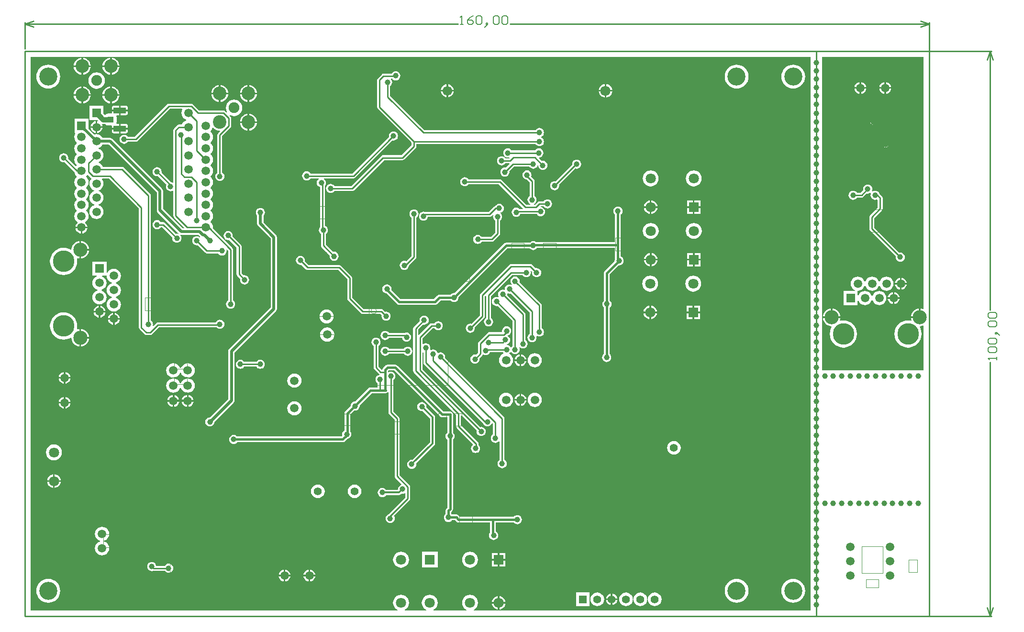
<source format=gbl>
G04 Layer_Physical_Order=2*
G04 Layer_Color=16711680*
%FSLAX44Y44*%
%MOMM*%
G71*
G01*
G75*
G04:AMPARAMS|DCode=14|XSize=1.05mm|YSize=2.2mm|CornerRadius=0.0525mm|HoleSize=0mm|Usage=FLASHONLY|Rotation=90.000|XOffset=0mm|YOffset=0mm|HoleType=Round|Shape=RoundedRectangle|*
%AMROUNDEDRECTD14*
21,1,1.0500,2.0950,0,0,90.0*
21,1,0.9450,2.2000,0,0,90.0*
1,1,0.1050,1.0475,0.4725*
1,1,0.1050,1.0475,-0.4725*
1,1,0.1050,-1.0475,-0.4725*
1,1,0.1050,-1.0475,0.4725*
%
%ADD14ROUNDEDRECTD14*%
G04:AMPARAMS|DCode=15|XSize=1.1mm|YSize=1.1mm|CornerRadius=0.11mm|HoleSize=0mm|Usage=FLASHONLY|Rotation=90.000|XOffset=0mm|YOffset=0mm|HoleType=Round|Shape=RoundedRectangle|*
%AMROUNDEDRECTD15*
21,1,1.1000,0.8800,0,0,90.0*
21,1,0.8800,1.1000,0,0,90.0*
1,1,0.2200,0.4400,0.4400*
1,1,0.2200,0.4400,-0.4400*
1,1,0.2200,-0.4400,-0.4400*
1,1,0.2200,-0.4400,0.4400*
%
%ADD15ROUNDEDRECTD15*%
%ADD47C,0.2500*%
%ADD48C,0.5000*%
%ADD50C,0.9000*%
%ADD51C,0.4000*%
%ADD52C,0.3000*%
%ADD54C,0.1000*%
%ADD55C,0.2540*%
%ADD56C,0.1524*%
%ADD57R,3.5000X0.8877*%
%ADD58R,0.9819X4.6000*%
%ADD59R,1.5000X1.5000*%
%ADD60C,1.5000*%
%ADD61C,1.4000*%
%ADD62C,2.4000*%
%ADD63C,1.9000*%
%ADD64C,1.8000*%
%ADD65R,1.8000X1.8000*%
%ADD66R,1.8000X1.8000*%
%ADD67R,1.4000X1.4000*%
%ADD68C,1.7000*%
%ADD69C,2.5000*%
%ADD70C,3.8000*%
%ADD71C,1.5000*%
%ADD72R,1.5000X1.5000*%
%ADD73R,1.5000X1.5000*%
%ADD74C,1.0000*%
%ADD75C,3.2000*%
G36*
X2990000Y1174054D02*
X2988730Y1173459D01*
X2986039Y1174276D01*
X2984500Y1174427D01*
Y1159000D01*
X2983000D01*
Y1157500D01*
X2967573D01*
X2967724Y1155962D01*
X2968291Y1154094D01*
X2967272Y1153076D01*
X2966855Y1153203D01*
X2962150Y1153666D01*
X2957445Y1153203D01*
X2952921Y1151830D01*
X2948752Y1149602D01*
X2945097Y1146603D01*
X2942098Y1142948D01*
X2939870Y1138779D01*
X2938497Y1134255D01*
X2938034Y1129550D01*
X2938497Y1124845D01*
X2939870Y1120321D01*
X2942098Y1116152D01*
X2945097Y1112497D01*
X2948752Y1109498D01*
X2952921Y1107270D01*
X2957445Y1105897D01*
X2962150Y1105434D01*
X2966855Y1105897D01*
X2971379Y1107270D01*
X2975548Y1109498D01*
X2979203Y1112497D01*
X2982202Y1116152D01*
X2984431Y1120321D01*
X2985803Y1124845D01*
X2986266Y1129550D01*
X2985803Y1134255D01*
X2984431Y1138779D01*
X2982609Y1142187D01*
X2982753Y1142646D01*
X2983368Y1143461D01*
X2986039Y1143724D01*
X2988730Y1144541D01*
X2990000Y1143946D01*
Y1065000D01*
X2980655D01*
X2980000Y1065086D01*
X2979345Y1065000D01*
X2965655D01*
X2965000Y1065086D01*
X2964345Y1065000D01*
X2950655D01*
X2950000Y1065086D01*
X2949345Y1065000D01*
X2935655D01*
X2935000Y1065086D01*
X2934345Y1065000D01*
X2920655D01*
X2920000Y1065086D01*
X2919345Y1065000D01*
X2905655D01*
X2905000Y1065086D01*
X2904345Y1065000D01*
X2890655D01*
X2890000Y1065086D01*
X2889345Y1065000D01*
X2875655D01*
X2875000Y1065086D01*
X2874345Y1065000D01*
X2860655D01*
X2860000Y1065086D01*
X2859345Y1065000D01*
X2845655D01*
X2845000Y1065086D01*
X2844345Y1065000D01*
X2830655D01*
X2830000Y1065086D01*
X2829345Y1065000D01*
X2815655D01*
X2815000Y1065086D01*
X2814345Y1065000D01*
X2810000D01*
Y1069345D01*
X2810086Y1070000D01*
X2810000Y1070655D01*
Y1084345D01*
X2810086Y1085000D01*
X2810000Y1085655D01*
Y1099345D01*
X2810086Y1100000D01*
X2810000Y1100655D01*
Y1114345D01*
X2810086Y1115000D01*
X2810000Y1115655D01*
Y1129345D01*
X2810086Y1130000D01*
X2810000Y1130655D01*
Y1144345D01*
X2810086Y1145000D01*
X2810000Y1145655D01*
Y1159345D01*
X2810086Y1160000D01*
X2810000Y1160655D01*
Y1174345D01*
X2810086Y1175000D01*
X2810000Y1175655D01*
Y1189345D01*
X2810086Y1190000D01*
X2810000Y1190655D01*
Y1204345D01*
X2810086Y1205000D01*
X2810000Y1205655D01*
Y1219345D01*
X2810086Y1220000D01*
X2810000Y1220655D01*
Y1234345D01*
X2810086Y1235000D01*
X2810000Y1235655D01*
Y1249345D01*
X2810086Y1250000D01*
X2810000Y1250655D01*
Y1264345D01*
X2810086Y1265000D01*
X2810000Y1265655D01*
Y1279345D01*
X2810086Y1280000D01*
X2810000Y1280655D01*
Y1294345D01*
X2810086Y1295000D01*
X2810000Y1295655D01*
Y1309345D01*
X2810086Y1310000D01*
X2810000Y1310655D01*
Y1324345D01*
X2810086Y1325000D01*
X2810000Y1325655D01*
Y1339345D01*
X2810086Y1340000D01*
X2810000Y1340655D01*
Y1354345D01*
X2810086Y1355000D01*
X2810000Y1355655D01*
Y1369345D01*
X2810086Y1370000D01*
X2810000Y1370655D01*
Y1384345D01*
X2810086Y1385000D01*
X2810000Y1385655D01*
Y1399345D01*
X2810086Y1400000D01*
X2810000Y1400655D01*
Y1414345D01*
X2810086Y1415000D01*
X2810000Y1415655D01*
Y1429345D01*
X2810086Y1430000D01*
X2810000Y1430655D01*
Y1444345D01*
X2810086Y1445000D01*
X2810000Y1445655D01*
Y1459345D01*
X2810086Y1460000D01*
X2810000Y1460655D01*
Y1474345D01*
X2810086Y1475000D01*
X2810000Y1475655D01*
Y1489345D01*
X2810086Y1490000D01*
X2810000Y1490655D01*
Y1504345D01*
X2810086Y1505000D01*
X2810000Y1505655D01*
Y1519345D01*
X2810086Y1520000D01*
X2810000Y1520655D01*
Y1535345D01*
X2810086Y1536000D01*
X2810000Y1536655D01*
Y1550345D01*
X2810086Y1551000D01*
X2810000Y1551655D01*
Y1565345D01*
X2810086Y1566000D01*
X2810000Y1566655D01*
Y1580345D01*
X2810086Y1581000D01*
X2810000Y1581655D01*
Y1594345D01*
X2810086Y1595000D01*
X2810000Y1595655D01*
Y1609345D01*
X2810086Y1610000D01*
X2810000Y1610655D01*
Y1620000D01*
X2990000D01*
Y1174054D01*
D02*
G37*
G36*
X2790000Y1610655D02*
X2789914Y1610000D01*
X2790000Y1609345D01*
Y1595655D01*
X2789914Y1595000D01*
X2790000Y1594345D01*
Y1581655D01*
X2789914Y1581000D01*
X2790000Y1580345D01*
Y1566655D01*
X2789914Y1566000D01*
X2790000Y1565345D01*
Y1551655D01*
X2789914Y1551000D01*
X2790000Y1550345D01*
Y1536655D01*
X2789914Y1536000D01*
X2790000Y1535345D01*
Y1520655D01*
X2789914Y1520000D01*
X2790000Y1519345D01*
Y1505655D01*
X2789914Y1505000D01*
X2790000Y1504345D01*
Y1490655D01*
X2789914Y1490000D01*
X2790000Y1489345D01*
Y1475655D01*
X2789914Y1475000D01*
X2790000Y1474345D01*
Y1460655D01*
X2789914Y1460000D01*
X2790000Y1459345D01*
Y1445655D01*
X2789914Y1445000D01*
X2790000Y1444345D01*
Y1430655D01*
X2789914Y1430000D01*
X2790000Y1429345D01*
Y1415655D01*
X2789914Y1415000D01*
X2790000Y1414345D01*
Y1400655D01*
X2789914Y1400000D01*
X2790000Y1399345D01*
Y1385655D01*
X2789914Y1385000D01*
X2790000Y1384345D01*
Y1370655D01*
X2789914Y1370000D01*
X2790000Y1369345D01*
Y1355655D01*
X2789914Y1355000D01*
X2790000Y1354345D01*
Y1340655D01*
X2789914Y1340000D01*
X2790000Y1339345D01*
Y1325655D01*
X2789914Y1325000D01*
X2790000Y1324345D01*
Y1310655D01*
X2789914Y1310000D01*
X2790000Y1309345D01*
Y1295655D01*
X2789914Y1295000D01*
X2790000Y1294345D01*
Y1280655D01*
X2789914Y1280000D01*
X2790000Y1279345D01*
Y1265655D01*
X2789914Y1265000D01*
X2790000Y1264345D01*
Y1250655D01*
X2789914Y1250000D01*
X2790000Y1249345D01*
Y1235655D01*
X2789914Y1235000D01*
X2790000Y1234345D01*
Y1220655D01*
X2789914Y1220000D01*
X2790000Y1219345D01*
Y1205655D01*
X2789914Y1205000D01*
X2790000Y1204345D01*
Y1190655D01*
X2789914Y1190000D01*
X2790000Y1189345D01*
Y1175655D01*
X2789914Y1175000D01*
X2790000Y1174345D01*
Y1160655D01*
X2789914Y1160000D01*
X2790000Y1159345D01*
Y1145655D01*
X2789914Y1145000D01*
X2790000Y1144345D01*
Y1130655D01*
X2789914Y1130000D01*
X2790000Y1129345D01*
Y1115655D01*
X2789914Y1115000D01*
X2790000Y1114345D01*
Y1100655D01*
X2789914Y1100000D01*
X2790000Y1099345D01*
Y1085655D01*
X2789914Y1085000D01*
X2790000Y1084345D01*
Y1070655D01*
X2789914Y1070000D01*
X2790000Y1069345D01*
Y1055655D01*
X2789914Y1055000D01*
X2790000Y1054345D01*
Y1040655D01*
X2789914Y1040000D01*
X2790000Y1039345D01*
Y1025655D01*
X2789914Y1025000D01*
X2790000Y1024345D01*
Y1010655D01*
X2789914Y1010000D01*
X2790000Y1009345D01*
Y995655D01*
X2789914Y995000D01*
X2790000Y994345D01*
Y980655D01*
X2789914Y980000D01*
X2790000Y979345D01*
Y965655D01*
X2789914Y965000D01*
X2790000Y964345D01*
Y950655D01*
X2789914Y950000D01*
X2790000Y949345D01*
Y935655D01*
X2789914Y935000D01*
X2790000Y934345D01*
Y920655D01*
X2789914Y920000D01*
X2790000Y919345D01*
Y905655D01*
X2789914Y905000D01*
X2790000Y904345D01*
Y890655D01*
X2789914Y890000D01*
X2790000Y889345D01*
Y875655D01*
X2789914Y875000D01*
X2790000Y874345D01*
Y860655D01*
X2789914Y860000D01*
X2790000Y859345D01*
Y845655D01*
X2789914Y845000D01*
X2790000Y844345D01*
Y830655D01*
X2789914Y830000D01*
X2790000Y829345D01*
Y815655D01*
X2789914Y815000D01*
X2790000Y814345D01*
Y800655D01*
X2789914Y800000D01*
X2790000Y799345D01*
Y785655D01*
X2789914Y785000D01*
X2790000Y784345D01*
Y770655D01*
X2789914Y770000D01*
X2790000Y769345D01*
Y755655D01*
X2789914Y755000D01*
X2790000Y754345D01*
Y740655D01*
X2789914Y740000D01*
X2790000Y739345D01*
Y725655D01*
X2789914Y725000D01*
X2790000Y724345D01*
Y710655D01*
X2789914Y710000D01*
X2790000Y709345D01*
Y695655D01*
X2789914Y695000D01*
X2790000Y694345D01*
Y680655D01*
X2789914Y680000D01*
X2790000Y679345D01*
Y665655D01*
X2789914Y665000D01*
X2790000Y664345D01*
Y650655D01*
X2789914Y650000D01*
X2790000Y649345D01*
Y640000D01*
X2193786D01*
X2193534Y641270D01*
X2194260Y641571D01*
X2197185Y643815D01*
X2199429Y646740D01*
X2200840Y650145D01*
X2201321Y653800D01*
X2200840Y657455D01*
X2199429Y660860D01*
X2197185Y663785D01*
X2194260Y666029D01*
X2190855Y667440D01*
X2187200Y667921D01*
X2183545Y667440D01*
X2180140Y666029D01*
X2177215Y663785D01*
X2174971Y660860D01*
X2173560Y657455D01*
X2173079Y653800D01*
X2173560Y650145D01*
X2174971Y646740D01*
X2177215Y643815D01*
X2180140Y641571D01*
X2180866Y641270D01*
X2180614Y640000D01*
X2122586D01*
X2122334Y641270D01*
X2123060Y641571D01*
X2125985Y643815D01*
X2128229Y646740D01*
X2129640Y650145D01*
X2130121Y653800D01*
X2129640Y657455D01*
X2128229Y660860D01*
X2125985Y663785D01*
X2123060Y666029D01*
X2119655Y667440D01*
X2116000Y667921D01*
X2112345Y667440D01*
X2108940Y666029D01*
X2106015Y663785D01*
X2103771Y660860D01*
X2102360Y657455D01*
X2101879Y653800D01*
X2102360Y650145D01*
X2103771Y646740D01*
X2106015Y643815D01*
X2108940Y641571D01*
X2109666Y641270D01*
X2109414Y640000D01*
X2071786D01*
X2071534Y641270D01*
X2072260Y641571D01*
X2075185Y643815D01*
X2077429Y646740D01*
X2078840Y650145D01*
X2079321Y653800D01*
X2078840Y657455D01*
X2077429Y660860D01*
X2075185Y663785D01*
X2072260Y666029D01*
X2068855Y667440D01*
X2065200Y667921D01*
X2061545Y667440D01*
X2058140Y666029D01*
X2055215Y663785D01*
X2052971Y660860D01*
X2051560Y657455D01*
X2051079Y653800D01*
X2051560Y650145D01*
X2052971Y646740D01*
X2055215Y643815D01*
X2058140Y641571D01*
X2058866Y641270D01*
X2058614Y640000D01*
X1410000D01*
Y1620000D01*
X2790000D01*
Y1610655D01*
D02*
G37*
%LPC*%
G36*
X2879500Y1575393D02*
Y1566500D01*
X2888393D01*
X2888230Y1567741D01*
X2887172Y1570295D01*
X2885489Y1572489D01*
X2883295Y1574172D01*
X2880741Y1575230D01*
X2879500Y1575393D01*
D02*
G37*
G36*
X2923500Y1575393D02*
Y1566500D01*
X2932393D01*
X2932230Y1567741D01*
X2931172Y1570295D01*
X2929489Y1572489D01*
X2927295Y1574172D01*
X2924741Y1575230D01*
X2923500Y1575393D01*
D02*
G37*
G36*
X2920500Y1575393D02*
X2919259Y1575230D01*
X2916705Y1574172D01*
X2914511Y1572489D01*
X2912828Y1570295D01*
X2911770Y1567741D01*
X2911607Y1566500D01*
X2920500D01*
Y1575393D01*
D02*
G37*
G36*
X2876500Y1575393D02*
X2875259Y1575230D01*
X2872705Y1574172D01*
X2870511Y1572489D01*
X2868828Y1570295D01*
X2867770Y1567741D01*
X2867607Y1566500D01*
X2876500D01*
Y1575393D01*
D02*
G37*
G36*
X2888393Y1563500D02*
X2879500D01*
Y1554607D01*
X2880741Y1554770D01*
X2883295Y1555828D01*
X2885489Y1557511D01*
X2887172Y1559705D01*
X2888230Y1562259D01*
X2888393Y1563500D01*
D02*
G37*
G36*
X2920500D02*
X2911607D01*
X2911770Y1562259D01*
X2912828Y1559705D01*
X2914511Y1557511D01*
X2916705Y1555828D01*
X2919259Y1554770D01*
X2920500Y1554607D01*
Y1563500D01*
D02*
G37*
G36*
X2932393D02*
X2923500D01*
Y1554607D01*
X2924741Y1554770D01*
X2927295Y1555828D01*
X2929489Y1557511D01*
X2931172Y1559705D01*
X2932230Y1562259D01*
X2932393Y1563500D01*
D02*
G37*
G36*
X2876500D02*
X2867607D01*
X2867770Y1562259D01*
X2868828Y1559705D01*
X2870511Y1557511D01*
X2872705Y1555828D01*
X2875259Y1554770D01*
X2876500Y1554607D01*
Y1563500D01*
D02*
G37*
G36*
X2900500Y1508833D02*
X2898842Y1508503D01*
X2897436Y1507564D01*
X2896936Y1507064D01*
X2895997Y1505658D01*
X2895667Y1504000D01*
X2895997Y1502342D01*
X2896936Y1500936D01*
X2898342Y1499997D01*
X2900000Y1499667D01*
X2901658Y1499997D01*
X2903064Y1500936D01*
X2903564Y1501436D01*
X2904503Y1502842D01*
X2904833Y1504500D01*
X2904503Y1506158D01*
X2903564Y1507564D01*
X2902158Y1508503D01*
X2900500Y1508833D01*
D02*
G37*
G36*
X2922997Y1469334D02*
X2921339Y1469004D01*
X2919933Y1468064D01*
X2918994Y1466659D01*
X2918664Y1465000D01*
Y1464003D01*
X2918994Y1462345D01*
X2919933Y1460939D01*
X2921339Y1460000D01*
X2922997Y1459670D01*
X2924655Y1460000D01*
X2926061Y1460939D01*
X2927000Y1462345D01*
X2927330Y1464003D01*
Y1465000D01*
X2927000Y1466659D01*
X2926061Y1468064D01*
X2924655Y1469004D01*
X2922997Y1469334D01*
D02*
G37*
G36*
X2891000Y1394069D02*
X2888912Y1393794D01*
X2886966Y1392988D01*
X2885294Y1391706D01*
X2884012Y1390034D01*
X2883206Y1388088D01*
X2882931Y1386000D01*
X2883157Y1384285D01*
X2878205Y1379333D01*
X2871759D01*
X2870706Y1380706D01*
X2869034Y1381988D01*
X2867088Y1382794D01*
X2865000Y1383069D01*
X2862912Y1382794D01*
X2860966Y1381988D01*
X2859294Y1380706D01*
X2858012Y1379034D01*
X2857206Y1377088D01*
X2856931Y1375000D01*
X2857206Y1372912D01*
X2858012Y1370966D01*
X2859294Y1369294D01*
X2860966Y1368012D01*
X2862912Y1367206D01*
X2865000Y1366931D01*
X2867088Y1367206D01*
X2869034Y1368012D01*
X2870706Y1369294D01*
X2871759Y1370667D01*
X2880000D01*
X2881658Y1370997D01*
X2883064Y1371936D01*
X2889285Y1378157D01*
X2891000Y1377931D01*
X2893088Y1378206D01*
X2895034Y1379012D01*
X2895528Y1379391D01*
X2895753Y1379321D01*
X2896482Y1377762D01*
X2896203Y1377089D01*
X2895928Y1375000D01*
X2896203Y1372912D01*
X2897009Y1370966D01*
X2898291Y1369295D01*
X2899962Y1368013D01*
X2901909Y1367206D01*
X2903997Y1366931D01*
X2906086Y1367206D01*
X2907397Y1367750D01*
X2908647Y1367000D01*
X2908667Y1366968D01*
Y1352798D01*
X2894933Y1339065D01*
X2893994Y1337659D01*
X2893664Y1336001D01*
Y1316003D01*
X2893994Y1314345D01*
X2894933Y1312939D01*
X2940657Y1267215D01*
X2940431Y1265500D01*
X2940706Y1263412D01*
X2941512Y1261466D01*
X2942794Y1259794D01*
X2944466Y1258512D01*
X2946412Y1257706D01*
X2948500Y1257431D01*
X2950588Y1257706D01*
X2952534Y1258512D01*
X2954206Y1259794D01*
X2955488Y1261466D01*
X2956294Y1263412D01*
X2956569Y1265500D01*
X2956294Y1267588D01*
X2955488Y1269535D01*
X2954206Y1271206D01*
X2952534Y1272488D01*
X2950588Y1273294D01*
X2948500Y1273569D01*
X2946785Y1273343D01*
X2902330Y1317798D01*
Y1334206D01*
X2916064Y1347939D01*
X2917003Y1349345D01*
X2917333Y1351004D01*
Y1370000D01*
X2917003Y1371658D01*
X2916064Y1373064D01*
X2911616Y1377513D01*
X2910985Y1379035D01*
X2909702Y1380706D01*
X2908032Y1381989D01*
X2906086Y1382795D01*
X2903997Y1383069D01*
X2901909Y1382795D01*
X2899962Y1381989D01*
X2899469Y1381610D01*
X2899244Y1381680D01*
X2898515Y1383239D01*
X2898794Y1383912D01*
X2899069Y1386000D01*
X2898794Y1388088D01*
X2897988Y1390034D01*
X2896706Y1391706D01*
X2895034Y1392988D01*
X2893088Y1393794D01*
X2891000Y1394069D01*
D02*
G37*
G36*
X2924050Y1231058D02*
X2920787Y1230628D01*
X2917746Y1229369D01*
X2915135Y1227365D01*
X2913131Y1224754D01*
X2912002Y1222027D01*
X2912000Y1222027D01*
X2910700D01*
X2910698Y1222027D01*
X2909569Y1224754D01*
X2907565Y1227365D01*
X2904954Y1229369D01*
X2901913Y1230628D01*
X2898650Y1231058D01*
X2895387Y1230628D01*
X2892346Y1229369D01*
X2889735Y1227365D01*
X2887731Y1224754D01*
X2886602Y1222027D01*
X2886600Y1222027D01*
X2885300D01*
X2885298Y1222027D01*
X2884169Y1224754D01*
X2882165Y1227365D01*
X2879554Y1229369D01*
X2876513Y1230628D01*
X2873250Y1231058D01*
X2869987Y1230628D01*
X2866946Y1229369D01*
X2864335Y1227365D01*
X2862331Y1224754D01*
X2861072Y1221713D01*
X2860642Y1218450D01*
X2861072Y1215187D01*
X2862331Y1212146D01*
X2864335Y1209535D01*
X2866946Y1207531D01*
X2868663Y1206820D01*
X2868411Y1205550D01*
X2848050D01*
Y1180550D01*
X2873050D01*
Y1188211D01*
X2874320Y1188463D01*
X2875031Y1186746D01*
X2877035Y1184135D01*
X2879646Y1182131D01*
X2882687Y1180872D01*
X2885950Y1180442D01*
X2889213Y1180872D01*
X2892254Y1182131D01*
X2894865Y1184135D01*
X2896869Y1186746D01*
X2897998Y1189473D01*
X2898000Y1189473D01*
X2899300D01*
X2899302Y1189473D01*
X2900431Y1186746D01*
X2902435Y1184135D01*
X2905046Y1182131D01*
X2908087Y1180872D01*
X2911350Y1180442D01*
X2914613Y1180872D01*
X2917654Y1182131D01*
X2920265Y1184135D01*
X2922269Y1186746D01*
X2923528Y1189787D01*
X2923958Y1193050D01*
X2923528Y1196313D01*
X2922269Y1199354D01*
X2920265Y1201965D01*
X2917654Y1203969D01*
X2914613Y1205228D01*
X2911350Y1205658D01*
X2908087Y1205228D01*
X2905046Y1203969D01*
X2902435Y1201965D01*
X2900431Y1199354D01*
X2899302Y1196627D01*
X2899300Y1196627D01*
X2898000D01*
X2897998Y1196627D01*
X2896869Y1199354D01*
X2894865Y1201965D01*
X2892254Y1203969D01*
X2889213Y1205228D01*
X2885950Y1205658D01*
X2882687Y1205228D01*
X2879646Y1203969D01*
X2877035Y1201965D01*
X2875031Y1199354D01*
X2874320Y1197637D01*
X2873050Y1197889D01*
Y1204587D01*
X2873213Y1205611D01*
X2874150Y1205961D01*
X2876513Y1206272D01*
X2879554Y1207531D01*
X2882165Y1209535D01*
X2884169Y1212146D01*
X2885298Y1214873D01*
X2885300Y1214873D01*
X2886600D01*
X2886602Y1214873D01*
X2887731Y1212146D01*
X2889735Y1209535D01*
X2892346Y1207531D01*
X2895387Y1206272D01*
X2898650Y1205842D01*
X2901913Y1206272D01*
X2904954Y1207531D01*
X2907565Y1209535D01*
X2909569Y1212146D01*
X2910698Y1214873D01*
X2910700Y1214873D01*
X2912000D01*
X2912002Y1214873D01*
X2913131Y1212146D01*
X2915135Y1209535D01*
X2917746Y1207531D01*
X2920787Y1206272D01*
X2924050Y1205842D01*
X2927313Y1206272D01*
X2930354Y1207531D01*
X2932965Y1209535D01*
X2934969Y1212146D01*
X2936228Y1215187D01*
X2936658Y1218450D01*
X2936228Y1221713D01*
X2934969Y1224754D01*
X2932965Y1227365D01*
X2930354Y1229369D01*
X2927313Y1230628D01*
X2924050Y1231058D01*
D02*
G37*
G36*
X2950950Y1228843D02*
Y1219950D01*
X2959843D01*
X2959680Y1221191D01*
X2958622Y1223745D01*
X2956939Y1225939D01*
X2954745Y1227622D01*
X2952191Y1228680D01*
X2950950Y1228843D01*
D02*
G37*
G36*
X2947950Y1228843D02*
X2946709Y1228680D01*
X2944155Y1227622D01*
X2941961Y1225939D01*
X2940278Y1223745D01*
X2939220Y1221191D01*
X2939057Y1219950D01*
X2947950D01*
Y1228843D01*
D02*
G37*
G36*
X2959843Y1216950D02*
X2950950D01*
Y1208057D01*
X2952191Y1208220D01*
X2954745Y1209278D01*
X2956939Y1210961D01*
X2958622Y1213155D01*
X2959680Y1215709D01*
X2959843Y1216950D01*
D02*
G37*
G36*
X2947950D02*
X2939057D01*
X2939220Y1215709D01*
X2940278Y1213155D01*
X2941961Y1210961D01*
X2944155Y1209278D01*
X2946709Y1208220D01*
X2947950Y1208057D01*
Y1216950D01*
D02*
G37*
G36*
X2938250Y1203443D02*
Y1194550D01*
X2947143D01*
X2946980Y1195791D01*
X2945922Y1198345D01*
X2944239Y1200539D01*
X2942045Y1202222D01*
X2939491Y1203280D01*
X2938250Y1203443D01*
D02*
G37*
G36*
X2935250Y1203443D02*
X2934009Y1203280D01*
X2931455Y1202222D01*
X2929261Y1200539D01*
X2927578Y1198345D01*
X2926520Y1195791D01*
X2926357Y1194550D01*
X2935250D01*
Y1203443D01*
D02*
G37*
G36*
X2947143Y1191550D02*
X2938250D01*
Y1182657D01*
X2939491Y1182820D01*
X2942045Y1183878D01*
X2944239Y1185561D01*
X2945922Y1187755D01*
X2946980Y1190309D01*
X2947143Y1191550D01*
D02*
G37*
G36*
X2935250D02*
X2926357D01*
X2926520Y1190309D01*
X2927578Y1187755D01*
X2929261Y1185561D01*
X2931455Y1183878D01*
X2934009Y1182820D01*
X2935250Y1182657D01*
Y1191550D01*
D02*
G37*
G36*
X2828500Y1174427D02*
Y1160500D01*
X2842427D01*
X2842276Y1162038D01*
X2841389Y1164960D01*
X2839950Y1167653D01*
X2838013Y1170013D01*
X2835653Y1171950D01*
X2832960Y1173389D01*
X2830038Y1174276D01*
X2828500Y1174427D01*
D02*
G37*
G36*
X2825500D02*
X2823961Y1174276D01*
X2821040Y1173389D01*
X2818347Y1171950D01*
X2815987Y1170013D01*
X2814050Y1167653D01*
X2812610Y1164960D01*
X2811724Y1162038D01*
X2811573Y1160500D01*
X2825500D01*
Y1174427D01*
D02*
G37*
G36*
X2981500D02*
X2979962Y1174276D01*
X2977040Y1173389D01*
X2974347Y1171950D01*
X2971987Y1170013D01*
X2970050Y1167653D01*
X2968611Y1164960D01*
X2967724Y1162038D01*
X2967573Y1160500D01*
X2981500D01*
Y1174427D01*
D02*
G37*
G36*
X2842427Y1157500D02*
X2811573D01*
X2811724Y1155962D01*
X2812610Y1153040D01*
X2814050Y1150347D01*
X2815987Y1147987D01*
X2818347Y1146050D01*
X2821040Y1144611D01*
X2823961Y1143724D01*
X2826632Y1143461D01*
X2827247Y1142646D01*
X2827392Y1142187D01*
X2825569Y1138779D01*
X2824197Y1134255D01*
X2823734Y1129550D01*
X2824197Y1124845D01*
X2825569Y1120321D01*
X2827798Y1116152D01*
X2830797Y1112497D01*
X2834452Y1109498D01*
X2838621Y1107270D01*
X2843145Y1105897D01*
X2847850Y1105434D01*
X2852555Y1105897D01*
X2857079Y1107270D01*
X2861248Y1109498D01*
X2864903Y1112497D01*
X2867902Y1116152D01*
X2870130Y1120321D01*
X2871503Y1124845D01*
X2871966Y1129550D01*
X2871503Y1134255D01*
X2870130Y1138779D01*
X2867902Y1142948D01*
X2864903Y1146603D01*
X2861248Y1149602D01*
X2857079Y1151830D01*
X2852555Y1153203D01*
X2847850Y1153666D01*
X2843145Y1153203D01*
X2842728Y1153076D01*
X2841709Y1154094D01*
X2842276Y1155962D01*
X2842427Y1157500D01*
D02*
G37*
G36*
X1553400Y1618325D02*
Y1604900D01*
X1566825D01*
X1566683Y1606340D01*
X1565825Y1609168D01*
X1564432Y1611774D01*
X1562558Y1614058D01*
X1560274Y1615932D01*
X1557668Y1617325D01*
X1554841Y1618183D01*
X1553400Y1618325D01*
D02*
G37*
G36*
X1502600D02*
Y1604900D01*
X1516025D01*
X1515883Y1606340D01*
X1515025Y1609168D01*
X1513632Y1611774D01*
X1511758Y1614058D01*
X1509474Y1615932D01*
X1506868Y1617325D01*
X1504041Y1618183D01*
X1502600Y1618325D01*
D02*
G37*
G36*
X1550400D02*
X1548960Y1618183D01*
X1546132Y1617325D01*
X1543526Y1615932D01*
X1541242Y1614058D01*
X1539368Y1611774D01*
X1537975Y1609168D01*
X1537117Y1606340D01*
X1536975Y1604900D01*
X1550400D01*
Y1618325D01*
D02*
G37*
G36*
X1499600D02*
X1498159Y1618183D01*
X1495332Y1617325D01*
X1492726Y1615932D01*
X1490442Y1614058D01*
X1488568Y1611774D01*
X1487175Y1609168D01*
X1486317Y1606340D01*
X1486175Y1604900D01*
X1499600D01*
Y1618325D01*
D02*
G37*
G36*
X1550400Y1601900D02*
X1536975D01*
X1537117Y1600459D01*
X1537975Y1597632D01*
X1539368Y1595026D01*
X1541242Y1592742D01*
X1543526Y1590868D01*
X1546132Y1589475D01*
X1548960Y1588617D01*
X1550400Y1588475D01*
Y1601900D01*
D02*
G37*
G36*
X1499600D02*
X1486175D01*
X1486317Y1600459D01*
X1487175Y1597632D01*
X1488568Y1595026D01*
X1490442Y1592742D01*
X1492726Y1590868D01*
X1495332Y1589475D01*
X1498159Y1588617D01*
X1499600Y1588475D01*
Y1601900D01*
D02*
G37*
G36*
X1566825D02*
X1553400D01*
Y1588475D01*
X1554841Y1588617D01*
X1557668Y1589475D01*
X1560274Y1590868D01*
X1562558Y1592742D01*
X1564432Y1595026D01*
X1565825Y1597632D01*
X1566683Y1600459D01*
X1566825Y1601900D01*
D02*
G37*
G36*
X1516025D02*
X1502600D01*
Y1588475D01*
X1504041Y1588617D01*
X1506868Y1589475D01*
X1509474Y1590868D01*
X1511758Y1592742D01*
X1513632Y1595026D01*
X1515025Y1597632D01*
X1515883Y1600459D01*
X1516025Y1601900D01*
D02*
G37*
G36*
X2055750Y1594569D02*
X2053662Y1594294D01*
X2051716Y1593488D01*
X2050044Y1592206D01*
X2048762Y1590535D01*
X2048575Y1590083D01*
X2034000D01*
X2032342Y1589753D01*
X2030936Y1588814D01*
X2024186Y1582064D01*
X2023247Y1580658D01*
X2022917Y1579000D01*
Y1531000D01*
X2023247Y1529342D01*
X2024186Y1527936D01*
X2083917Y1468205D01*
Y1463545D01*
X2066205Y1445833D01*
X2033250D01*
X2031592Y1445503D01*
X2030186Y1444564D01*
X1976955Y1391333D01*
X1947259D01*
X1946206Y1392706D01*
X1944534Y1393988D01*
X1942588Y1394794D01*
X1940500Y1395069D01*
X1938412Y1394794D01*
X1936465Y1393988D01*
X1934794Y1392706D01*
X1933512Y1391035D01*
X1932706Y1389088D01*
X1932431Y1387000D01*
X1932706Y1384912D01*
X1933512Y1382966D01*
X1934794Y1381294D01*
X1936465Y1380012D01*
X1938412Y1379206D01*
X1940500Y1378931D01*
X1942588Y1379206D01*
X1944534Y1380012D01*
X1946206Y1381294D01*
X1947259Y1382667D01*
X1978750D01*
X1980408Y1382997D01*
X1981814Y1383936D01*
X2035045Y1437167D01*
X2068000D01*
X2069658Y1437497D01*
X2071064Y1438436D01*
X2091314Y1458686D01*
X2092253Y1460092D01*
X2092583Y1461750D01*
Y1465667D01*
X2303241D01*
X2304294Y1464294D01*
X2305966Y1463012D01*
X2307912Y1462206D01*
X2310000Y1461931D01*
X2312088Y1462206D01*
X2314034Y1463012D01*
X2315706Y1464294D01*
X2316988Y1465966D01*
X2317794Y1467912D01*
X2318069Y1470000D01*
X2317794Y1472088D01*
X2316988Y1474034D01*
X2315706Y1475706D01*
X2314034Y1476988D01*
X2313251Y1477313D01*
Y1478687D01*
X2314034Y1479012D01*
X2315706Y1480294D01*
X2316988Y1481965D01*
X2317794Y1483912D01*
X2318069Y1486000D01*
X2317794Y1488088D01*
X2316988Y1490034D01*
X2315706Y1491706D01*
X2314034Y1492988D01*
X2312088Y1493794D01*
X2310000Y1494069D01*
X2307912Y1493794D01*
X2305966Y1492988D01*
X2304294Y1491706D01*
X2303241Y1490333D01*
X2106295D01*
X2045833Y1550795D01*
Y1568241D01*
X2047206Y1569294D01*
X2048488Y1570966D01*
X2049294Y1572912D01*
X2049569Y1575000D01*
X2049294Y1577088D01*
X2048488Y1579034D01*
X2047634Y1580147D01*
X2048261Y1581417D01*
X2049567D01*
X2050044Y1580794D01*
X2051716Y1579512D01*
X2053662Y1578706D01*
X2055750Y1578431D01*
X2057838Y1578706D01*
X2059785Y1579512D01*
X2061456Y1580794D01*
X2062738Y1582466D01*
X2063544Y1584412D01*
X2063819Y1586500D01*
X2063544Y1588588D01*
X2062738Y1590535D01*
X2061456Y1592206D01*
X2059785Y1593488D01*
X2057838Y1594294D01*
X2055750Y1594569D01*
D02*
G37*
G36*
X2759000Y1606102D02*
X2754883Y1605696D01*
X2750924Y1604495D01*
X2747276Y1602545D01*
X2744078Y1599921D01*
X2741454Y1596723D01*
X2739504Y1593075D01*
X2738304Y1589117D01*
X2737898Y1585000D01*
X2738304Y1580883D01*
X2739504Y1576925D01*
X2741454Y1573277D01*
X2744078Y1570079D01*
X2747276Y1567455D01*
X2750924Y1565505D01*
X2754883Y1564304D01*
X2759000Y1563898D01*
X2763116Y1564304D01*
X2767075Y1565505D01*
X2770723Y1567455D01*
X2773921Y1570079D01*
X2776545Y1573277D01*
X2778495Y1576925D01*
X2779696Y1580883D01*
X2780101Y1585000D01*
X2779696Y1589117D01*
X2778495Y1593075D01*
X2776545Y1596723D01*
X2773921Y1599921D01*
X2770723Y1602545D01*
X2767075Y1604495D01*
X2763116Y1605696D01*
X2759000Y1606102D01*
D02*
G37*
G36*
X2659000D02*
X2654883Y1605696D01*
X2650924Y1604495D01*
X2647276Y1602545D01*
X2644078Y1599921D01*
X2641454Y1596723D01*
X2639504Y1593075D01*
X2638304Y1589117D01*
X2637898Y1585000D01*
X2638304Y1580883D01*
X2639504Y1576925D01*
X2641454Y1573277D01*
X2644078Y1570079D01*
X2647276Y1567455D01*
X2650924Y1565505D01*
X2654883Y1564304D01*
X2659000Y1563898D01*
X2663116Y1564304D01*
X2667075Y1565505D01*
X2670723Y1567455D01*
X2673921Y1570079D01*
X2676545Y1573277D01*
X2678495Y1576925D01*
X2679696Y1580883D01*
X2680101Y1585000D01*
X2679696Y1589117D01*
X2678495Y1593075D01*
X2676545Y1596723D01*
X2673921Y1599921D01*
X2670723Y1602545D01*
X2667075Y1604495D01*
X2663116Y1605696D01*
X2659000Y1606102D01*
D02*
G37*
G36*
X1441000D02*
X1436883Y1605696D01*
X1432924Y1604495D01*
X1429276Y1602545D01*
X1426079Y1599921D01*
X1423454Y1596723D01*
X1421504Y1593075D01*
X1420304Y1589117D01*
X1419898Y1585000D01*
X1420304Y1580883D01*
X1421504Y1576925D01*
X1423454Y1573277D01*
X1426079Y1570079D01*
X1429276Y1567455D01*
X1432924Y1565505D01*
X1436883Y1564304D01*
X1441000Y1563898D01*
X1445116Y1564304D01*
X1449075Y1565505D01*
X1452723Y1567455D01*
X1455921Y1570079D01*
X1458545Y1573277D01*
X1460495Y1576925D01*
X1461696Y1580883D01*
X1462101Y1585000D01*
X1461696Y1589117D01*
X1460495Y1593075D01*
X1458545Y1596723D01*
X1455921Y1599921D01*
X1452723Y1602545D01*
X1449075Y1604495D01*
X1445116Y1605696D01*
X1441000Y1606102D01*
D02*
G37*
G36*
X1526500Y1592625D02*
X1522715Y1592127D01*
X1519187Y1590666D01*
X1516158Y1588342D01*
X1513834Y1585312D01*
X1512373Y1581785D01*
X1511875Y1578000D01*
X1512373Y1574215D01*
X1513834Y1570688D01*
X1516158Y1567659D01*
X1519187Y1565334D01*
X1522715Y1563873D01*
X1526500Y1563375D01*
X1530285Y1563873D01*
X1533813Y1565334D01*
X1536841Y1567659D01*
X1539166Y1570688D01*
X1540627Y1574215D01*
X1541125Y1578000D01*
X1540627Y1581785D01*
X1539166Y1585312D01*
X1536841Y1588342D01*
X1533813Y1590666D01*
X1530285Y1592127D01*
X1526500Y1592625D01*
D02*
G37*
G36*
X2428500Y1571906D02*
Y1561500D01*
X2438906D01*
X2438691Y1563133D01*
X2437482Y1566052D01*
X2435558Y1568559D01*
X2433052Y1570482D01*
X2430133Y1571691D01*
X2428500Y1571906D01*
D02*
G37*
G36*
X2148500Y1571402D02*
Y1561500D01*
X2158402D01*
X2158204Y1563002D01*
X2157045Y1565800D01*
X2155202Y1568202D01*
X2152800Y1570045D01*
X2150002Y1571204D01*
X2148500Y1571402D01*
D02*
G37*
G36*
X2145500Y1571402D02*
X2143998Y1571204D01*
X2141200Y1570045D01*
X2138798Y1568202D01*
X2136955Y1565800D01*
X2135796Y1563002D01*
X2135598Y1561500D01*
X2145500D01*
Y1571402D01*
D02*
G37*
G36*
X2425500Y1571906D02*
X2423867Y1571691D01*
X2420948Y1570482D01*
X2418441Y1568559D01*
X2416518Y1566052D01*
X2415309Y1563133D01*
X2415094Y1561500D01*
X2425500D01*
Y1571906D01*
D02*
G37*
G36*
X1796650Y1570075D02*
Y1556650D01*
X1810075D01*
X1809933Y1558091D01*
X1809075Y1560918D01*
X1807682Y1563524D01*
X1805808Y1565808D01*
X1803524Y1567682D01*
X1800918Y1569075D01*
X1798091Y1569933D01*
X1796650Y1570075D01*
D02*
G37*
G36*
X1793650D02*
X1792209Y1569933D01*
X1789382Y1569075D01*
X1786776Y1567682D01*
X1784492Y1565808D01*
X1782618Y1563524D01*
X1781225Y1560918D01*
X1780367Y1558091D01*
X1780225Y1556650D01*
X1793650D01*
Y1570075D01*
D02*
G37*
G36*
X1745850D02*
Y1556650D01*
X1759275D01*
X1759133Y1558091D01*
X1758275Y1560918D01*
X1756882Y1563524D01*
X1755008Y1565808D01*
X1752724Y1567682D01*
X1750118Y1569075D01*
X1747290Y1569933D01*
X1745850Y1570075D01*
D02*
G37*
G36*
X1742850D02*
X1741409Y1569933D01*
X1738582Y1569075D01*
X1735976Y1567682D01*
X1733692Y1565808D01*
X1731818Y1563524D01*
X1730425Y1560918D01*
X1729567Y1558091D01*
X1729425Y1556650D01*
X1742850D01*
Y1570075D01*
D02*
G37*
G36*
X1553400Y1567525D02*
Y1554100D01*
X1566825D01*
X1566683Y1555540D01*
X1565825Y1558368D01*
X1564432Y1560974D01*
X1562558Y1563258D01*
X1560274Y1565132D01*
X1557668Y1566525D01*
X1554841Y1567383D01*
X1553400Y1567525D01*
D02*
G37*
G36*
X1502600D02*
Y1554100D01*
X1516025D01*
X1515883Y1555540D01*
X1515025Y1558368D01*
X1513632Y1560974D01*
X1511758Y1563258D01*
X1509474Y1565132D01*
X1506868Y1566525D01*
X1504041Y1567383D01*
X1502600Y1567525D01*
D02*
G37*
G36*
X1550400D02*
X1548960Y1567383D01*
X1546132Y1566525D01*
X1543526Y1565132D01*
X1541242Y1563258D01*
X1539368Y1560974D01*
X1537975Y1558368D01*
X1537117Y1555540D01*
X1536975Y1554100D01*
X1550400D01*
Y1567525D01*
D02*
G37*
G36*
X1499600D02*
X1498159Y1567383D01*
X1495332Y1566525D01*
X1492726Y1565132D01*
X1490442Y1563258D01*
X1488568Y1560974D01*
X1487175Y1558368D01*
X1486317Y1555540D01*
X1486175Y1554100D01*
X1499600D01*
Y1567525D01*
D02*
G37*
G36*
X2158402Y1558500D02*
X2148500D01*
Y1548598D01*
X2150002Y1548796D01*
X2152800Y1549955D01*
X2155202Y1551798D01*
X2157045Y1554200D01*
X2158204Y1556998D01*
X2158402Y1558500D01*
D02*
G37*
G36*
X2145500D02*
X2135598D01*
X2135796Y1556998D01*
X2136955Y1554200D01*
X2138798Y1551798D01*
X2141200Y1549955D01*
X2143998Y1548796D01*
X2145500Y1548598D01*
Y1558500D01*
D02*
G37*
G36*
X2438906D02*
X2428500D01*
Y1548094D01*
X2430133Y1548309D01*
X2433052Y1549518D01*
X2435558Y1551441D01*
X2437482Y1553948D01*
X2438691Y1556867D01*
X2438906Y1558500D01*
D02*
G37*
G36*
X2425500D02*
X2415094D01*
X2415309Y1556867D01*
X2416518Y1553948D01*
X2418441Y1551441D01*
X2420948Y1549518D01*
X2423867Y1548309D01*
X2425500Y1548094D01*
Y1558500D01*
D02*
G37*
G36*
X1810075Y1553650D02*
X1796650D01*
Y1540225D01*
X1798091Y1540367D01*
X1800918Y1541225D01*
X1803524Y1542618D01*
X1805808Y1544492D01*
X1807682Y1546776D01*
X1809075Y1549382D01*
X1809933Y1552209D01*
X1810075Y1553650D01*
D02*
G37*
G36*
X1793650D02*
X1780225D01*
X1780367Y1552209D01*
X1781225Y1549382D01*
X1782618Y1546776D01*
X1784492Y1544492D01*
X1786776Y1542618D01*
X1789382Y1541225D01*
X1792209Y1540367D01*
X1793650Y1540225D01*
Y1553650D01*
D02*
G37*
G36*
X1759275D02*
X1745850D01*
Y1540225D01*
X1747290Y1540367D01*
X1750118Y1541225D01*
X1752724Y1542618D01*
X1755008Y1544492D01*
X1756882Y1546776D01*
X1758275Y1549382D01*
X1759133Y1552209D01*
X1759275Y1553650D01*
D02*
G37*
G36*
X1742850D02*
X1729425D01*
X1729567Y1552209D01*
X1730425Y1549382D01*
X1731818Y1546776D01*
X1733692Y1544492D01*
X1735976Y1542618D01*
X1738582Y1541225D01*
X1741409Y1540367D01*
X1742850Y1540225D01*
Y1553650D01*
D02*
G37*
G36*
X1550400Y1551100D02*
X1536975D01*
X1537117Y1549659D01*
X1537975Y1546832D01*
X1539368Y1544226D01*
X1541242Y1541942D01*
X1543526Y1540068D01*
X1546132Y1538675D01*
X1548960Y1537817D01*
X1550400Y1537675D01*
Y1551100D01*
D02*
G37*
G36*
X1499600D02*
X1486175D01*
X1486317Y1549659D01*
X1487175Y1546832D01*
X1488568Y1544226D01*
X1490442Y1541942D01*
X1492726Y1540068D01*
X1495332Y1538675D01*
X1498159Y1537817D01*
X1499600Y1537675D01*
Y1551100D01*
D02*
G37*
G36*
X1566825D02*
X1553400D01*
Y1537675D01*
X1554841Y1537817D01*
X1557668Y1538675D01*
X1560274Y1540068D01*
X1562558Y1541942D01*
X1564432Y1544226D01*
X1565825Y1546832D01*
X1566683Y1549659D01*
X1566825Y1551100D01*
D02*
G37*
G36*
X1516025D02*
X1502600D01*
Y1537675D01*
X1504041Y1537817D01*
X1506868Y1538675D01*
X1509474Y1540068D01*
X1511758Y1541942D01*
X1513632Y1544226D01*
X1515025Y1546832D01*
X1515883Y1549659D01*
X1516025Y1551100D01*
D02*
G37*
G36*
X1577975Y1533319D02*
X1569000D01*
Y1526500D01*
X1581569D01*
Y1529725D01*
X1581295Y1531100D01*
X1580516Y1532266D01*
X1579350Y1533045D01*
X1577975Y1533319D01*
D02*
G37*
G36*
X1566000D02*
X1557025D01*
X1555650Y1533045D01*
X1554484Y1532266D01*
X1553705Y1531100D01*
X1553431Y1529725D01*
Y1526500D01*
X1566000D01*
Y1533319D01*
D02*
G37*
G36*
X1769750Y1544375D02*
X1765965Y1543877D01*
X1762437Y1542416D01*
X1759409Y1540092D01*
X1757084Y1537063D01*
X1755623Y1533535D01*
X1755125Y1529750D01*
X1755623Y1525965D01*
X1757084Y1522437D01*
X1756052Y1521757D01*
X1754145Y1523664D01*
X1752739Y1524603D01*
X1751081Y1524933D01*
X1707712D01*
X1697081Y1535564D01*
X1695675Y1536503D01*
X1694017Y1536833D01*
X1654500D01*
X1652842Y1536503D01*
X1651436Y1535564D01*
X1594205Y1478333D01*
X1582009D01*
X1580956Y1479706D01*
X1579285Y1480988D01*
X1577338Y1481794D01*
X1575250Y1482069D01*
X1573162Y1481794D01*
X1571216Y1480988D01*
X1569544Y1479706D01*
X1568262Y1478035D01*
X1567456Y1476088D01*
X1567181Y1474000D01*
X1567456Y1471912D01*
X1568262Y1469966D01*
X1569544Y1468294D01*
X1571216Y1467012D01*
X1573162Y1466206D01*
X1575250Y1465931D01*
X1577338Y1466206D01*
X1579285Y1467012D01*
X1580956Y1468294D01*
X1582009Y1469667D01*
X1596000D01*
X1597658Y1469997D01*
X1599064Y1470936D01*
X1656295Y1528167D01*
X1677682D01*
X1677693Y1528147D01*
X1678166Y1526897D01*
X1676972Y1524013D01*
X1676542Y1520750D01*
X1676972Y1517487D01*
X1678231Y1514446D01*
X1680235Y1511835D01*
X1682846Y1509831D01*
X1685004Y1508937D01*
Y1507563D01*
X1682846Y1506669D01*
X1680235Y1504665D01*
X1678231Y1502054D01*
X1677415Y1500083D01*
X1672250D01*
X1670592Y1499753D01*
X1669186Y1498814D01*
X1663436Y1493064D01*
X1662497Y1491658D01*
X1662167Y1490000D01*
Y1398015D01*
X1660897Y1397399D01*
X1659338Y1398044D01*
X1658182Y1398196D01*
X1641343Y1415035D01*
X1641569Y1416750D01*
X1641294Y1418838D01*
X1640488Y1420784D01*
X1639206Y1422456D01*
X1637534Y1423738D01*
X1635588Y1424544D01*
X1633500Y1424819D01*
X1631412Y1424544D01*
X1629465Y1423738D01*
X1627794Y1422456D01*
X1626512Y1420784D01*
X1625706Y1418838D01*
X1625431Y1416750D01*
X1625706Y1414662D01*
X1626512Y1412715D01*
X1627794Y1411044D01*
X1629465Y1409762D01*
X1631412Y1408956D01*
X1633500Y1408681D01*
X1635215Y1408907D01*
X1650138Y1393984D01*
X1649456Y1392338D01*
X1649181Y1390250D01*
X1649456Y1388162D01*
X1650262Y1386216D01*
X1651544Y1384544D01*
X1653215Y1383262D01*
X1655162Y1382456D01*
X1657250Y1382181D01*
X1659338Y1382456D01*
X1660897Y1383101D01*
X1662167Y1382485D01*
Y1338500D01*
X1662497Y1336842D01*
X1663436Y1335436D01*
X1681341Y1317531D01*
X1680855Y1316358D01*
X1678823D01*
X1644108Y1351073D01*
Y1382500D01*
X1643681Y1384646D01*
X1642465Y1386465D01*
X1554215Y1474715D01*
X1552396Y1475931D01*
X1550250Y1476358D01*
X1537457D01*
X1537169Y1477054D01*
X1535165Y1479665D01*
X1532554Y1481669D01*
X1529513Y1482928D01*
X1526250Y1483358D01*
X1522987Y1482928D01*
X1522291Y1482640D01*
X1512250Y1492681D01*
Y1510500D01*
X1487250D01*
Y1485500D01*
X1488313D01*
X1488875Y1484361D01*
X1488831Y1484304D01*
X1487572Y1481263D01*
X1487142Y1478000D01*
X1487572Y1474737D01*
X1488831Y1471696D01*
X1490835Y1469085D01*
X1491421Y1468635D01*
Y1467365D01*
X1490835Y1466915D01*
X1488831Y1464304D01*
X1487572Y1461263D01*
X1487142Y1458000D01*
X1487572Y1454737D01*
X1488831Y1451696D01*
X1490835Y1449085D01*
X1491421Y1448635D01*
Y1447365D01*
X1490835Y1446915D01*
X1488831Y1444304D01*
X1487572Y1441263D01*
X1487142Y1438000D01*
X1487572Y1434737D01*
X1488831Y1431696D01*
X1490835Y1429085D01*
X1491421Y1428635D01*
Y1427365D01*
X1490835Y1426915D01*
X1490500Y1426478D01*
X1489233Y1426396D01*
X1476093Y1439535D01*
X1476319Y1441250D01*
X1476044Y1443338D01*
X1475238Y1445284D01*
X1473956Y1446956D01*
X1472285Y1448238D01*
X1470338Y1449044D01*
X1468250Y1449319D01*
X1466162Y1449044D01*
X1464216Y1448238D01*
X1462544Y1446956D01*
X1461262Y1445284D01*
X1460456Y1443338D01*
X1460181Y1441250D01*
X1460456Y1439162D01*
X1461262Y1437216D01*
X1462544Y1435544D01*
X1464216Y1434262D01*
X1466162Y1433456D01*
X1468250Y1433181D01*
X1469965Y1433407D01*
X1487410Y1415961D01*
X1487572Y1414737D01*
X1488831Y1411696D01*
X1490835Y1409085D01*
X1491421Y1408635D01*
Y1407365D01*
X1490835Y1406915D01*
X1488831Y1404304D01*
X1487572Y1401263D01*
X1487142Y1398000D01*
X1487572Y1394737D01*
X1488831Y1391696D01*
X1490835Y1389085D01*
X1491421Y1388635D01*
Y1387365D01*
X1490835Y1386915D01*
X1488831Y1384304D01*
X1487572Y1381263D01*
X1487142Y1378000D01*
X1487572Y1374737D01*
X1488831Y1371696D01*
X1490835Y1369085D01*
X1491421Y1368635D01*
Y1367365D01*
X1490835Y1366915D01*
X1488831Y1364304D01*
X1487572Y1361263D01*
X1487142Y1358000D01*
X1487572Y1354737D01*
X1488831Y1351696D01*
X1490835Y1349085D01*
X1491421Y1348635D01*
Y1347365D01*
X1490835Y1346915D01*
X1488831Y1344304D01*
X1487572Y1341263D01*
X1487142Y1338000D01*
X1487572Y1334737D01*
X1488831Y1331696D01*
X1490835Y1329085D01*
X1492848Y1327540D01*
X1492933Y1326004D01*
X1492261Y1325489D01*
X1490578Y1323295D01*
X1489520Y1320741D01*
X1489357Y1319500D01*
X1510143D01*
X1509980Y1320741D01*
X1508922Y1323295D01*
X1507239Y1325489D01*
X1506567Y1326004D01*
X1506652Y1327540D01*
X1508665Y1329085D01*
X1510669Y1331696D01*
X1511928Y1334737D01*
X1512358Y1338000D01*
X1511928Y1341263D01*
X1510669Y1344304D01*
X1508665Y1346915D01*
X1508079Y1347365D01*
Y1348635D01*
X1508665Y1349085D01*
X1510669Y1351696D01*
X1511928Y1354737D01*
X1512358Y1358000D01*
X1511928Y1361263D01*
X1510669Y1364304D01*
X1508665Y1366915D01*
X1508079Y1367365D01*
Y1368635D01*
X1508665Y1369085D01*
X1510669Y1371696D01*
X1511928Y1374737D01*
X1512358Y1378000D01*
X1511928Y1381263D01*
X1510669Y1384304D01*
X1508665Y1386915D01*
X1508079Y1387365D01*
Y1388635D01*
X1508665Y1389085D01*
X1510669Y1391696D01*
X1511928Y1394737D01*
X1512358Y1398000D01*
X1511928Y1401263D01*
X1510669Y1404304D01*
X1508665Y1406915D01*
X1508079Y1407365D01*
Y1408635D01*
X1508665Y1409085D01*
X1509892Y1410684D01*
X1511578Y1410794D01*
X1516436Y1405936D01*
X1516687Y1405768D01*
X1516805Y1405567D01*
X1516981Y1404372D01*
X1516900Y1404098D01*
X1515331Y1402054D01*
X1514072Y1399013D01*
X1513642Y1395750D01*
X1514072Y1392487D01*
X1515331Y1389446D01*
X1517335Y1386835D01*
X1519946Y1384831D01*
X1522104Y1383937D01*
Y1382563D01*
X1519946Y1381669D01*
X1517335Y1379665D01*
X1515331Y1377054D01*
X1514072Y1374013D01*
X1513642Y1370750D01*
X1514072Y1367487D01*
X1515331Y1364446D01*
X1517335Y1361835D01*
X1519946Y1359831D01*
X1522104Y1358937D01*
Y1357563D01*
X1519946Y1356669D01*
X1517335Y1354665D01*
X1515331Y1352054D01*
X1514072Y1349013D01*
X1513642Y1345750D01*
X1514072Y1342487D01*
X1515331Y1339446D01*
X1517335Y1336835D01*
X1519946Y1334831D01*
X1522987Y1333572D01*
X1526250Y1333142D01*
X1529513Y1333572D01*
X1532554Y1334831D01*
X1535165Y1336835D01*
X1537169Y1339446D01*
X1538428Y1342487D01*
X1538858Y1345750D01*
X1538428Y1349013D01*
X1537169Y1352054D01*
X1535165Y1354665D01*
X1532554Y1356669D01*
X1530396Y1357563D01*
Y1358937D01*
X1532554Y1359831D01*
X1535165Y1361835D01*
X1537169Y1364446D01*
X1538428Y1367487D01*
X1538858Y1370750D01*
X1538428Y1374013D01*
X1537169Y1377054D01*
X1535165Y1379665D01*
X1532554Y1381669D01*
X1530396Y1382563D01*
Y1383937D01*
X1532554Y1384831D01*
X1535165Y1386835D01*
X1537169Y1389446D01*
X1538428Y1392487D01*
X1538858Y1395750D01*
X1538428Y1399013D01*
X1537169Y1402054D01*
X1536138Y1403397D01*
X1536765Y1404667D01*
X1548455D01*
X1601417Y1351705D01*
Y1141000D01*
X1601747Y1139342D01*
X1602686Y1137936D01*
X1611436Y1129186D01*
X1612842Y1128247D01*
X1614500Y1127917D01*
X1621750D01*
X1623408Y1128247D01*
X1624814Y1129186D01*
X1636795Y1141167D01*
X1738699D01*
X1738811Y1141021D01*
X1740482Y1139738D01*
X1742428Y1138932D01*
X1744517Y1138657D01*
X1746605Y1138932D01*
X1748551Y1139738D01*
X1750222Y1141021D01*
X1751505Y1142692D01*
X1752311Y1144638D01*
X1752586Y1146726D01*
X1752311Y1148815D01*
X1751505Y1150761D01*
X1750222Y1152432D01*
X1748551Y1153714D01*
X1746605Y1154520D01*
X1744517Y1154795D01*
X1742428Y1154520D01*
X1740482Y1153714D01*
X1738811Y1152432D01*
X1737529Y1150761D01*
X1737145Y1149833D01*
X1635000D01*
X1633342Y1149503D01*
X1631936Y1148564D01*
X1627236Y1143865D01*
X1626135Y1144379D01*
X1626053Y1144477D01*
X1626319Y1146500D01*
X1626044Y1148588D01*
X1625238Y1150535D01*
X1623956Y1152206D01*
X1622583Y1153259D01*
Y1374250D01*
X1622253Y1375908D01*
X1621314Y1377314D01*
X1574814Y1423814D01*
X1573408Y1424753D01*
X1571750Y1425083D01*
X1537985D01*
X1537169Y1427054D01*
X1535165Y1429665D01*
X1532554Y1431669D01*
X1530396Y1432563D01*
Y1433937D01*
X1532554Y1434831D01*
X1535165Y1436835D01*
X1537169Y1439446D01*
X1538428Y1442487D01*
X1538858Y1445750D01*
X1538428Y1449013D01*
X1537169Y1452054D01*
X1535165Y1454665D01*
X1532554Y1456669D01*
X1530396Y1457563D01*
Y1458937D01*
X1532554Y1459831D01*
X1535165Y1461835D01*
X1537169Y1464446D01*
X1537457Y1465142D01*
X1547927D01*
X1632892Y1380177D01*
Y1348750D01*
X1633319Y1346604D01*
X1634535Y1344785D01*
X1671548Y1307771D01*
X1670829Y1306694D01*
X1670588Y1306794D01*
X1668500Y1307069D01*
X1666785Y1306843D01*
X1647564Y1326064D01*
X1646158Y1327003D01*
X1644500Y1327333D01*
X1640259D01*
X1639206Y1328706D01*
X1637534Y1329988D01*
X1635588Y1330794D01*
X1633500Y1331069D01*
X1631412Y1330794D01*
X1629465Y1329988D01*
X1627794Y1328706D01*
X1626512Y1327034D01*
X1625706Y1325088D01*
X1625431Y1323000D01*
X1625706Y1320912D01*
X1626512Y1318965D01*
X1627794Y1317294D01*
X1629465Y1316012D01*
X1631412Y1315206D01*
X1633500Y1314931D01*
X1635588Y1315206D01*
X1637534Y1316012D01*
X1639206Y1317294D01*
X1640259Y1318667D01*
X1642705D01*
X1660657Y1300715D01*
X1660431Y1299000D01*
X1660706Y1296912D01*
X1661512Y1294966D01*
X1662794Y1293294D01*
X1664465Y1292012D01*
X1666412Y1291206D01*
X1668500Y1290931D01*
X1670588Y1291206D01*
X1672534Y1292012D01*
X1674206Y1293294D01*
X1675488Y1294966D01*
X1676294Y1296912D01*
X1676569Y1299000D01*
X1676294Y1301088D01*
X1675488Y1303035D01*
X1674570Y1304231D01*
X1675286Y1305384D01*
X1676500Y1305142D01*
X1706292D01*
X1709490Y1301944D01*
X1709704Y1300676D01*
X1709619Y1300579D01*
X1708561Y1300892D01*
X1707784Y1301488D01*
X1705838Y1302294D01*
X1703750Y1302569D01*
X1701662Y1302294D01*
X1699716Y1301488D01*
X1698044Y1300206D01*
X1696762Y1298535D01*
X1695956Y1296588D01*
X1695681Y1294500D01*
X1695956Y1292412D01*
X1696762Y1290466D01*
X1698044Y1288794D01*
X1699716Y1287512D01*
X1701662Y1286706D01*
X1703750Y1286431D01*
X1705465Y1286657D01*
X1718686Y1273436D01*
X1720092Y1272497D01*
X1721750Y1272167D01*
X1741741D01*
X1742794Y1270794D01*
X1744465Y1269512D01*
X1746412Y1268706D01*
X1748500Y1268431D01*
X1750588Y1268706D01*
X1752534Y1269512D01*
X1754206Y1270794D01*
X1755488Y1272466D01*
X1756294Y1274412D01*
X1756569Y1276500D01*
X1756341Y1278235D01*
X1757456Y1278902D01*
X1757467Y1278904D01*
X1759167Y1277205D01*
Y1189009D01*
X1757794Y1187956D01*
X1756512Y1186284D01*
X1755706Y1184338D01*
X1755431Y1182250D01*
X1755706Y1180162D01*
X1756512Y1178215D01*
X1757794Y1176544D01*
X1759465Y1175262D01*
X1761412Y1174456D01*
X1763500Y1174181D01*
X1765588Y1174456D01*
X1767534Y1175262D01*
X1769206Y1176544D01*
X1770488Y1178215D01*
X1771294Y1180162D01*
X1771569Y1182250D01*
X1771294Y1184338D01*
X1770488Y1186284D01*
X1769206Y1187956D01*
X1767833Y1189009D01*
Y1279000D01*
X1767503Y1280658D01*
X1766564Y1282064D01*
X1732157Y1316472D01*
X1732358Y1318000D01*
X1731928Y1321263D01*
X1730669Y1324304D01*
X1728665Y1326915D01*
X1728079Y1327365D01*
Y1328635D01*
X1728665Y1329085D01*
X1730669Y1331696D01*
X1731928Y1334737D01*
X1732358Y1338000D01*
X1731928Y1341263D01*
X1730669Y1344304D01*
X1728665Y1346915D01*
X1728079Y1347365D01*
Y1348635D01*
X1728665Y1349085D01*
X1730669Y1351696D01*
X1731928Y1354737D01*
X1732358Y1358000D01*
X1731928Y1361263D01*
X1730669Y1364304D01*
X1728665Y1366915D01*
X1728079Y1367365D01*
Y1368635D01*
X1728665Y1369085D01*
X1730669Y1371696D01*
X1731928Y1374737D01*
X1732358Y1378000D01*
X1731928Y1381263D01*
X1730669Y1384304D01*
X1728665Y1386915D01*
X1728079Y1387365D01*
Y1388635D01*
X1728665Y1389085D01*
X1730669Y1391696D01*
X1731928Y1394737D01*
X1732358Y1398000D01*
X1731928Y1401263D01*
X1730669Y1404304D01*
X1728665Y1406915D01*
X1728079Y1407365D01*
Y1408635D01*
X1728665Y1409085D01*
X1730669Y1411696D01*
X1731928Y1414737D01*
X1732358Y1418000D01*
X1731928Y1421263D01*
X1730669Y1424304D01*
X1728665Y1426915D01*
X1728079Y1427365D01*
Y1428635D01*
X1728665Y1429085D01*
X1730669Y1431696D01*
X1731928Y1434737D01*
X1732358Y1438000D01*
X1731928Y1441263D01*
X1730669Y1444304D01*
X1728665Y1446915D01*
X1728079Y1447365D01*
Y1448635D01*
X1728665Y1449085D01*
X1730669Y1451696D01*
X1731928Y1454737D01*
X1732358Y1458000D01*
X1731928Y1461263D01*
X1730669Y1464304D01*
X1728665Y1466915D01*
X1728079Y1467365D01*
Y1468635D01*
X1728665Y1469085D01*
X1730669Y1471696D01*
X1731928Y1474737D01*
X1732358Y1478000D01*
X1731928Y1481263D01*
X1730669Y1484304D01*
X1728665Y1486915D01*
X1728079Y1487365D01*
Y1488635D01*
X1728665Y1489085D01*
X1730669Y1491696D01*
X1731681Y1494140D01*
X1733102Y1494412D01*
X1733692Y1493692D01*
X1735976Y1491818D01*
X1738582Y1490425D01*
X1741409Y1489567D01*
X1744336Y1489279D01*
X1744612Y1488942D01*
X1744992Y1488139D01*
X1741436Y1484583D01*
X1740497Y1483177D01*
X1740167Y1481519D01*
Y1415259D01*
X1738794Y1414206D01*
X1737512Y1412534D01*
X1736706Y1410588D01*
X1736431Y1408500D01*
X1736706Y1406412D01*
X1737512Y1404465D01*
X1738794Y1402794D01*
X1740466Y1401512D01*
X1742412Y1400706D01*
X1744500Y1400431D01*
X1746588Y1400706D01*
X1748535Y1401512D01*
X1750206Y1402794D01*
X1751488Y1404465D01*
X1752294Y1406412D01*
X1752569Y1408500D01*
X1752294Y1410588D01*
X1751488Y1412534D01*
X1750206Y1414206D01*
X1748833Y1415259D01*
Y1479724D01*
X1763664Y1494555D01*
X1764603Y1495961D01*
X1764933Y1497619D01*
Y1511081D01*
X1764603Y1512739D01*
X1763664Y1514145D01*
X1761757Y1516052D01*
X1762437Y1517084D01*
X1765965Y1515623D01*
X1769750Y1515125D01*
X1773535Y1515623D01*
X1777063Y1517084D01*
X1780092Y1519409D01*
X1782416Y1522437D01*
X1783877Y1525965D01*
X1784375Y1529750D01*
X1783877Y1533535D01*
X1782416Y1537063D01*
X1780092Y1540092D01*
X1777063Y1542416D01*
X1773535Y1543877D01*
X1769750Y1544375D01*
D02*
G37*
G36*
X1581569Y1523500D02*
X1569000D01*
Y1516681D01*
X1577975D01*
X1579350Y1516954D01*
X1580516Y1517734D01*
X1581295Y1518900D01*
X1581569Y1520275D01*
Y1523500D01*
D02*
G37*
G36*
X1538750Y1533250D02*
X1513750D01*
Y1508250D01*
X1528052D01*
X1529049Y1507253D01*
X1528456Y1506050D01*
X1527750Y1506143D01*
Y1497250D01*
X1536643D01*
X1536480Y1498491D01*
X1535639Y1500520D01*
X1535697Y1500689D01*
X1536493Y1501634D01*
X1538000Y1501435D01*
X1538000Y1501435D01*
X1541878D01*
X1542702Y1500202D01*
X1544720Y1498854D01*
X1547100Y1498380D01*
X1552893D01*
X1553431Y1497725D01*
Y1494500D01*
X1566000D01*
Y1501319D01*
X1562455D01*
X1561720Y1502589D01*
X1562119Y1504600D01*
Y1513400D01*
X1561720Y1515411D01*
X1562455Y1516681D01*
X1566000D01*
Y1523500D01*
X1553431D01*
Y1520275D01*
X1552893Y1519619D01*
X1547100D01*
X1544720Y1519146D01*
X1542702Y1517798D01*
X1542202Y1517050D01*
X1540757Y1516941D01*
X1538750Y1518948D01*
Y1533250D01*
D02*
G37*
G36*
X1796650Y1519275D02*
Y1505850D01*
X1810075D01*
X1809933Y1507290D01*
X1809075Y1510118D01*
X1807682Y1512724D01*
X1805808Y1515008D01*
X1803524Y1516882D01*
X1800918Y1518275D01*
X1798091Y1519133D01*
X1796650Y1519275D01*
D02*
G37*
G36*
X1793650D02*
X1792209Y1519133D01*
X1789382Y1518275D01*
X1786776Y1516882D01*
X1784492Y1515008D01*
X1782618Y1512724D01*
X1781225Y1510118D01*
X1780367Y1507290D01*
X1780225Y1505850D01*
X1793650D01*
Y1519275D01*
D02*
G37*
G36*
X1524750Y1506143D02*
X1523509Y1505980D01*
X1520955Y1504922D01*
X1518761Y1503239D01*
X1517078Y1501045D01*
X1516020Y1498491D01*
X1515857Y1497250D01*
X1524750D01*
Y1506143D01*
D02*
G37*
G36*
X1577975Y1501319D02*
X1569000D01*
Y1494500D01*
X1581569D01*
Y1497725D01*
X1581295Y1499100D01*
X1580516Y1500266D01*
X1579350Y1501046D01*
X1577975Y1501319D01*
D02*
G37*
G36*
X1810075Y1502850D02*
X1796650D01*
Y1489425D01*
X1798091Y1489567D01*
X1800918Y1490425D01*
X1803524Y1491818D01*
X1805808Y1493692D01*
X1807682Y1495976D01*
X1809075Y1498582D01*
X1809933Y1501409D01*
X1810075Y1502850D01*
D02*
G37*
G36*
X1793650D02*
X1780225D01*
X1780367Y1501409D01*
X1781225Y1498582D01*
X1782618Y1495976D01*
X1784492Y1493692D01*
X1786776Y1491818D01*
X1789382Y1490425D01*
X1792209Y1489567D01*
X1793650Y1489425D01*
Y1502850D01*
D02*
G37*
G36*
X1536643Y1494250D02*
X1527750D01*
Y1485357D01*
X1528991Y1485520D01*
X1531545Y1486578D01*
X1533739Y1488261D01*
X1535422Y1490455D01*
X1536480Y1493009D01*
X1536643Y1494250D01*
D02*
G37*
G36*
X1524750D02*
X1515857D01*
X1516020Y1493009D01*
X1517078Y1490455D01*
X1518761Y1488261D01*
X1520955Y1486578D01*
X1523509Y1485520D01*
X1524750Y1485357D01*
Y1494250D01*
D02*
G37*
G36*
X1581569Y1491500D02*
X1569000D01*
Y1484681D01*
X1577975D01*
X1579350Y1484955D01*
X1580516Y1485734D01*
X1581295Y1486900D01*
X1581569Y1488275D01*
Y1491500D01*
D02*
G37*
G36*
X1566000D02*
X1553431D01*
Y1488275D01*
X1553705Y1486900D01*
X1554484Y1485734D01*
X1555650Y1484955D01*
X1557025Y1484681D01*
X1566000D01*
Y1491500D01*
D02*
G37*
G36*
X2051750Y1488069D02*
X2049662Y1487794D01*
X2047715Y1486988D01*
X2046044Y1485706D01*
X2044762Y1484034D01*
X2043956Y1482088D01*
X2043681Y1480000D01*
X2043907Y1478285D01*
X1979205Y1413583D01*
X1905009D01*
X1903956Y1414956D01*
X1902285Y1416238D01*
X1900338Y1417044D01*
X1898250Y1417319D01*
X1896162Y1417044D01*
X1894216Y1416238D01*
X1892544Y1414956D01*
X1891262Y1413284D01*
X1890456Y1411338D01*
X1890181Y1409250D01*
X1890456Y1407162D01*
X1891262Y1405215D01*
X1892544Y1403544D01*
X1894216Y1402262D01*
X1896162Y1401456D01*
X1898250Y1401181D01*
X1900338Y1401456D01*
X1902285Y1402262D01*
X1903956Y1403544D01*
X1905009Y1404917D01*
X1919340D01*
X1919771Y1403647D01*
X1918544Y1402706D01*
X1917262Y1401035D01*
X1916456Y1399088D01*
X1916181Y1397000D01*
X1916456Y1394912D01*
X1917262Y1392966D01*
X1918544Y1391294D01*
X1920215Y1390012D01*
X1922162Y1389206D01*
X1922167Y1389205D01*
Y1319014D01*
X1922070Y1318940D01*
X1920788Y1317269D01*
X1919982Y1315323D01*
X1919707Y1313235D01*
X1919982Y1311146D01*
X1920788Y1309200D01*
X1922070Y1307529D01*
X1923443Y1306476D01*
Y1285974D01*
X1923772Y1284316D01*
X1924712Y1282910D01*
X1938907Y1268715D01*
X1938681Y1267000D01*
X1938956Y1264912D01*
X1939762Y1262965D01*
X1941044Y1261294D01*
X1942715Y1260012D01*
X1944662Y1259206D01*
X1946750Y1258931D01*
X1948838Y1259206D01*
X1950784Y1260012D01*
X1952456Y1261294D01*
X1953738Y1262965D01*
X1954544Y1264912D01*
X1954819Y1267000D01*
X1954544Y1269088D01*
X1953738Y1271034D01*
X1952456Y1272706D01*
X1950784Y1273988D01*
X1948838Y1274794D01*
X1946750Y1275069D01*
X1945035Y1274843D01*
X1932109Y1287769D01*
Y1306476D01*
X1933481Y1307529D01*
X1934764Y1309200D01*
X1935570Y1311146D01*
X1935845Y1313235D01*
X1935570Y1315323D01*
X1934764Y1317269D01*
X1933481Y1318940D01*
X1931810Y1320222D01*
X1930833Y1320627D01*
Y1392438D01*
X1931238Y1392966D01*
X1932044Y1394912D01*
X1932319Y1397000D01*
X1932044Y1399088D01*
X1931238Y1401035D01*
X1929956Y1402706D01*
X1928729Y1403647D01*
X1929160Y1404917D01*
X1981000D01*
X1982658Y1405247D01*
X1984064Y1406186D01*
X2050035Y1472157D01*
X2051750Y1471931D01*
X2053838Y1472206D01*
X2055784Y1473012D01*
X2057456Y1474294D01*
X2058738Y1475966D01*
X2059544Y1477912D01*
X2059819Y1480000D01*
X2059544Y1482088D01*
X2058738Y1484034D01*
X2057456Y1485706D01*
X2055784Y1486988D01*
X2053838Y1487794D01*
X2051750Y1488069D01*
D02*
G37*
G36*
X2309000Y1458069D02*
X2306912Y1457794D01*
X2304966Y1456988D01*
X2303294Y1455706D01*
X2302241Y1454333D01*
X2260759D01*
X2259706Y1455706D01*
X2258035Y1456988D01*
X2256088Y1457794D01*
X2254000Y1458069D01*
X2251912Y1457794D01*
X2249966Y1456988D01*
X2248294Y1455706D01*
X2247012Y1454034D01*
X2246206Y1452088D01*
X2245931Y1450000D01*
X2246206Y1447912D01*
X2247012Y1445966D01*
X2248294Y1444294D01*
X2249966Y1443012D01*
X2251912Y1442206D01*
X2254000Y1441931D01*
X2256088Y1442206D01*
X2256418Y1442343D01*
X2257138Y1441266D01*
X2256205Y1440333D01*
X2249759D01*
X2248706Y1441706D01*
X2247034Y1442988D01*
X2245088Y1443794D01*
X2243000Y1444069D01*
X2240912Y1443794D01*
X2238965Y1442988D01*
X2237294Y1441706D01*
X2236012Y1440034D01*
X2235206Y1438088D01*
X2234931Y1436000D01*
X2235206Y1433912D01*
X2236012Y1431965D01*
X2237294Y1430294D01*
X2238965Y1429012D01*
X2240912Y1428206D01*
X2243000Y1427931D01*
X2245088Y1428206D01*
X2247034Y1429012D01*
X2248706Y1430294D01*
X2249759Y1431667D01*
X2256743D01*
X2257269Y1430397D01*
X2250715Y1423843D01*
X2249000Y1424069D01*
X2246912Y1423794D01*
X2244966Y1422988D01*
X2243294Y1421706D01*
X2242012Y1420034D01*
X2241206Y1418088D01*
X2240931Y1416000D01*
X2241206Y1413912D01*
X2242012Y1411965D01*
X2243294Y1410294D01*
X2244966Y1409012D01*
X2246912Y1408206D01*
X2249000Y1407931D01*
X2251088Y1408206D01*
X2253035Y1409012D01*
X2254706Y1410294D01*
X2255988Y1411965D01*
X2256794Y1413912D01*
X2257069Y1416000D01*
X2256843Y1417715D01*
X2264795Y1425667D01*
X2292241D01*
X2293294Y1424294D01*
X2294966Y1423012D01*
X2296912Y1422206D01*
X2299000Y1421931D01*
X2301088Y1422206D01*
X2303035Y1423012D01*
X2304706Y1424294D01*
X2305988Y1425966D01*
X2306694Y1427669D01*
X2307622Y1427709D01*
X2307981Y1427621D01*
X2308206Y1425912D01*
X2309012Y1423965D01*
X2310294Y1422294D01*
X2311965Y1421012D01*
X2313912Y1420206D01*
X2316000Y1419931D01*
X2318088Y1420206D01*
X2320034Y1421012D01*
X2321706Y1422294D01*
X2322988Y1423965D01*
X2323794Y1425912D01*
X2324069Y1428000D01*
X2323794Y1430088D01*
X2322988Y1432034D01*
X2321706Y1433706D01*
X2320034Y1434988D01*
X2318088Y1435794D01*
X2316000Y1436069D01*
X2314285Y1435843D01*
X2309422Y1440706D01*
X2309878Y1442047D01*
X2311088Y1442206D01*
X2313035Y1443012D01*
X2314706Y1444294D01*
X2315988Y1445966D01*
X2316794Y1447912D01*
X2317069Y1450000D01*
X2316794Y1452088D01*
X2315988Y1454034D01*
X2314706Y1455706D01*
X2313035Y1456988D01*
X2311088Y1457794D01*
X2309000Y1458069D01*
D02*
G37*
G36*
X2376000Y1438069D02*
X2373912Y1437794D01*
X2371965Y1436988D01*
X2370294Y1435706D01*
X2369012Y1434034D01*
X2368206Y1432088D01*
X2367931Y1430000D01*
X2368040Y1429169D01*
X2338715Y1399843D01*
X2337000Y1400069D01*
X2334912Y1399794D01*
X2332966Y1398988D01*
X2331294Y1397706D01*
X2330012Y1396035D01*
X2329206Y1394088D01*
X2328931Y1392000D01*
X2329206Y1389912D01*
X2330012Y1387966D01*
X2331294Y1386294D01*
X2332966Y1385012D01*
X2334912Y1384206D01*
X2337000Y1383931D01*
X2339088Y1384206D01*
X2341035Y1385012D01*
X2342706Y1386294D01*
X2343988Y1387966D01*
X2344794Y1389912D01*
X2345069Y1392000D01*
X2344843Y1393715D01*
X2373503Y1422375D01*
X2373912Y1422206D01*
X2376000Y1421931D01*
X2378088Y1422206D01*
X2380034Y1423012D01*
X2381706Y1424294D01*
X2382988Y1425966D01*
X2383794Y1427912D01*
X2384069Y1430000D01*
X2383794Y1432088D01*
X2382988Y1434034D01*
X2381706Y1435706D01*
X2380034Y1436988D01*
X2378088Y1437794D01*
X2376000Y1438069D01*
D02*
G37*
G36*
X2583000Y1418921D02*
X2579345Y1418440D01*
X2575940Y1417029D01*
X2573015Y1414785D01*
X2570771Y1411860D01*
X2569360Y1408455D01*
X2568879Y1404800D01*
X2569360Y1401145D01*
X2570771Y1397740D01*
X2573015Y1394815D01*
X2575940Y1392571D01*
X2579345Y1391160D01*
X2583000Y1390679D01*
X2586655Y1391160D01*
X2590060Y1392571D01*
X2592985Y1394815D01*
X2595229Y1397740D01*
X2596640Y1401145D01*
X2597121Y1404800D01*
X2596640Y1408455D01*
X2595229Y1411860D01*
X2592985Y1414785D01*
X2590060Y1417029D01*
X2586655Y1418440D01*
X2583000Y1418921D01*
D02*
G37*
G36*
X2506800D02*
X2503145Y1418440D01*
X2499740Y1417029D01*
X2496815Y1414785D01*
X2494571Y1411860D01*
X2493160Y1408455D01*
X2492679Y1404800D01*
X2493160Y1401145D01*
X2494571Y1397740D01*
X2496815Y1394815D01*
X2499740Y1392571D01*
X2503145Y1391160D01*
X2506800Y1390679D01*
X2510455Y1391160D01*
X2513860Y1392571D01*
X2516785Y1394815D01*
X2519029Y1397740D01*
X2520440Y1401145D01*
X2520921Y1404800D01*
X2520440Y1408455D01*
X2519029Y1411860D01*
X2516785Y1414785D01*
X2513860Y1417029D01*
X2510455Y1418440D01*
X2506800Y1418921D01*
D02*
G37*
G36*
X2287998Y1419070D02*
X2285910Y1418795D01*
X2283964Y1417988D01*
X2282293Y1416706D01*
X2281010Y1415035D01*
X2280204Y1413089D01*
X2279929Y1411000D01*
X2280204Y1408912D01*
X2281010Y1406966D01*
X2282293Y1405295D01*
X2283964Y1404012D01*
X2285910Y1403206D01*
X2287932Y1402940D01*
X2292667Y1398205D01*
Y1373759D01*
X2291294Y1372706D01*
X2290012Y1371035D01*
X2289206Y1369088D01*
X2288931Y1367000D01*
X2289206Y1364912D01*
X2290012Y1362966D01*
X2291294Y1361294D01*
X2292966Y1360012D01*
X2293952Y1359603D01*
X2293700Y1358333D01*
X2286795D01*
X2243064Y1402064D01*
X2241658Y1403003D01*
X2240000Y1403333D01*
X2184759D01*
X2183706Y1404706D01*
X2182034Y1405988D01*
X2180088Y1406794D01*
X2178000Y1407069D01*
X2175912Y1406794D01*
X2173965Y1405988D01*
X2172294Y1404706D01*
X2171012Y1403035D01*
X2170206Y1401088D01*
X2169931Y1399000D01*
X2170206Y1396912D01*
X2171012Y1394966D01*
X2172294Y1393294D01*
X2173965Y1392012D01*
X2175912Y1391206D01*
X2178000Y1390931D01*
X2180088Y1391206D01*
X2182034Y1392012D01*
X2183706Y1393294D01*
X2184759Y1394667D01*
X2238205D01*
X2281269Y1351603D01*
X2280743Y1350333D01*
X2274991D01*
X2274706Y1350706D01*
X2273035Y1351988D01*
X2271088Y1352794D01*
X2269000Y1353069D01*
X2266912Y1352794D01*
X2264966Y1351988D01*
X2263294Y1350706D01*
X2262012Y1349034D01*
X2261206Y1347088D01*
X2260931Y1345000D01*
X2261206Y1342912D01*
X2262012Y1340966D01*
X2263294Y1339294D01*
X2264966Y1338012D01*
X2266912Y1337206D01*
X2269000Y1336931D01*
X2271088Y1337206D01*
X2273035Y1338012D01*
X2274706Y1339294D01*
X2275988Y1340966D01*
X2276278Y1341667D01*
X2305241D01*
X2306294Y1340294D01*
X2307966Y1339012D01*
X2309912Y1338206D01*
X2312000Y1337931D01*
X2314088Y1338206D01*
X2316035Y1339012D01*
X2317706Y1340294D01*
X2318988Y1341965D01*
X2319794Y1343912D01*
X2320069Y1346000D01*
X2319794Y1348088D01*
X2318988Y1350034D01*
X2317706Y1351706D01*
X2316035Y1352988D01*
X2314088Y1353794D01*
X2313238Y1353906D01*
X2312592Y1355272D01*
X2312651Y1355367D01*
X2317541D01*
X2318594Y1353994D01*
X2320266Y1352712D01*
X2322212Y1351906D01*
X2324300Y1351631D01*
X2326388Y1351906D01*
X2328335Y1352712D01*
X2330006Y1353994D01*
X2331288Y1355665D01*
X2332094Y1357612D01*
X2332369Y1359700D01*
X2332094Y1361788D01*
X2331288Y1363734D01*
X2330006Y1365406D01*
X2328335Y1366688D01*
X2326388Y1367494D01*
X2324300Y1367769D01*
X2322212Y1367494D01*
X2320266Y1366688D01*
X2318594Y1365406D01*
X2317541Y1364033D01*
X2309700D01*
X2308042Y1363703D01*
X2306636Y1362764D01*
X2302205Y1358333D01*
X2300300D01*
X2300048Y1359603D01*
X2301035Y1360012D01*
X2302706Y1361294D01*
X2303988Y1362966D01*
X2304794Y1364912D01*
X2305069Y1367000D01*
X2304794Y1369088D01*
X2303988Y1371035D01*
X2302706Y1372706D01*
X2301333Y1373759D01*
Y1400000D01*
X2301003Y1401658D01*
X2300064Y1403064D01*
X2295331Y1407798D01*
X2295792Y1408912D01*
X2296067Y1411000D01*
X2295792Y1413089D01*
X2294986Y1415035D01*
X2293704Y1416706D01*
X2292033Y1417988D01*
X2290087Y1418795D01*
X2287998Y1419070D01*
D02*
G37*
G36*
X2595000Y1366000D02*
X2584500D01*
Y1355500D01*
X2595000D01*
Y1366000D01*
D02*
G37*
G36*
X2508300Y1365906D02*
Y1355500D01*
X2518706D01*
X2518491Y1357133D01*
X2517282Y1360052D01*
X2515358Y1362558D01*
X2512852Y1364482D01*
X2509933Y1365691D01*
X2508300Y1365906D01*
D02*
G37*
G36*
X2505300D02*
X2503667Y1365691D01*
X2500748Y1364482D01*
X2498241Y1362558D01*
X2496318Y1360052D01*
X2495109Y1357133D01*
X2494894Y1355500D01*
X2505300D01*
Y1365906D01*
D02*
G37*
G36*
X2581500Y1366000D02*
X2571000D01*
Y1355500D01*
X2581500D01*
Y1366000D01*
D02*
G37*
G36*
X2239000Y1360069D02*
X2236912Y1359794D01*
X2234966Y1358988D01*
X2233294Y1357706D01*
X2232105Y1356155D01*
X2231342Y1356003D01*
X2229936Y1355064D01*
X2220205Y1345333D01*
X2108201D01*
X2107088Y1345794D01*
X2105000Y1346069D01*
X2102912Y1345794D01*
X2100966Y1344988D01*
X2099294Y1343706D01*
X2098012Y1342034D01*
X2097206Y1340088D01*
X2096931Y1338000D01*
X2097206Y1335912D01*
X2098012Y1333965D01*
X2099294Y1332294D01*
X2100966Y1331012D01*
X2102912Y1330206D01*
X2105000Y1329931D01*
X2107088Y1330206D01*
X2109034Y1331012D01*
X2110706Y1332294D01*
X2111988Y1333965D01*
X2112794Y1335912D01*
X2112894Y1336667D01*
X2222000D01*
X2223658Y1336997D01*
X2225064Y1337936D01*
X2227266Y1340138D01*
X2228343Y1339418D01*
X2228206Y1339088D01*
X2227931Y1337000D01*
X2228206Y1334912D01*
X2229012Y1332966D01*
X2230294Y1331294D01*
X2231667Y1330241D01*
Y1308795D01*
X2224205Y1301333D01*
X2207759D01*
X2206706Y1302706D01*
X2205034Y1303988D01*
X2203088Y1304794D01*
X2201000Y1305069D01*
X2198912Y1304794D01*
X2196965Y1303988D01*
X2195294Y1302706D01*
X2194012Y1301035D01*
X2193206Y1299088D01*
X2192931Y1297000D01*
X2193206Y1294912D01*
X2194012Y1292966D01*
X2195294Y1291294D01*
X2196965Y1290012D01*
X2198912Y1289206D01*
X2201000Y1288931D01*
X2203088Y1289206D01*
X2205034Y1290012D01*
X2206706Y1291294D01*
X2207759Y1292667D01*
X2226000D01*
X2227658Y1292997D01*
X2229064Y1293936D01*
X2239064Y1303936D01*
X2240003Y1305342D01*
X2240333Y1307000D01*
Y1330241D01*
X2241706Y1331294D01*
X2242988Y1332966D01*
X2243794Y1334912D01*
X2244069Y1337000D01*
X2243794Y1339088D01*
X2242988Y1341035D01*
X2241706Y1342706D01*
X2241333Y1342992D01*
X2241303Y1343140D01*
X2241574Y1344407D01*
X2243035Y1345012D01*
X2244706Y1346294D01*
X2245988Y1347966D01*
X2246794Y1349912D01*
X2247069Y1352000D01*
X2246794Y1354088D01*
X2245988Y1356035D01*
X2244706Y1357706D01*
X2243035Y1358988D01*
X2241088Y1359794D01*
X2239000Y1360069D01*
D02*
G37*
G36*
X2518706Y1352500D02*
X2508300D01*
Y1342094D01*
X2509933Y1342309D01*
X2512852Y1343518D01*
X2515358Y1345441D01*
X2517282Y1347948D01*
X2518491Y1350867D01*
X2518706Y1352500D01*
D02*
G37*
G36*
X2505300D02*
X2494894D01*
X2495109Y1350867D01*
X2496318Y1347948D01*
X2498241Y1345441D01*
X2500748Y1343518D01*
X2503667Y1342309D01*
X2505300Y1342094D01*
Y1352500D01*
D02*
G37*
G36*
X2595000D02*
X2584500D01*
Y1342000D01*
X2595000D01*
Y1352500D01*
D02*
G37*
G36*
X2581500D02*
X2571000D01*
Y1342000D01*
X2581500D01*
Y1352500D01*
D02*
G37*
G36*
X1510143Y1316500D02*
X1501250D01*
Y1307607D01*
X1502491Y1307770D01*
X1505045Y1308828D01*
X1507239Y1310511D01*
X1508922Y1312705D01*
X1509980Y1315259D01*
X1510143Y1316500D01*
D02*
G37*
G36*
X1498250D02*
X1489357D01*
X1489520Y1315259D01*
X1490578Y1312705D01*
X1492261Y1310511D01*
X1494455Y1308828D01*
X1497009Y1307770D01*
X1498250Y1307607D01*
Y1316500D01*
D02*
G37*
G36*
X2583170Y1325991D02*
X2579515Y1325510D01*
X2576110Y1324099D01*
X2573185Y1321855D01*
X2570941Y1318930D01*
X2569530Y1315525D01*
X2569049Y1311870D01*
X2569530Y1308215D01*
X2570941Y1304810D01*
X2573185Y1301885D01*
X2576110Y1299641D01*
X2579515Y1298230D01*
X2583170Y1297749D01*
X2586825Y1298230D01*
X2590230Y1299641D01*
X2593155Y1301885D01*
X2595399Y1304810D01*
X2596810Y1308215D01*
X2597291Y1311870D01*
X2596810Y1315525D01*
X2595399Y1318930D01*
X2593155Y1321855D01*
X2590230Y1324099D01*
X2586825Y1325510D01*
X2583170Y1325991D01*
D02*
G37*
G36*
X2506970D02*
X2503315Y1325510D01*
X2499910Y1324099D01*
X2496985Y1321855D01*
X2494741Y1318930D01*
X2493330Y1315525D01*
X2492849Y1311870D01*
X2493330Y1308215D01*
X2494741Y1304810D01*
X2496985Y1301885D01*
X2499910Y1299641D01*
X2503315Y1298230D01*
X2506970Y1297749D01*
X2510625Y1298230D01*
X2514030Y1299641D01*
X2516955Y1301885D01*
X2519199Y1304810D01*
X2520610Y1308215D01*
X2521091Y1311870D01*
X2520610Y1315525D01*
X2519199Y1318930D01*
X2516955Y1321855D01*
X2514030Y1324099D01*
X2510625Y1325510D01*
X2506970Y1325991D01*
D02*
G37*
G36*
X2449000Y1355069D02*
X2446912Y1354794D01*
X2444966Y1353988D01*
X2443294Y1352706D01*
X2442012Y1351035D01*
X2441206Y1349088D01*
X2440931Y1347000D01*
X2441206Y1344912D01*
X2442012Y1342966D01*
X2443294Y1341294D01*
X2443902Y1340828D01*
Y1292098D01*
X2304194D01*
X2303035Y1292988D01*
X2301088Y1293794D01*
X2299000Y1294069D01*
X2296912Y1293794D01*
X2294966Y1292988D01*
X2293294Y1291706D01*
X2292828Y1291098D01*
X2251000D01*
X2249049Y1290710D01*
X2247395Y1289605D01*
X2159760Y1201969D01*
X2159000Y1202069D01*
X2156912Y1201794D01*
X2154966Y1200988D01*
X2153294Y1199706D01*
X2152828Y1199098D01*
X2133000D01*
X2131049Y1198710D01*
X2129395Y1197605D01*
X2122888Y1191098D01*
X2064112D01*
X2048021Y1207188D01*
X2048044Y1207243D01*
X2048319Y1209331D01*
X2048044Y1211420D01*
X2047238Y1213366D01*
X2045956Y1215037D01*
X2044285Y1216319D01*
X2042338Y1217125D01*
X2040250Y1217400D01*
X2038162Y1217125D01*
X2036216Y1216319D01*
X2034544Y1215037D01*
X2033262Y1213366D01*
X2032456Y1211420D01*
X2032181Y1209331D01*
X2032456Y1207243D01*
X2033262Y1205297D01*
X2034544Y1203626D01*
X2036216Y1202343D01*
X2038162Y1201537D01*
X2039419Y1201372D01*
X2058395Y1182395D01*
X2060049Y1181290D01*
X2062000Y1180902D01*
X2125000D01*
X2126951Y1181290D01*
X2128605Y1182395D01*
X2135112Y1188902D01*
X2152828D01*
X2153294Y1188294D01*
X2154966Y1187012D01*
X2156912Y1186206D01*
X2159000Y1185931D01*
X2161088Y1186206D01*
X2163035Y1187012D01*
X2164706Y1188294D01*
X2165988Y1189966D01*
X2166794Y1191912D01*
X2167069Y1194000D01*
X2166969Y1194760D01*
X2253112Y1280902D01*
X2292828D01*
X2293294Y1280294D01*
X2294966Y1279012D01*
X2296912Y1278206D01*
X2299000Y1277931D01*
X2301088Y1278206D01*
X2303035Y1279012D01*
X2304706Y1280294D01*
X2305939Y1281902D01*
X2443902D01*
Y1262769D01*
X2443206Y1261088D01*
X2442931Y1259000D01*
X2443031Y1258241D01*
X2425895Y1241105D01*
X2424790Y1239451D01*
X2424402Y1237500D01*
Y1188672D01*
X2423794Y1188206D01*
X2422512Y1186535D01*
X2421706Y1184588D01*
X2421431Y1182500D01*
X2421706Y1180412D01*
X2422512Y1178465D01*
X2423794Y1176794D01*
X2424402Y1176328D01*
Y1094556D01*
X2423294Y1093706D01*
X2422012Y1092035D01*
X2421206Y1090088D01*
X2420931Y1088000D01*
X2421206Y1085912D01*
X2422012Y1083966D01*
X2423294Y1082294D01*
X2424966Y1081012D01*
X2426912Y1080206D01*
X2429000Y1079931D01*
X2431088Y1080206D01*
X2433035Y1081012D01*
X2434706Y1082294D01*
X2435988Y1083966D01*
X2436794Y1085912D01*
X2437069Y1088000D01*
X2436794Y1090088D01*
X2435988Y1092035D01*
X2434706Y1093706D01*
X2434598Y1093788D01*
Y1176328D01*
X2435206Y1176794D01*
X2436488Y1178465D01*
X2437294Y1180412D01*
X2437569Y1182500D01*
X2437294Y1184588D01*
X2436488Y1186535D01*
X2435206Y1188206D01*
X2434598Y1188672D01*
Y1235388D01*
X2450241Y1251031D01*
X2451000Y1250931D01*
X2453088Y1251206D01*
X2455034Y1252012D01*
X2456706Y1253294D01*
X2457988Y1254966D01*
X2458794Y1256912D01*
X2459069Y1259000D01*
X2458794Y1261088D01*
X2457988Y1263035D01*
X2456706Y1264706D01*
X2455034Y1265988D01*
X2454098Y1266376D01*
Y1287000D01*
Y1340828D01*
X2454706Y1341294D01*
X2455988Y1342966D01*
X2456794Y1344912D01*
X2457069Y1347000D01*
X2456794Y1349088D01*
X2455988Y1351035D01*
X2454706Y1352706D01*
X2453035Y1353988D01*
X2451088Y1354794D01*
X2449000Y1355069D01*
D02*
G37*
G36*
X1499000Y1294177D02*
Y1280250D01*
X1512927D01*
X1512776Y1281788D01*
X1511889Y1284710D01*
X1510450Y1287403D01*
X1508513Y1289763D01*
X1506153Y1291700D01*
X1503460Y1293139D01*
X1500538Y1294026D01*
X1499000Y1294177D01*
D02*
G37*
G36*
X1496000D02*
X1494462Y1294026D01*
X1491540Y1293139D01*
X1488847Y1291700D01*
X1486487Y1289763D01*
X1484550Y1287403D01*
X1483111Y1284710D01*
X1482224Y1281788D01*
X1481961Y1279118D01*
X1481146Y1278503D01*
X1480687Y1278359D01*
X1477279Y1280180D01*
X1472755Y1281553D01*
X1468050Y1282016D01*
X1463345Y1281553D01*
X1458821Y1280180D01*
X1454652Y1277952D01*
X1450997Y1274953D01*
X1447998Y1271298D01*
X1445770Y1267129D01*
X1444397Y1262605D01*
X1443934Y1257900D01*
X1444397Y1253195D01*
X1445770Y1248671D01*
X1447998Y1244502D01*
X1450997Y1240847D01*
X1454652Y1237848D01*
X1458821Y1235620D01*
X1463345Y1234247D01*
X1468050Y1233784D01*
X1472755Y1234247D01*
X1477279Y1235620D01*
X1481448Y1237848D01*
X1485103Y1240847D01*
X1488102Y1244502D01*
X1490330Y1248671D01*
X1491703Y1253195D01*
X1492166Y1257900D01*
X1491703Y1262605D01*
X1491576Y1263022D01*
X1492594Y1264041D01*
X1494462Y1263474D01*
X1496000Y1263323D01*
Y1278750D01*
Y1294177D01*
D02*
G37*
G36*
X1512927Y1277250D02*
X1499000D01*
Y1263323D01*
X1500538Y1263474D01*
X1503460Y1264361D01*
X1506153Y1265800D01*
X1508513Y1267737D01*
X1510450Y1270097D01*
X1511889Y1272790D01*
X1512776Y1275712D01*
X1512927Y1277250D01*
D02*
G37*
G36*
X2595170Y1273070D02*
X2584670D01*
Y1262570D01*
X2595170D01*
Y1273070D01*
D02*
G37*
G36*
X2508470Y1272976D02*
Y1262570D01*
X2518876D01*
X2518661Y1264203D01*
X2517452Y1267122D01*
X2515529Y1269628D01*
X2513022Y1271552D01*
X2510103Y1272761D01*
X2508470Y1272976D01*
D02*
G37*
G36*
X2505470Y1272976D02*
X2503837Y1272761D01*
X2500918Y1271552D01*
X2498412Y1269628D01*
X2496488Y1267122D01*
X2495279Y1264203D01*
X2495064Y1262570D01*
X2505470D01*
Y1272976D01*
D02*
G37*
G36*
X2581670Y1273070D02*
X2571170D01*
Y1262570D01*
X2581670D01*
Y1273070D01*
D02*
G37*
G36*
X2088000Y1350069D02*
X2085912Y1349794D01*
X2083965Y1348988D01*
X2082294Y1347706D01*
X2081012Y1346035D01*
X2080206Y1344088D01*
X2079931Y1342000D01*
X2080206Y1339912D01*
X2081012Y1337966D01*
X2082294Y1336294D01*
X2083667Y1335241D01*
Y1267796D01*
X2074203Y1258333D01*
X2073087Y1258795D01*
X2070999Y1259070D01*
X2068910Y1258795D01*
X2066964Y1257989D01*
X2065293Y1256706D01*
X2064011Y1255035D01*
X2063205Y1253089D01*
X2062930Y1251001D01*
X2063205Y1248912D01*
X2064011Y1246966D01*
X2065293Y1245295D01*
X2066964Y1244013D01*
X2068910Y1243207D01*
X2070999Y1242932D01*
X2073087Y1243207D01*
X2075033Y1244013D01*
X2076704Y1245295D01*
X2077987Y1246966D01*
X2078793Y1248912D01*
X2079059Y1250932D01*
X2091064Y1262937D01*
X2092003Y1264343D01*
X2092333Y1266002D01*
Y1335241D01*
X2093706Y1336294D01*
X2094988Y1337966D01*
X2095794Y1339912D01*
X2096069Y1342000D01*
X2095794Y1344088D01*
X2094988Y1346035D01*
X2093706Y1347706D01*
X2092034Y1348988D01*
X2090088Y1349794D01*
X2088000Y1350069D01*
D02*
G37*
G36*
X2518876Y1259570D02*
X2508470D01*
Y1249164D01*
X2510103Y1249379D01*
X2513022Y1250588D01*
X2515529Y1252512D01*
X2517452Y1255018D01*
X2518661Y1257937D01*
X2518876Y1259570D01*
D02*
G37*
G36*
X2505470D02*
X2495064D01*
X2495279Y1257937D01*
X2496488Y1255018D01*
X2498412Y1252512D01*
X2500918Y1250588D01*
X2503837Y1249379D01*
X2505470Y1249164D01*
Y1259570D01*
D02*
G37*
G36*
X2595170D02*
X2584670D01*
Y1249070D01*
X2595170D01*
Y1259570D01*
D02*
G37*
G36*
X2581670D02*
X2571170D01*
Y1249070D01*
X2581670D01*
Y1259570D01*
D02*
G37*
G36*
X2294000Y1253333D02*
X2260000D01*
X2258342Y1253003D01*
X2256936Y1252064D01*
X2205936Y1201064D01*
X2204997Y1199658D01*
X2204667Y1198000D01*
Y1162876D01*
X2189384Y1147593D01*
X2187669Y1147819D01*
X2185580Y1147544D01*
X2183634Y1146738D01*
X2181963Y1145456D01*
X2180681Y1143785D01*
X2179875Y1141839D01*
X2179600Y1139750D01*
X2179875Y1137662D01*
X2180681Y1135715D01*
X2181963Y1134044D01*
X2183634Y1132762D01*
X2185580Y1131956D01*
X2187669Y1131681D01*
X2189757Y1131956D01*
X2191703Y1132762D01*
X2193374Y1134044D01*
X2194657Y1135715D01*
X2195463Y1137662D01*
X2195738Y1139750D01*
X2195512Y1141465D01*
X2212064Y1158017D01*
X2213003Y1159423D01*
X2213333Y1161081D01*
Y1196205D01*
X2214395Y1197267D01*
X2215665Y1196741D01*
Y1157760D01*
X2214293Y1156707D01*
X2213010Y1155035D01*
X2212204Y1153089D01*
X2211929Y1151001D01*
X2212204Y1148913D01*
X2213010Y1146966D01*
X2214293Y1145295D01*
X2215964Y1144013D01*
X2217910Y1143207D01*
X2219998Y1142932D01*
X2222087Y1143207D01*
X2224033Y1144013D01*
X2225704Y1145295D01*
X2226986Y1146966D01*
X2227792Y1148913D01*
X2228067Y1151001D01*
X2227792Y1153089D01*
X2226986Y1155035D01*
X2225704Y1156707D01*
X2224332Y1157760D01*
Y1196204D01*
X2261795Y1233667D01*
X2280241D01*
X2281294Y1232294D01*
X2282966Y1231012D01*
X2284912Y1230206D01*
X2287000Y1229931D01*
X2289088Y1230206D01*
X2291035Y1231012D01*
X2292706Y1232294D01*
X2293988Y1233966D01*
X2294794Y1235912D01*
X2295069Y1238000D01*
X2294794Y1240088D01*
X2294657Y1240418D01*
X2295734Y1241138D01*
X2297157Y1239715D01*
X2296931Y1238000D01*
X2297206Y1235912D01*
X2298012Y1233966D01*
X2299294Y1232294D01*
X2300966Y1231012D01*
X2302912Y1230206D01*
X2305000Y1229931D01*
X2307088Y1230206D01*
X2309034Y1231012D01*
X2310706Y1232294D01*
X2311988Y1233966D01*
X2312794Y1235912D01*
X2313069Y1238000D01*
X2312794Y1240088D01*
X2311988Y1242035D01*
X2310706Y1243706D01*
X2309034Y1244988D01*
X2307088Y1245794D01*
X2305000Y1246069D01*
X2303285Y1245843D01*
X2297064Y1252064D01*
X2295658Y1253003D01*
X2294000Y1253333D01*
D02*
G37*
G36*
X1759250Y1311819D02*
X1757162Y1311544D01*
X1755215Y1310738D01*
X1753544Y1309456D01*
X1752262Y1307784D01*
X1751456Y1305838D01*
X1751181Y1303750D01*
X1751456Y1301662D01*
X1752262Y1299716D01*
X1753544Y1298044D01*
X1755215Y1296762D01*
X1757162Y1295956D01*
X1759250Y1295681D01*
X1760965Y1295907D01*
X1774167Y1282705D01*
Y1234999D01*
X1774497Y1233341D01*
X1775436Y1231935D01*
X1780426Y1226945D01*
X1780200Y1225230D01*
X1780475Y1223142D01*
X1781281Y1221196D01*
X1782563Y1219525D01*
X1784234Y1218242D01*
X1786181Y1217436D01*
X1788269Y1217161D01*
X1790357Y1217436D01*
X1792303Y1218242D01*
X1793975Y1219525D01*
X1795257Y1221196D01*
X1796063Y1223142D01*
X1796338Y1225230D01*
X1796063Y1227319D01*
X1795257Y1229265D01*
X1793975Y1230936D01*
X1792303Y1232218D01*
X1790357Y1233024D01*
X1788269Y1233299D01*
X1786554Y1233074D01*
X1782833Y1236794D01*
Y1284500D01*
X1782503Y1286158D01*
X1781564Y1287564D01*
X1767093Y1302035D01*
X1767319Y1303750D01*
X1767044Y1305838D01*
X1766238Y1307784D01*
X1764956Y1309456D01*
X1763284Y1310738D01*
X1761338Y1311544D01*
X1759250Y1311819D01*
D02*
G37*
G36*
X2267000Y1231069D02*
X2264912Y1230794D01*
X2262966Y1229988D01*
X2261294Y1228706D01*
X2260012Y1227035D01*
X2259206Y1225088D01*
X2258931Y1223000D01*
X2259206Y1220912D01*
X2260012Y1218966D01*
X2261294Y1217294D01*
X2261406Y1217209D01*
X2260765Y1216099D01*
X2259088Y1216794D01*
X2257000Y1217069D01*
X2254912Y1216794D01*
X2252966Y1215988D01*
X2251294Y1214706D01*
X2250012Y1213035D01*
X2249206Y1211088D01*
X2248931Y1209000D01*
X2249014Y1208371D01*
X2247850Y1207478D01*
X2247088Y1207794D01*
X2245000Y1208069D01*
X2242912Y1207794D01*
X2240966Y1206988D01*
X2239294Y1205706D01*
X2238012Y1204035D01*
X2237206Y1202088D01*
X2236931Y1200000D01*
X2237206Y1197912D01*
X2238012Y1195965D01*
X2238404Y1195455D01*
X2238334Y1195238D01*
X2236767Y1194513D01*
X2236088Y1194794D01*
X2234000Y1195069D01*
X2231912Y1194794D01*
X2229966Y1193988D01*
X2228294Y1192706D01*
X2227012Y1191034D01*
X2226206Y1189088D01*
X2225931Y1187000D01*
X2226206Y1184912D01*
X2227012Y1182965D01*
X2228294Y1181294D01*
X2229966Y1180012D01*
X2231912Y1179206D01*
X2234000Y1178931D01*
X2235715Y1179157D01*
X2262667Y1152205D01*
Y1108759D01*
X2261294Y1107706D01*
X2260240Y1106331D01*
X2259765Y1106219D01*
X2259235D01*
X2258760Y1106331D01*
X2257706Y1107706D01*
X2256035Y1108988D01*
X2254088Y1109794D01*
X2252379Y1110019D01*
X2252291Y1110378D01*
X2252331Y1111306D01*
X2254034Y1112012D01*
X2255706Y1113294D01*
X2256988Y1114966D01*
X2257794Y1116912D01*
X2258069Y1119000D01*
X2257794Y1121088D01*
X2256988Y1123035D01*
X2255706Y1124706D01*
X2254113Y1125928D01*
X2254076Y1126605D01*
X2254251Y1127273D01*
X2256035Y1128012D01*
X2257706Y1129294D01*
X2258988Y1130965D01*
X2259794Y1132912D01*
X2260069Y1135000D01*
X2259794Y1137088D01*
X2258988Y1139035D01*
X2257706Y1140706D01*
X2256035Y1141988D01*
X2254088Y1142794D01*
X2252000Y1143069D01*
X2249912Y1142794D01*
X2247966Y1141988D01*
X2246294Y1140706D01*
X2245012Y1139035D01*
X2244206Y1137088D01*
X2243931Y1135000D01*
X2244082Y1133853D01*
X2243041Y1132583D01*
X2221169D01*
X2219510Y1132253D01*
X2218105Y1131314D01*
X2202686Y1115895D01*
X2201747Y1114490D01*
X2201417Y1112831D01*
Y1096545D01*
X2197715Y1092843D01*
X2196000Y1093069D01*
X2193912Y1092794D01*
X2191965Y1091988D01*
X2190294Y1090706D01*
X2189012Y1089035D01*
X2188206Y1087088D01*
X2187931Y1085000D01*
X2188206Y1082912D01*
X2189012Y1080965D01*
X2190294Y1079294D01*
X2191965Y1078012D01*
X2193912Y1077206D01*
X2196000Y1076931D01*
X2198088Y1077206D01*
X2200034Y1078012D01*
X2201706Y1079294D01*
X2202988Y1080965D01*
X2203794Y1082912D01*
X2204069Y1085000D01*
X2203843Y1086715D01*
X2208814Y1091686D01*
X2209422Y1092596D01*
X2210891Y1093019D01*
X2211027Y1092986D01*
X2212912Y1092206D01*
X2215000Y1091931D01*
X2217088Y1092206D01*
X2219034Y1093012D01*
X2220706Y1094294D01*
X2221988Y1095965D01*
X2222693Y1097667D01*
X2245241D01*
X2246294Y1096294D01*
X2246581Y1096074D01*
X2246390Y1094620D01*
X2244696Y1093919D01*
X2242085Y1091915D01*
X2240081Y1089304D01*
X2238822Y1086263D01*
X2238392Y1083000D01*
X2238822Y1079737D01*
X2240081Y1076696D01*
X2242085Y1074085D01*
X2244696Y1072081D01*
X2247737Y1070822D01*
X2251000Y1070392D01*
X2254263Y1070822D01*
X2257304Y1072081D01*
X2259915Y1074085D01*
X2261919Y1076696D01*
X2263178Y1079737D01*
X2263608Y1083000D01*
X2263178Y1086263D01*
X2261919Y1089304D01*
X2259915Y1091915D01*
X2257304Y1093919D01*
X2256909Y1094082D01*
X2256718Y1095536D01*
X2257706Y1096294D01*
X2258760Y1097669D01*
X2259235Y1097781D01*
X2259765D01*
X2260240Y1097669D01*
X2261294Y1096294D01*
X2262966Y1095012D01*
X2264912Y1094206D01*
X2267000Y1093931D01*
X2269088Y1094206D01*
X2271035Y1095012D01*
X2272706Y1096294D01*
X2273988Y1097965D01*
X2274794Y1099912D01*
X2275069Y1102000D01*
X2274794Y1104088D01*
X2274099Y1105765D01*
X2275209Y1106406D01*
X2275294Y1106294D01*
X2276965Y1105012D01*
X2278912Y1104206D01*
X2281000Y1103931D01*
X2283088Y1104206D01*
X2285034Y1105012D01*
X2286706Y1106294D01*
X2287988Y1107965D01*
X2288794Y1109912D01*
X2289069Y1112000D01*
X2288794Y1114088D01*
X2287988Y1116034D01*
X2286706Y1117706D01*
X2285333Y1118759D01*
Y1164000D01*
X2285003Y1165658D01*
X2284064Y1167064D01*
X2252843Y1198285D01*
X2253069Y1200000D01*
X2252986Y1200629D01*
X2254150Y1201522D01*
X2254912Y1201206D01*
X2257000Y1200931D01*
X2258715Y1201157D01*
X2292667Y1167205D01*
Y1129759D01*
X2291294Y1128706D01*
X2290012Y1127035D01*
X2289206Y1125088D01*
X2288931Y1123000D01*
X2289206Y1120912D01*
X2290012Y1118966D01*
X2291294Y1117294D01*
X2292966Y1116012D01*
X2294912Y1115206D01*
X2297000Y1114931D01*
X2299088Y1115206D01*
X2301035Y1116012D01*
X2302706Y1117294D01*
X2303988Y1118966D01*
X2304794Y1120912D01*
X2305069Y1123000D01*
X2304794Y1125088D01*
X2304659Y1125413D01*
X2305703Y1126214D01*
X2305966Y1126012D01*
X2307912Y1125206D01*
X2310000Y1124931D01*
X2312088Y1125206D01*
X2314034Y1126012D01*
X2315706Y1127294D01*
X2316988Y1128966D01*
X2317794Y1130912D01*
X2318069Y1133000D01*
X2317794Y1135088D01*
X2316988Y1137035D01*
X2315706Y1138706D01*
X2314333Y1139759D01*
Y1180000D01*
X2314003Y1181658D01*
X2313064Y1183064D01*
X2274843Y1221285D01*
X2275069Y1223000D01*
X2274794Y1225088D01*
X2273988Y1227035D01*
X2272706Y1228706D01*
X2271035Y1229988D01*
X2269088Y1230794D01*
X2267000Y1231069D01*
D02*
G37*
G36*
X2582170Y1232741D02*
X2578515Y1232259D01*
X2575110Y1230849D01*
X2572185Y1228605D01*
X2569941Y1225680D01*
X2568530Y1222274D01*
X2568049Y1218620D01*
X2568530Y1214965D01*
X2569941Y1211559D01*
X2572185Y1208635D01*
X2575110Y1206391D01*
X2578515Y1204980D01*
X2582170Y1204499D01*
X2585825Y1204980D01*
X2589230Y1206391D01*
X2592155Y1208635D01*
X2594399Y1211559D01*
X2595810Y1214965D01*
X2596291Y1218620D01*
X2595810Y1222274D01*
X2594399Y1225680D01*
X2592155Y1228605D01*
X2589230Y1230849D01*
X2585825Y1232259D01*
X2582170Y1232741D01*
D02*
G37*
G36*
X2505970D02*
X2502315Y1232259D01*
X2498910Y1230849D01*
X2495985Y1228605D01*
X2493741Y1225680D01*
X2492330Y1222274D01*
X2491849Y1218620D01*
X2492330Y1214965D01*
X2493741Y1211559D01*
X2495985Y1208635D01*
X2498910Y1206391D01*
X2502315Y1204980D01*
X2505970Y1204499D01*
X2509625Y1204980D01*
X2513030Y1206391D01*
X2515955Y1208635D01*
X2518199Y1211559D01*
X2519610Y1214965D01*
X2520091Y1218620D01*
X2519610Y1222274D01*
X2518199Y1225680D01*
X2515955Y1228605D01*
X2513030Y1230849D01*
X2509625Y1232259D01*
X2505970Y1232741D01*
D02*
G37*
G36*
X2183998Y1207335D02*
X2182340Y1207005D01*
X2180934Y1206066D01*
X2179995Y1204660D01*
X2179665Y1203002D01*
Y1203001D01*
X2179995Y1201343D01*
X2180934Y1199937D01*
X2182340Y1198997D01*
X2183998Y1198668D01*
X2185657Y1198997D01*
X2187063Y1199937D01*
X2188002Y1201343D01*
X2188332Y1203001D01*
Y1203002D01*
X2188002Y1204660D01*
X2187063Y1206066D01*
X2185657Y1207005D01*
X2183998Y1207335D01*
D02*
G37*
G36*
X1533050Y1179393D02*
Y1170500D01*
X1541943D01*
X1541780Y1171741D01*
X1540722Y1174295D01*
X1539039Y1176489D01*
X1536845Y1178172D01*
X1534291Y1179230D01*
X1533050Y1179393D01*
D02*
G37*
G36*
X1530050Y1179393D02*
X1528809Y1179230D01*
X1526255Y1178172D01*
X1524061Y1176489D01*
X1522378Y1174295D01*
X1521320Y1171741D01*
X1521157Y1170500D01*
X1530050D01*
Y1179393D01*
D02*
G37*
G36*
X2594170Y1179820D02*
X2583670D01*
Y1169320D01*
X2594170D01*
Y1179820D01*
D02*
G37*
G36*
X2507470Y1179726D02*
Y1169320D01*
X2517876D01*
X2517661Y1170952D01*
X2516452Y1173872D01*
X2514529Y1176378D01*
X2512022Y1178302D01*
X2509103Y1179511D01*
X2507470Y1179726D01*
D02*
G37*
G36*
X2504470Y1179726D02*
X2502837Y1179511D01*
X2499918Y1178302D01*
X2497411Y1176378D01*
X2495488Y1173872D01*
X2494279Y1170952D01*
X2494064Y1169320D01*
X2504470D01*
Y1179726D01*
D02*
G37*
G36*
X2580670Y1179820D02*
X2570170D01*
Y1169320D01*
X2580670D01*
Y1179820D01*
D02*
G37*
G36*
X1544050Y1257700D02*
X1519050D01*
Y1232700D01*
X1526711D01*
X1526963Y1231430D01*
X1525246Y1230719D01*
X1522635Y1228715D01*
X1520631Y1226104D01*
X1519372Y1223063D01*
X1518942Y1219800D01*
X1519372Y1216537D01*
X1520631Y1213496D01*
X1522635Y1210885D01*
X1525246Y1208881D01*
X1527973Y1207752D01*
X1527973Y1207750D01*
Y1206450D01*
X1527973Y1206448D01*
X1525246Y1205319D01*
X1522635Y1203315D01*
X1520631Y1200704D01*
X1519372Y1197663D01*
X1518942Y1194400D01*
X1519372Y1191137D01*
X1520631Y1188096D01*
X1522635Y1185485D01*
X1525246Y1183481D01*
X1528287Y1182222D01*
X1531550Y1181792D01*
X1534813Y1182222D01*
X1537854Y1183481D01*
X1540465Y1185485D01*
X1542469Y1188096D01*
X1543728Y1191137D01*
X1544158Y1194400D01*
X1543728Y1197663D01*
X1542469Y1200704D01*
X1540465Y1203315D01*
X1537854Y1205319D01*
X1535127Y1206448D01*
X1535127Y1206450D01*
Y1207750D01*
X1535127Y1207752D01*
X1537854Y1208881D01*
X1540465Y1210885D01*
X1542469Y1213496D01*
X1543728Y1216537D01*
X1544158Y1219800D01*
X1543728Y1223063D01*
X1542469Y1226104D01*
X1540465Y1228715D01*
X1537854Y1230719D01*
X1536137Y1231430D01*
X1536389Y1232700D01*
X1543087D01*
X1544111Y1232537D01*
X1544461Y1231600D01*
X1544772Y1229237D01*
X1546031Y1226196D01*
X1548035Y1223585D01*
X1550646Y1221581D01*
X1553373Y1220452D01*
X1553373Y1220450D01*
Y1219150D01*
X1553373Y1219148D01*
X1550646Y1218019D01*
X1548035Y1216015D01*
X1546031Y1213404D01*
X1544772Y1210363D01*
X1544342Y1207100D01*
X1544772Y1203837D01*
X1546031Y1200796D01*
X1548035Y1198185D01*
X1550646Y1196181D01*
X1553373Y1195052D01*
X1553373Y1195050D01*
Y1193750D01*
X1553373Y1193748D01*
X1550646Y1192619D01*
X1548035Y1190615D01*
X1546031Y1188004D01*
X1544772Y1184963D01*
X1544342Y1181700D01*
X1544772Y1178437D01*
X1546031Y1175396D01*
X1548035Y1172785D01*
X1550646Y1170781D01*
X1553687Y1169522D01*
X1556950Y1169092D01*
X1560213Y1169522D01*
X1563254Y1170781D01*
X1565865Y1172785D01*
X1567869Y1175396D01*
X1569128Y1178437D01*
X1569558Y1181700D01*
X1569128Y1184963D01*
X1567869Y1188004D01*
X1565865Y1190615D01*
X1563254Y1192619D01*
X1560527Y1193748D01*
X1560527Y1193750D01*
Y1195050D01*
X1560527Y1195052D01*
X1563254Y1196181D01*
X1565865Y1198185D01*
X1567869Y1200796D01*
X1569128Y1203837D01*
X1569558Y1207100D01*
X1569128Y1210363D01*
X1567869Y1213404D01*
X1565865Y1216015D01*
X1563254Y1218019D01*
X1560527Y1219148D01*
X1560527Y1219150D01*
Y1220450D01*
X1560527Y1220452D01*
X1563254Y1221581D01*
X1565865Y1223585D01*
X1567869Y1226196D01*
X1569128Y1229237D01*
X1569558Y1232500D01*
X1569128Y1235763D01*
X1567869Y1238804D01*
X1565865Y1241415D01*
X1563254Y1243419D01*
X1560213Y1244678D01*
X1556950Y1245108D01*
X1553687Y1244678D01*
X1550646Y1243419D01*
X1548035Y1241415D01*
X1546031Y1238804D01*
X1545320Y1237087D01*
X1544050Y1237339D01*
Y1257700D01*
D02*
G37*
G36*
X1541943Y1167500D02*
X1533050D01*
Y1158607D01*
X1534291Y1158770D01*
X1536845Y1159828D01*
X1539039Y1161511D01*
X1540722Y1163705D01*
X1541780Y1166259D01*
X1541943Y1167500D01*
D02*
G37*
G36*
X1530050D02*
X1521157D01*
X1521320Y1166259D01*
X1522378Y1163705D01*
X1524061Y1161511D01*
X1526255Y1159828D01*
X1528809Y1158770D01*
X1530050Y1158607D01*
Y1167500D01*
D02*
G37*
G36*
X1558450Y1166693D02*
Y1157800D01*
X1567343D01*
X1567180Y1159041D01*
X1566122Y1161595D01*
X1564439Y1163789D01*
X1562245Y1165472D01*
X1559691Y1166530D01*
X1558450Y1166693D01*
D02*
G37*
G36*
X1555450Y1166693D02*
X1554209Y1166530D01*
X1551655Y1165472D01*
X1549461Y1163789D01*
X1547778Y1161595D01*
X1546720Y1159041D01*
X1546557Y1157800D01*
X1555450D01*
Y1166693D01*
D02*
G37*
G36*
X2517876Y1166320D02*
X2507470D01*
Y1155914D01*
X2509103Y1156129D01*
X2512022Y1157338D01*
X2514529Y1159261D01*
X2516452Y1161768D01*
X2517661Y1164687D01*
X2517876Y1166320D01*
D02*
G37*
G36*
X2504470D02*
X2494064D01*
X2494279Y1164687D01*
X2495488Y1161768D01*
X2497411Y1159261D01*
X2499918Y1157338D01*
X2502837Y1156129D01*
X2504470Y1155914D01*
Y1166320D01*
D02*
G37*
G36*
X2594170D02*
X2583670D01*
Y1155820D01*
X2594170D01*
Y1166320D01*
D02*
G37*
G36*
X2580670D02*
X2570170D01*
Y1155820D01*
X2580670D01*
Y1166320D01*
D02*
G37*
G36*
X1887250Y1267819D02*
X1885162Y1267544D01*
X1883215Y1266738D01*
X1881544Y1265456D01*
X1880262Y1263784D01*
X1879456Y1261838D01*
X1879181Y1259750D01*
X1879456Y1257662D01*
X1880262Y1255715D01*
X1881544Y1254044D01*
X1883215Y1252762D01*
X1885162Y1251956D01*
X1887250Y1251681D01*
X1888965Y1251907D01*
X1896936Y1243936D01*
X1898342Y1242997D01*
X1900000Y1242667D01*
X1954205D01*
X1969917Y1226955D01*
Y1192500D01*
X1970247Y1190842D01*
X1971186Y1189436D01*
X1994186Y1166436D01*
X1995592Y1165497D01*
X1997250Y1165167D01*
X2028455D01*
X2030907Y1162715D01*
X2030681Y1161000D01*
X2030956Y1158912D01*
X2031762Y1156965D01*
X2033044Y1155294D01*
X2034716Y1154012D01*
X2036662Y1153206D01*
X2038750Y1152931D01*
X2040838Y1153206D01*
X2042784Y1154012D01*
X2044456Y1155294D01*
X2045738Y1156965D01*
X2046544Y1158912D01*
X2046819Y1161000D01*
X2046544Y1163088D01*
X2045738Y1165034D01*
X2044456Y1166706D01*
X2042784Y1167988D01*
X2040838Y1168794D01*
X2038750Y1169069D01*
X2037035Y1168843D01*
X2033314Y1172564D01*
X2031908Y1173503D01*
X2030250Y1173833D01*
X1999045D01*
X1978583Y1194295D01*
Y1228750D01*
X1978253Y1230408D01*
X1977314Y1231814D01*
X1959064Y1250064D01*
X1957658Y1251003D01*
X1956000Y1251333D01*
X1901795D01*
X1895093Y1258035D01*
X1895319Y1259750D01*
X1895044Y1261838D01*
X1894238Y1263784D01*
X1892956Y1265456D01*
X1891284Y1266738D01*
X1889338Y1267544D01*
X1887250Y1267819D01*
D02*
G37*
G36*
X1933500Y1173108D02*
X1930237Y1172678D01*
X1927196Y1171419D01*
X1924585Y1169415D01*
X1922581Y1166804D01*
X1921322Y1163763D01*
X1920892Y1160500D01*
X1921322Y1157237D01*
X1922581Y1154196D01*
X1924585Y1151585D01*
X1927196Y1149581D01*
X1930237Y1148322D01*
X1933500Y1147892D01*
X1936763Y1148322D01*
X1939804Y1149581D01*
X1942415Y1151585D01*
X1944419Y1154196D01*
X1945678Y1157237D01*
X1946108Y1160500D01*
X1945678Y1163763D01*
X1944419Y1166804D01*
X1942415Y1169415D01*
X1939804Y1171419D01*
X1936763Y1172678D01*
X1933500Y1173108D01*
D02*
G37*
G36*
X1567343Y1154800D02*
X1558450D01*
Y1145907D01*
X1559691Y1146070D01*
X1562245Y1147128D01*
X1564439Y1148811D01*
X1566122Y1151005D01*
X1567180Y1153559D01*
X1567343Y1154800D01*
D02*
G37*
G36*
X1555450D02*
X1546557D01*
X1546720Y1153559D01*
X1547778Y1151005D01*
X1549461Y1148811D01*
X1551655Y1147128D01*
X1554209Y1146070D01*
X1555450Y1145907D01*
Y1154800D01*
D02*
G37*
G36*
X2106000Y1162069D02*
X2103912Y1161794D01*
X2101965Y1160988D01*
X2100294Y1159706D01*
X2099012Y1158035D01*
X2098206Y1156088D01*
X2097931Y1154000D01*
X2098157Y1152285D01*
X2087936Y1142064D01*
X2086997Y1140658D01*
X2086667Y1139000D01*
Y1064000D01*
X2086997Y1062342D01*
X2087936Y1060936D01*
X2162667Y986205D01*
Y966000D01*
X2162997Y964342D01*
X2163936Y962936D01*
X2192237Y934635D01*
X2192154Y933368D01*
X2191293Y932707D01*
X2190010Y931036D01*
X2189204Y929090D01*
X2188929Y927001D01*
X2189204Y924913D01*
X2190010Y922967D01*
X2191293Y921296D01*
X2192964Y920013D01*
X2194910Y919207D01*
X2196998Y918932D01*
X2199087Y919207D01*
X2201033Y920013D01*
X2202704Y921296D01*
X2203986Y922967D01*
X2204792Y924913D01*
X2205067Y927001D01*
X2204792Y929090D01*
X2203986Y931036D01*
X2202704Y932707D01*
X2202333Y932992D01*
Y935000D01*
X2202003Y936658D01*
X2201064Y938064D01*
X2171333Y967795D01*
Y984879D01*
X2172507Y985365D01*
X2199157Y958715D01*
X2198931Y957000D01*
X2199206Y954912D01*
X2200012Y952965D01*
X2201294Y951294D01*
X2202966Y950012D01*
X2204912Y949206D01*
X2207000Y948931D01*
X2209088Y949206D01*
X2211035Y950012D01*
X2212706Y951294D01*
X2213988Y952965D01*
X2214794Y954912D01*
X2215069Y957000D01*
X2214794Y959088D01*
X2213988Y961034D01*
X2212706Y962706D01*
X2211035Y963988D01*
X2209088Y964794D01*
X2207000Y965069D01*
X2205285Y964843D01*
X2103333Y1066795D01*
Y1096404D01*
X2104603Y1097110D01*
X2104667Y1097070D01*
Y1079000D01*
X2104997Y1077342D01*
X2105936Y1075936D01*
X2210380Y971492D01*
X2211012Y969966D01*
X2212294Y968294D01*
X2213965Y967012D01*
X2215912Y966206D01*
X2218000Y965931D01*
X2220088Y966206D01*
X2222034Y967012D01*
X2223706Y968294D01*
X2224988Y969966D01*
X2225573Y971378D01*
X2226807Y971736D01*
X2227667Y971038D01*
Y951759D01*
X2226294Y950706D01*
X2225012Y949035D01*
X2224206Y947088D01*
X2223931Y945000D01*
X2224206Y942912D01*
X2225012Y940965D01*
X2226294Y939294D01*
X2227966Y938012D01*
X2229912Y937206D01*
X2232000Y936931D01*
X2234088Y937206D01*
X2236035Y938012D01*
X2237706Y939294D01*
X2238397Y940195D01*
X2239667Y939764D01*
Y906759D01*
X2238294Y905706D01*
X2237012Y904035D01*
X2236206Y902088D01*
X2235931Y900000D01*
X2236206Y897912D01*
X2237012Y895965D01*
X2238294Y894294D01*
X2239966Y893012D01*
X2241912Y892206D01*
X2244000Y891931D01*
X2246088Y892206D01*
X2248035Y893012D01*
X2249706Y894294D01*
X2250988Y895965D01*
X2251794Y897912D01*
X2252069Y900000D01*
X2251794Y902088D01*
X2250988Y904035D01*
X2249706Y905706D01*
X2248333Y906759D01*
Y980000D01*
X2248003Y981658D01*
X2247064Y983064D01*
X2142843Y1087285D01*
X2143069Y1089000D01*
X2142794Y1091088D01*
X2141988Y1093035D01*
X2140706Y1094706D01*
X2139034Y1095988D01*
X2137088Y1096794D01*
X2135000Y1097069D01*
X2132912Y1096794D01*
X2131082Y1096036D01*
X2130822Y1096047D01*
X2129605Y1096545D01*
X2128988Y1098035D01*
X2127706Y1099706D01*
X2126035Y1100988D01*
X2124088Y1101794D01*
X2122000Y1102069D01*
X2119912Y1101794D01*
X2117966Y1100988D01*
X2117455Y1100596D01*
X2117238Y1100666D01*
X2116513Y1102233D01*
X2116794Y1102912D01*
X2117069Y1105000D01*
X2116794Y1107088D01*
X2115988Y1109035D01*
X2114706Y1110706D01*
X2113035Y1111988D01*
X2111088Y1112794D01*
X2109000Y1113069D01*
X2106912Y1112794D01*
X2104966Y1111988D01*
X2104472Y1111609D01*
X2103333Y1112171D01*
Y1122205D01*
X2120795Y1139667D01*
X2124241D01*
X2125294Y1138294D01*
X2126965Y1137012D01*
X2128912Y1136206D01*
X2131000Y1135931D01*
X2133088Y1136206D01*
X2135034Y1137012D01*
X2136706Y1138294D01*
X2137988Y1139966D01*
X2138794Y1141912D01*
X2139069Y1144000D01*
X2138794Y1146088D01*
X2137988Y1148035D01*
X2136706Y1149706D01*
X2135034Y1150988D01*
X2133088Y1151794D01*
X2131000Y1152069D01*
X2128912Y1151794D01*
X2126965Y1150988D01*
X2125294Y1149706D01*
X2124241Y1148333D01*
X2119000D01*
X2117342Y1148003D01*
X2115936Y1147064D01*
X2096603Y1127731D01*
X2095333Y1128257D01*
Y1137205D01*
X2104285Y1146157D01*
X2106000Y1145931D01*
X2108088Y1146206D01*
X2110034Y1147012D01*
X2111706Y1148294D01*
X2112988Y1149966D01*
X2113794Y1151912D01*
X2114069Y1154000D01*
X2113794Y1156088D01*
X2112988Y1158035D01*
X2111706Y1159706D01*
X2110034Y1160988D01*
X2108088Y1161794D01*
X2106000Y1162069D01*
D02*
G37*
G36*
X1499000Y1138177D02*
Y1124250D01*
X1512927D01*
X1512776Y1125788D01*
X1511889Y1128710D01*
X1510450Y1131403D01*
X1508513Y1133763D01*
X1506153Y1135700D01*
X1503460Y1137139D01*
X1500538Y1138026D01*
X1499000Y1138177D01*
D02*
G37*
G36*
X2037000Y1135069D02*
X2034912Y1134794D01*
X2032966Y1133988D01*
X2031294Y1132706D01*
X2030012Y1131034D01*
X2029206Y1129088D01*
X2028931Y1127000D01*
X2029206Y1124912D01*
X2030012Y1122965D01*
X2031294Y1121294D01*
X2032966Y1120012D01*
X2034912Y1119206D01*
X2037000Y1118931D01*
X2039088Y1119206D01*
X2041035Y1120012D01*
X2042706Y1121294D01*
X2043759Y1122667D01*
X2067106D01*
X2067206Y1121912D01*
X2068012Y1119966D01*
X2069294Y1118294D01*
X2070966Y1117012D01*
X2072912Y1116206D01*
X2075000Y1115931D01*
X2077088Y1116206D01*
X2079034Y1117012D01*
X2080706Y1118294D01*
X2081988Y1119966D01*
X2082794Y1121912D01*
X2083069Y1124000D01*
X2082794Y1126088D01*
X2081988Y1128035D01*
X2080706Y1129706D01*
X2079034Y1130988D01*
X2077088Y1131794D01*
X2075000Y1132069D01*
X2072912Y1131794D01*
X2071799Y1131333D01*
X2043759D01*
X2042706Y1132706D01*
X2041035Y1133988D01*
X2039088Y1134794D01*
X2037000Y1135069D01*
D02*
G37*
G36*
X1934500Y1141108D02*
X1931237Y1140678D01*
X1928196Y1139419D01*
X1925585Y1137415D01*
X1923581Y1134804D01*
X1922322Y1131763D01*
X1921892Y1128500D01*
X1922322Y1125237D01*
X1923581Y1122196D01*
X1925585Y1119585D01*
X1928196Y1117581D01*
X1931237Y1116322D01*
X1934500Y1115892D01*
X1937763Y1116322D01*
X1940804Y1117581D01*
X1943415Y1119585D01*
X1945419Y1122196D01*
X1946678Y1125237D01*
X1947108Y1128500D01*
X1946678Y1131763D01*
X1945419Y1134804D01*
X1943415Y1137415D01*
X1940804Y1139419D01*
X1937763Y1140678D01*
X1934500Y1141108D01*
D02*
G37*
G36*
X1468050Y1167716D02*
X1463345Y1167253D01*
X1458821Y1165880D01*
X1454652Y1163652D01*
X1450997Y1160653D01*
X1447998Y1156998D01*
X1445770Y1152829D01*
X1444397Y1148305D01*
X1443934Y1143600D01*
X1444397Y1138895D01*
X1445770Y1134371D01*
X1447998Y1130202D01*
X1450997Y1126547D01*
X1454652Y1123548D01*
X1458821Y1121320D01*
X1463345Y1119947D01*
X1468050Y1119484D01*
X1472755Y1119947D01*
X1477279Y1121320D01*
X1480687Y1123141D01*
X1481146Y1122997D01*
X1481961Y1122382D01*
X1482224Y1119712D01*
X1483111Y1116790D01*
X1484550Y1114097D01*
X1486487Y1111737D01*
X1488847Y1109800D01*
X1491540Y1108361D01*
X1494462Y1107474D01*
X1496000Y1107323D01*
Y1122750D01*
Y1138177D01*
X1494462Y1138026D01*
X1492594Y1137459D01*
X1491576Y1138478D01*
X1491703Y1138895D01*
X1492166Y1143600D01*
X1491703Y1148305D01*
X1490330Y1152829D01*
X1488102Y1156998D01*
X1485103Y1160653D01*
X1481448Y1163652D01*
X1477279Y1165880D01*
X1472755Y1167253D01*
X1468050Y1167716D01*
D02*
G37*
G36*
X1512927Y1121250D02*
X1499000D01*
Y1107323D01*
X1500538Y1107474D01*
X1503460Y1108361D01*
X1506153Y1109800D01*
X1508513Y1111737D01*
X1510450Y1114097D01*
X1511889Y1116790D01*
X1512776Y1119712D01*
X1512927Y1121250D01*
D02*
G37*
G36*
X2077000Y1107069D02*
X2074912Y1106794D01*
X2072966Y1105988D01*
X2071294Y1104706D01*
X2070241Y1103333D01*
X2043759D01*
X2042706Y1104706D01*
X2041035Y1105988D01*
X2039088Y1106794D01*
X2037000Y1107069D01*
X2034912Y1106794D01*
X2032966Y1105988D01*
X2031294Y1104706D01*
X2030012Y1103035D01*
X2029206Y1101088D01*
X2028931Y1099000D01*
X2029206Y1096912D01*
X2030012Y1094966D01*
X2031294Y1093294D01*
X2032966Y1092012D01*
X2034912Y1091206D01*
X2037000Y1090931D01*
X2039088Y1091206D01*
X2041035Y1092012D01*
X2042706Y1093294D01*
X2043759Y1094667D01*
X2070241D01*
X2071294Y1093294D01*
X2072966Y1092012D01*
X2074912Y1091206D01*
X2077000Y1090931D01*
X2079088Y1091206D01*
X2081035Y1092012D01*
X2082706Y1093294D01*
X2083988Y1094966D01*
X2084794Y1096912D01*
X2085069Y1099000D01*
X2084794Y1101088D01*
X2083988Y1103035D01*
X2082706Y1104706D01*
X2081035Y1105988D01*
X2079088Y1106794D01*
X2077000Y1107069D01*
D02*
G37*
G36*
X2277900Y1093393D02*
Y1084500D01*
X2286793D01*
X2286630Y1085741D01*
X2285572Y1088295D01*
X2283889Y1090489D01*
X2281695Y1092172D01*
X2279141Y1093230D01*
X2277900Y1093393D01*
D02*
G37*
G36*
X2274900Y1093393D02*
X2273659Y1093230D01*
X2271105Y1092172D01*
X2268911Y1090489D01*
X2267228Y1088295D01*
X2266170Y1085741D01*
X2266007Y1084500D01*
X2274900D01*
Y1093393D01*
D02*
G37*
G36*
X2286793Y1081500D02*
X2277900D01*
Y1072607D01*
X2279141Y1072770D01*
X2281695Y1073828D01*
X2283889Y1075511D01*
X2285572Y1077705D01*
X2286630Y1080259D01*
X2286793Y1081500D01*
D02*
G37*
G36*
X2274900D02*
X2266007D01*
X2266170Y1080259D01*
X2267228Y1077705D01*
X2268911Y1075511D01*
X2271105Y1073828D01*
X2273659Y1072770D01*
X2274900Y1072607D01*
Y1081500D01*
D02*
G37*
G36*
X2301800Y1095608D02*
X2298537Y1095178D01*
X2295496Y1093919D01*
X2292885Y1091915D01*
X2290881Y1089304D01*
X2289622Y1086263D01*
X2289192Y1083000D01*
X2289622Y1079737D01*
X2290881Y1076696D01*
X2292885Y1074085D01*
X2295496Y1072081D01*
X2298537Y1070822D01*
X2301800Y1070392D01*
X2305063Y1070822D01*
X2308104Y1072081D01*
X2310715Y1074085D01*
X2312719Y1076696D01*
X2313978Y1079737D01*
X2314408Y1083000D01*
X2313978Y1086263D01*
X2312719Y1089304D01*
X2310715Y1091915D01*
X2308104Y1093919D01*
X2305063Y1095178D01*
X2301800Y1095608D01*
D02*
G37*
G36*
X1687700Y1077718D02*
X1684437Y1077288D01*
X1681396Y1076029D01*
X1678785Y1074025D01*
X1676781Y1071414D01*
X1675652Y1068687D01*
X1675650Y1068687D01*
X1674350D01*
X1674348Y1068687D01*
X1673219Y1071414D01*
X1671215Y1074025D01*
X1668604Y1076029D01*
X1665563Y1077288D01*
X1662300Y1077718D01*
X1659037Y1077288D01*
X1655996Y1076029D01*
X1653385Y1074025D01*
X1651381Y1071414D01*
X1650122Y1068373D01*
X1649692Y1065110D01*
X1650122Y1061847D01*
X1651381Y1058806D01*
X1653385Y1056195D01*
X1655996Y1054191D01*
X1659037Y1052932D01*
X1662300Y1052502D01*
X1665563Y1052932D01*
X1668604Y1054191D01*
X1671215Y1056195D01*
X1673219Y1058806D01*
X1674348Y1061533D01*
X1674350Y1061533D01*
X1675650D01*
X1675652Y1061533D01*
X1676781Y1058806D01*
X1678785Y1056195D01*
X1681396Y1054191D01*
X1684437Y1052932D01*
X1687700Y1052502D01*
X1690963Y1052932D01*
X1694004Y1054191D01*
X1696615Y1056195D01*
X1698619Y1058806D01*
X1699878Y1061847D01*
X1700308Y1065110D01*
X1699878Y1068373D01*
X1698619Y1071414D01*
X1696615Y1074025D01*
X1694004Y1076029D01*
X1690963Y1077288D01*
X1687700Y1077718D01*
D02*
G37*
G36*
X1780999Y1084070D02*
X1778911Y1083795D01*
X1776965Y1082989D01*
X1775294Y1081707D01*
X1774011Y1080036D01*
X1773205Y1078090D01*
X1772930Y1076001D01*
X1773205Y1073913D01*
X1774011Y1071967D01*
X1775294Y1070295D01*
X1776965Y1069013D01*
X1778911Y1068207D01*
X1780999Y1067932D01*
X1783088Y1068207D01*
X1785034Y1069013D01*
X1786705Y1070295D01*
X1787757Y1071667D01*
X1809241D01*
X1810294Y1070294D01*
X1811965Y1069012D01*
X1813912Y1068206D01*
X1816000Y1067931D01*
X1818088Y1068206D01*
X1820034Y1069012D01*
X1821706Y1070294D01*
X1822988Y1071965D01*
X1823794Y1073912D01*
X1824069Y1076000D01*
X1823794Y1078088D01*
X1822988Y1080034D01*
X1821706Y1081706D01*
X1820034Y1082988D01*
X1818088Y1083794D01*
X1816000Y1084069D01*
X1813912Y1083794D01*
X1811965Y1082988D01*
X1810294Y1081706D01*
X1809241Y1080333D01*
X1787759D01*
X1786705Y1081707D01*
X1785034Y1082989D01*
X1783088Y1083795D01*
X1780999Y1084070D01*
D02*
G37*
G36*
X1471500Y1062393D02*
Y1053500D01*
X1480393D01*
X1480230Y1054741D01*
X1479172Y1057295D01*
X1477489Y1059489D01*
X1475295Y1061172D01*
X1472741Y1062230D01*
X1471500Y1062393D01*
D02*
G37*
G36*
X1468500D02*
X1467259Y1062230D01*
X1464705Y1061172D01*
X1462511Y1059489D01*
X1460828Y1057295D01*
X1459770Y1054741D01*
X1459607Y1053500D01*
X1468500D01*
Y1062393D01*
D02*
G37*
G36*
X1687700Y1050718D02*
X1684437Y1050288D01*
X1681396Y1049029D01*
X1678785Y1047025D01*
X1676781Y1044414D01*
X1675652Y1041687D01*
X1675650Y1041687D01*
X1674350D01*
X1674348Y1041687D01*
X1673219Y1044414D01*
X1671215Y1047025D01*
X1668604Y1049029D01*
X1665563Y1050288D01*
X1662300Y1050718D01*
X1659037Y1050288D01*
X1655996Y1049029D01*
X1653385Y1047025D01*
X1651381Y1044414D01*
X1650122Y1041373D01*
X1649692Y1038110D01*
X1650122Y1034847D01*
X1651381Y1031806D01*
X1653385Y1029195D01*
X1655996Y1027191D01*
X1659037Y1025932D01*
X1662300Y1025502D01*
X1665563Y1025932D01*
X1668604Y1027191D01*
X1671215Y1029195D01*
X1673219Y1031806D01*
X1674348Y1034533D01*
X1674350Y1034533D01*
X1675650D01*
X1675652Y1034533D01*
X1676781Y1031806D01*
X1678785Y1029195D01*
X1681396Y1027191D01*
X1684437Y1025932D01*
X1687700Y1025502D01*
X1690963Y1025932D01*
X1694004Y1027191D01*
X1696615Y1029195D01*
X1698619Y1031806D01*
X1699878Y1034847D01*
X1700308Y1038110D01*
X1699878Y1041373D01*
X1698619Y1044414D01*
X1696615Y1047025D01*
X1694004Y1049029D01*
X1690963Y1050288D01*
X1687700Y1050718D01*
D02*
G37*
G36*
X1480393Y1050500D02*
X1471500D01*
Y1041607D01*
X1472741Y1041770D01*
X1475295Y1042828D01*
X1477489Y1044511D01*
X1479172Y1046705D01*
X1480230Y1049259D01*
X1480393Y1050500D01*
D02*
G37*
G36*
X1468500D02*
X1459607D01*
X1459770Y1049259D01*
X1460828Y1046705D01*
X1462511Y1044511D01*
X1464705Y1042828D01*
X1467259Y1041770D01*
X1468500Y1041607D01*
Y1050500D01*
D02*
G37*
G36*
X1876500Y1059608D02*
X1873237Y1059178D01*
X1870196Y1057919D01*
X1867585Y1055915D01*
X1865581Y1053304D01*
X1864322Y1050263D01*
X1863892Y1047000D01*
X1864322Y1043737D01*
X1865581Y1040696D01*
X1867585Y1038085D01*
X1870196Y1036081D01*
X1873237Y1034822D01*
X1876500Y1034392D01*
X1879763Y1034822D01*
X1882804Y1036081D01*
X1885415Y1038085D01*
X1887419Y1040696D01*
X1888678Y1043737D01*
X1889108Y1047000D01*
X1888678Y1050263D01*
X1887419Y1053304D01*
X1885415Y1055915D01*
X1882804Y1057919D01*
X1879763Y1059178D01*
X1876500Y1059608D01*
D02*
G37*
G36*
X2277900Y1023393D02*
Y1014500D01*
X2286793D01*
X2286630Y1015741D01*
X2285572Y1018295D01*
X2283889Y1020489D01*
X2281695Y1022172D01*
X2279141Y1023230D01*
X2277900Y1023393D01*
D02*
G37*
G36*
X2274900D02*
X2273659Y1023230D01*
X2271105Y1022172D01*
X2268911Y1020489D01*
X2267228Y1018295D01*
X2266170Y1015741D01*
X2266007Y1014500D01*
X2274900D01*
Y1023393D01*
D02*
G37*
G36*
X1689200Y1021503D02*
Y1012610D01*
X1698093D01*
X1697930Y1013851D01*
X1696872Y1016405D01*
X1695189Y1018599D01*
X1692995Y1020282D01*
X1690441Y1021340D01*
X1689200Y1021503D01*
D02*
G37*
G36*
X1686200D02*
X1684959Y1021340D01*
X1682405Y1020282D01*
X1680211Y1018599D01*
X1678528Y1016405D01*
X1677470Y1013851D01*
X1677307Y1012610D01*
X1686200D01*
Y1021503D01*
D02*
G37*
G36*
X1663800D02*
Y1012610D01*
X1672693D01*
X1672530Y1013851D01*
X1671472Y1016405D01*
X1669789Y1018599D01*
X1667595Y1020282D01*
X1665041Y1021340D01*
X1663800Y1021503D01*
D02*
G37*
G36*
X1660800D02*
X1659559Y1021340D01*
X1657005Y1020282D01*
X1654811Y1018599D01*
X1653128Y1016405D01*
X1652070Y1013851D01*
X1651907Y1012610D01*
X1660800D01*
Y1021503D01*
D02*
G37*
G36*
X1471500Y1018393D02*
Y1009500D01*
X1480393D01*
X1480230Y1010741D01*
X1479172Y1013295D01*
X1477489Y1015489D01*
X1475295Y1017172D01*
X1472741Y1018230D01*
X1471500Y1018393D01*
D02*
G37*
G36*
X1468500D02*
X1467259Y1018230D01*
X1464705Y1017172D01*
X1462511Y1015489D01*
X1460828Y1013295D01*
X1459770Y1010741D01*
X1459607Y1009500D01*
X1468500D01*
Y1018393D01*
D02*
G37*
G36*
X2286793Y1011500D02*
X2277900D01*
Y1002607D01*
X2279141Y1002770D01*
X2281695Y1003828D01*
X2283889Y1005511D01*
X2285572Y1007705D01*
X2286630Y1010259D01*
X2286793Y1011500D01*
D02*
G37*
G36*
X2274900D02*
X2266007D01*
X2266170Y1010259D01*
X2267228Y1007705D01*
X2268911Y1005511D01*
X2271105Y1003828D01*
X2273659Y1002770D01*
X2274900Y1002607D01*
Y1011500D01*
D02*
G37*
G36*
X1698093Y1009610D02*
X1689200D01*
Y1000717D01*
X1690441Y1000880D01*
X1692995Y1001938D01*
X1695189Y1003621D01*
X1696872Y1005815D01*
X1697930Y1008369D01*
X1698093Y1009610D01*
D02*
G37*
G36*
X1686200D02*
X1677307D01*
X1677470Y1008369D01*
X1678528Y1005815D01*
X1680211Y1003621D01*
X1682405Y1001938D01*
X1684959Y1000880D01*
X1686200Y1000717D01*
Y1009610D01*
D02*
G37*
G36*
X1672693D02*
X1663800D01*
Y1000717D01*
X1665041Y1000880D01*
X1667595Y1001938D01*
X1669789Y1003621D01*
X1671472Y1005815D01*
X1672530Y1008369D01*
X1672693Y1009610D01*
D02*
G37*
G36*
X1660800D02*
X1651907D01*
X1652070Y1008369D01*
X1653128Y1005815D01*
X1654811Y1003621D01*
X1657005Y1001938D01*
X1659559Y1000880D01*
X1660800Y1000717D01*
Y1009610D01*
D02*
G37*
G36*
X2301800Y1025608D02*
X2298537Y1025178D01*
X2295496Y1023919D01*
X2292885Y1021915D01*
X2290881Y1019304D01*
X2289622Y1016263D01*
X2289192Y1013000D01*
X2289622Y1009737D01*
X2290881Y1006696D01*
X2292885Y1004085D01*
X2295496Y1002081D01*
X2298537Y1000822D01*
X2301800Y1000392D01*
X2305063Y1000822D01*
X2308104Y1002081D01*
X2310715Y1004085D01*
X2312719Y1006696D01*
X2313978Y1009737D01*
X2314408Y1013000D01*
X2313978Y1016263D01*
X2312719Y1019304D01*
X2310715Y1021915D01*
X2308104Y1023919D01*
X2305063Y1025178D01*
X2301800Y1025608D01*
D02*
G37*
G36*
X2251000D02*
X2247737Y1025178D01*
X2244696Y1023919D01*
X2242085Y1021915D01*
X2240081Y1019304D01*
X2238822Y1016263D01*
X2238392Y1013000D01*
X2238822Y1009737D01*
X2240081Y1006696D01*
X2242085Y1004085D01*
X2244696Y1002081D01*
X2247737Y1000822D01*
X2251000Y1000392D01*
X2254263Y1000822D01*
X2257304Y1002081D01*
X2259915Y1004085D01*
X2261919Y1006696D01*
X2263178Y1009737D01*
X2263608Y1013000D01*
X2263178Y1016263D01*
X2261919Y1019304D01*
X2259915Y1021915D01*
X2257304Y1023919D01*
X2254263Y1025178D01*
X2251000Y1025608D01*
D02*
G37*
G36*
X1480393Y1006500D02*
X1471500D01*
Y997607D01*
X1472741Y997770D01*
X1475295Y998828D01*
X1477489Y1000511D01*
X1479172Y1002705D01*
X1480230Y1005259D01*
X1480393Y1006500D01*
D02*
G37*
G36*
X1468500D02*
X1459607D01*
X1459770Y1005259D01*
X1460828Y1002705D01*
X1462511Y1000511D01*
X1464705Y998828D01*
X1467259Y997770D01*
X1468500Y997607D01*
Y1006500D01*
D02*
G37*
G36*
X1876500Y1010608D02*
X1873237Y1010178D01*
X1870196Y1008919D01*
X1867585Y1006915D01*
X1865581Y1004304D01*
X1864322Y1001263D01*
X1863892Y998000D01*
X1864322Y994737D01*
X1865581Y991696D01*
X1867585Y989085D01*
X1870196Y987081D01*
X1873237Y985822D01*
X1876500Y985392D01*
X1879763Y985822D01*
X1882804Y987081D01*
X1885415Y989085D01*
X1887419Y991696D01*
X1888678Y994737D01*
X1889108Y998000D01*
X1888678Y1001263D01*
X1887419Y1004304D01*
X1885415Y1006915D01*
X1882804Y1008919D01*
X1879763Y1010178D01*
X1876500Y1010608D01*
D02*
G37*
G36*
X1816250Y1352569D02*
X1814162Y1352294D01*
X1812216Y1351488D01*
X1810544Y1350206D01*
X1809262Y1348535D01*
X1808456Y1346588D01*
X1808181Y1344500D01*
X1808456Y1342412D01*
X1809262Y1340466D01*
X1810544Y1338794D01*
X1810642Y1338719D01*
Y1324750D01*
X1811069Y1322604D01*
X1812285Y1320785D01*
X1834392Y1298677D01*
Y1176323D01*
X1761035Y1102965D01*
X1759819Y1101146D01*
X1759392Y1099000D01*
Y1014323D01*
X1727122Y982053D01*
X1727000Y982069D01*
X1724912Y981794D01*
X1722966Y980988D01*
X1721294Y979706D01*
X1720012Y978035D01*
X1719206Y976088D01*
X1718931Y974000D01*
X1719206Y971912D01*
X1720012Y969966D01*
X1721294Y968294D01*
X1722966Y967012D01*
X1724912Y966206D01*
X1727000Y965931D01*
X1729088Y966206D01*
X1731035Y967012D01*
X1732706Y968294D01*
X1733988Y969966D01*
X1734794Y971912D01*
X1735069Y974000D01*
X1735053Y974122D01*
X1768965Y1008035D01*
X1770181Y1009854D01*
X1770608Y1012000D01*
Y1096677D01*
X1843965Y1170035D01*
X1845181Y1171854D01*
X1845608Y1174000D01*
Y1301000D01*
X1845181Y1303146D01*
X1843965Y1304965D01*
X1821858Y1327073D01*
Y1338719D01*
X1821956Y1338794D01*
X1823238Y1340466D01*
X1824044Y1342412D01*
X1824319Y1344500D01*
X1824044Y1346588D01*
X1823238Y1348535D01*
X1821956Y1350206D01*
X1820284Y1351488D01*
X1818338Y1352294D01*
X1816250Y1352569D01*
D02*
G37*
G36*
X2548000Y940104D02*
X2544867Y939691D01*
X2541948Y938482D01*
X2539442Y936559D01*
X2537518Y934052D01*
X2536309Y931133D01*
X2535896Y928000D01*
X2536309Y924867D01*
X2537518Y921948D01*
X2539442Y919442D01*
X2541948Y917518D01*
X2544867Y916309D01*
X2548000Y915896D01*
X2551133Y916309D01*
X2554052Y917518D01*
X2556559Y919442D01*
X2558482Y921948D01*
X2559691Y924867D01*
X2560103Y928000D01*
X2559691Y931133D01*
X2558482Y934052D01*
X2556559Y936559D01*
X2554052Y938482D01*
X2551133Y939691D01*
X2548000Y940104D01*
D02*
G37*
G36*
X2102000Y1009069D02*
X2099912Y1008794D01*
X2097966Y1007988D01*
X2096294Y1006706D01*
X2095012Y1005034D01*
X2094206Y1003088D01*
X2093931Y1001000D01*
X2094206Y998912D01*
X2095012Y996965D01*
X2096294Y995294D01*
X2097966Y994012D01*
X2099912Y993206D01*
X2102000Y992931D01*
X2103396Y993115D01*
X2116412Y980099D01*
Y937900D01*
X2085397Y906885D01*
X2084000Y907069D01*
X2081912Y906794D01*
X2079966Y905988D01*
X2078294Y904706D01*
X2077012Y903035D01*
X2076206Y901088D01*
X2075931Y899000D01*
X2076206Y896912D01*
X2077012Y894966D01*
X2078294Y893294D01*
X2079966Y892012D01*
X2081912Y891206D01*
X2084000Y890931D01*
X2086088Y891206D01*
X2088035Y892012D01*
X2089706Y893294D01*
X2090988Y894966D01*
X2091794Y896912D01*
X2092069Y899000D01*
X2091885Y900396D01*
X2124244Y932756D01*
X2125239Y934244D01*
X2125588Y936000D01*
Y982000D01*
X2125239Y983756D01*
X2124244Y985244D01*
X2109885Y999604D01*
X2110069Y1001000D01*
X2109794Y1003088D01*
X2108988Y1005034D01*
X2107706Y1006706D01*
X2106035Y1007988D01*
X2104088Y1008794D01*
X2102000Y1009069D01*
D02*
G37*
G36*
X1451000Y934121D02*
X1447345Y933640D01*
X1443940Y932229D01*
X1441015Y929985D01*
X1438771Y927060D01*
X1437360Y923655D01*
X1436879Y920000D01*
X1437360Y916345D01*
X1438771Y912940D01*
X1441015Y910015D01*
X1443940Y907771D01*
X1447345Y906360D01*
X1451000Y905879D01*
X1454655Y906360D01*
X1458060Y907771D01*
X1460985Y910015D01*
X1463229Y912940D01*
X1464640Y916345D01*
X1465121Y920000D01*
X1464640Y923655D01*
X1463229Y927060D01*
X1460985Y929985D01*
X1458060Y932229D01*
X1454655Y933640D01*
X1451000Y934121D01*
D02*
G37*
G36*
X1452500Y881106D02*
Y870700D01*
X1462906D01*
X1462691Y872333D01*
X1461482Y875252D01*
X1459559Y877758D01*
X1457052Y879682D01*
X1454133Y880891D01*
X1452500Y881106D01*
D02*
G37*
G36*
X1449500D02*
X1447867Y880891D01*
X1444948Y879682D01*
X1442442Y877758D01*
X1440518Y875252D01*
X1439309Y872333D01*
X1439094Y870700D01*
X1449500D01*
Y881106D01*
D02*
G37*
G36*
X1462906Y867700D02*
X1452500D01*
Y857294D01*
X1454133Y857509D01*
X1457052Y858718D01*
X1459559Y860641D01*
X1461482Y863148D01*
X1462691Y866067D01*
X1462906Y867700D01*
D02*
G37*
G36*
X1449500D02*
X1439094D01*
X1439309Y866067D01*
X1440518Y863148D01*
X1442442Y860641D01*
X1444948Y858718D01*
X1447867Y857509D01*
X1449500Y857294D01*
Y867700D01*
D02*
G37*
G36*
X1983000Y863103D02*
X1979867Y862691D01*
X1976948Y861482D01*
X1974442Y859558D01*
X1972518Y857052D01*
X1971309Y854133D01*
X1970896Y851000D01*
X1971309Y847867D01*
X1972518Y844948D01*
X1974442Y842441D01*
X1976948Y840518D01*
X1979867Y839309D01*
X1983000Y838896D01*
X1986133Y839309D01*
X1989052Y840518D01*
X1991559Y842441D01*
X1993482Y844948D01*
X1994691Y847867D01*
X1995103Y851000D01*
X1994691Y854133D01*
X1993482Y857052D01*
X1991559Y859558D01*
X1989052Y861482D01*
X1986133Y862691D01*
X1983000Y863103D01*
D02*
G37*
G36*
X1918000D02*
X1914867Y862691D01*
X1911948Y861482D01*
X1909442Y859558D01*
X1907518Y857052D01*
X1906309Y854133D01*
X1905896Y851000D01*
X1906309Y847867D01*
X1907518Y844948D01*
X1909442Y842441D01*
X1911948Y840518D01*
X1914867Y839309D01*
X1918000Y838896D01*
X1921133Y839309D01*
X1924052Y840518D01*
X1926559Y842441D01*
X1928482Y844948D01*
X1929691Y847867D01*
X1930103Y851000D01*
X1929691Y854133D01*
X1928482Y857052D01*
X1926559Y859558D01*
X1924052Y861482D01*
X1921133Y862691D01*
X1918000Y863103D01*
D02*
G37*
G36*
X2021000Y1123069D02*
X2018912Y1122794D01*
X2016965Y1121988D01*
X2015294Y1120706D01*
X2014012Y1119035D01*
X2013206Y1117088D01*
X2012931Y1115000D01*
X2013206Y1112912D01*
X2014012Y1110965D01*
X2015294Y1109294D01*
X2016667Y1108241D01*
Y1070000D01*
X2016997Y1068342D01*
X2017936Y1066936D01*
X2025936Y1058936D01*
X2027008Y1058219D01*
X2026791Y1056910D01*
X2025912Y1056794D01*
X2023965Y1055988D01*
X2022294Y1054706D01*
X2021012Y1053035D01*
X2020206Y1051088D01*
X2019931Y1049000D01*
X2020206Y1046912D01*
X2021012Y1044966D01*
X2022294Y1043294D01*
X2023667Y1042241D01*
Y1035098D01*
X2011000D01*
X2009049Y1034710D01*
X2007395Y1033605D01*
X1983838Y1010048D01*
X1981912Y1009794D01*
X1979966Y1008988D01*
X1978294Y1007706D01*
X1977012Y1006034D01*
X1976206Y1004088D01*
X1975952Y1002162D01*
X1966395Y992605D01*
X1965290Y990951D01*
X1964902Y989000D01*
Y958939D01*
X1963294Y957706D01*
X1962012Y956034D01*
X1961206Y954088D01*
X1960931Y952000D01*
X1961206Y949912D01*
X1961351Y949561D01*
X1959890Y948099D01*
X1817183D01*
X1816000Y948335D01*
X1814817Y948099D01*
X1775171D01*
X1774705Y948707D01*
X1773034Y949989D01*
X1771088Y950795D01*
X1768999Y951070D01*
X1766911Y950795D01*
X1764965Y949989D01*
X1763294Y948707D01*
X1762011Y947036D01*
X1761205Y945090D01*
X1760930Y943001D01*
X1761205Y940913D01*
X1762011Y938967D01*
X1763294Y937296D01*
X1764965Y936013D01*
X1766911Y935207D01*
X1768999Y934932D01*
X1771088Y935207D01*
X1773034Y936013D01*
X1774705Y937296D01*
X1775171Y937903D01*
X1962001D01*
X1963952Y938291D01*
X1965606Y939397D01*
X1970314Y944104D01*
X1971088Y944206D01*
X1973035Y945012D01*
X1974706Y946294D01*
X1975988Y947965D01*
X1976794Y949912D01*
X1977069Y952000D01*
X1976794Y954088D01*
X1975988Y956034D01*
X1975098Y957194D01*
Y986888D01*
X1982357Y994147D01*
X1984000Y993931D01*
X1986088Y994206D01*
X1988035Y995012D01*
X1989706Y996294D01*
X1990988Y997965D01*
X1991794Y999912D01*
X1992069Y1002000D01*
X1991853Y1003643D01*
X2013112Y1024902D01*
X2038000D01*
X2039951Y1025290D01*
X2041397Y1026256D01*
X2042667Y1025872D01*
Y991000D01*
X2042997Y989342D01*
X2043936Y987936D01*
X2053667Y978205D01*
Y878082D01*
X2053997Y876423D01*
X2054936Y875017D01*
X2065986Y863967D01*
X2065524Y862634D01*
X2063965Y861988D01*
X2062294Y860706D01*
X2061012Y859035D01*
X2060206Y857088D01*
X2059931Y855000D01*
X2059950Y854858D01*
X2058836Y853588D01*
X2038563D01*
X2037706Y854706D01*
X2036035Y855988D01*
X2034088Y856794D01*
X2032000Y857069D01*
X2029912Y856794D01*
X2027966Y855988D01*
X2026294Y854706D01*
X2025012Y853035D01*
X2024206Y851088D01*
X2023931Y849000D01*
X2024206Y846912D01*
X2025012Y844966D01*
X2026294Y843294D01*
X2027966Y842012D01*
X2029912Y841206D01*
X2032000Y840931D01*
X2034088Y841206D01*
X2036035Y842012D01*
X2037706Y843294D01*
X2038563Y844412D01*
X2062000D01*
X2063756Y844761D01*
X2065244Y845756D01*
X2066604Y847115D01*
X2068000Y846931D01*
X2070088Y847206D01*
X2071647Y847851D01*
X2072917Y847235D01*
Y840045D01*
X2043492Y810620D01*
X2041965Y809988D01*
X2040294Y808706D01*
X2039012Y807035D01*
X2038206Y805088D01*
X2037931Y803000D01*
X2038206Y800912D01*
X2039012Y798966D01*
X2040294Y797294D01*
X2041965Y796012D01*
X2043912Y795206D01*
X2046000Y794931D01*
X2048088Y795206D01*
X2050034Y796012D01*
X2051706Y797294D01*
X2052988Y798966D01*
X2053794Y800912D01*
X2054069Y803000D01*
X2053794Y805088D01*
X2052988Y807035D01*
X2052630Y807502D01*
X2080314Y835186D01*
X2081253Y836592D01*
X2081583Y838250D01*
Y858831D01*
X2081253Y860490D01*
X2080314Y861896D01*
X2062333Y879876D01*
Y980000D01*
X2062003Y981658D01*
X2061064Y983064D01*
X2051333Y992795D01*
Y1048241D01*
X2052706Y1049294D01*
X2053988Y1050965D01*
X2054794Y1052912D01*
X2055069Y1055000D01*
X2054794Y1057088D01*
X2053988Y1059035D01*
X2052706Y1060706D01*
X2051035Y1061988D01*
X2049088Y1062794D01*
X2047000Y1063069D01*
X2044912Y1062794D01*
X2043368Y1062155D01*
X2042343Y1062659D01*
X2042098Y1062923D01*
Y1063888D01*
X2043112Y1064902D01*
X2052888D01*
X2134395Y983395D01*
X2136049Y982290D01*
X2138000Y981902D01*
X2146902D01*
Y955172D01*
X2146294Y954706D01*
X2145012Y953035D01*
X2144206Y951088D01*
X2143931Y949000D01*
X2144206Y946912D01*
X2145012Y944966D01*
X2146294Y943294D01*
X2146902Y942828D01*
Y822112D01*
X2145395Y820605D01*
X2144290Y818951D01*
X2143902Y817000D01*
Y811172D01*
X2143294Y810706D01*
X2142012Y809035D01*
X2141206Y807088D01*
X2140931Y805000D01*
X2141206Y802912D01*
X2142012Y800965D01*
X2143294Y799294D01*
X2144966Y798012D01*
X2146912Y797206D01*
X2149000Y796931D01*
X2151088Y797206D01*
X2153035Y798012D01*
X2154706Y799294D01*
X2155172Y799902D01*
X2160888D01*
X2163395Y797395D01*
X2165049Y796290D01*
X2167000Y795902D01*
X2222902D01*
Y778194D01*
X2222012Y777035D01*
X2221206Y775088D01*
X2220931Y773000D01*
X2221206Y770912D01*
X2222012Y768966D01*
X2223294Y767294D01*
X2224966Y766012D01*
X2226912Y765206D01*
X2229000Y764931D01*
X2231088Y765206D01*
X2233035Y766012D01*
X2234706Y767294D01*
X2235988Y768966D01*
X2236794Y770912D01*
X2237069Y773000D01*
X2236794Y775088D01*
X2235988Y777035D01*
X2234706Y778706D01*
X2233098Y779939D01*
Y795902D01*
X2264828D01*
X2265294Y795294D01*
X2266965Y794012D01*
X2268912Y793206D01*
X2271000Y792931D01*
X2273088Y793206D01*
X2275034Y794012D01*
X2276706Y795294D01*
X2277988Y796965D01*
X2278794Y798912D01*
X2279069Y801000D01*
X2278794Y803088D01*
X2277988Y805034D01*
X2276706Y806706D01*
X2275034Y807988D01*
X2273088Y808794D01*
X2271000Y809069D01*
X2268912Y808794D01*
X2266965Y807988D01*
X2265294Y806706D01*
X2264828Y806098D01*
X2169112D01*
X2166605Y808605D01*
X2164951Y809710D01*
X2163000Y810098D01*
X2155172D01*
X2154706Y810706D01*
X2154098Y811172D01*
Y814888D01*
X2155605Y816395D01*
X2156710Y818049D01*
X2157098Y820000D01*
Y942828D01*
X2157706Y943294D01*
X2158988Y944966D01*
X2159794Y946912D01*
X2160069Y949000D01*
X2159794Y951088D01*
X2158988Y953035D01*
X2157706Y954706D01*
X2157098Y955172D01*
Y987000D01*
X2156710Y988951D01*
X2155605Y990605D01*
X2153951Y991710D01*
X2152000Y992098D01*
X2140112D01*
X2058605Y1073605D01*
X2056951Y1074710D01*
X2055000Y1075098D01*
X2041000D01*
X2039049Y1074710D01*
X2037395Y1073605D01*
X2033395Y1069605D01*
X2032290Y1067951D01*
X2032000Y1066491D01*
X2030766Y1066362D01*
X2025333Y1071795D01*
Y1108241D01*
X2026706Y1109294D01*
X2027988Y1110965D01*
X2028794Y1112912D01*
X2029069Y1115000D01*
X2028794Y1117088D01*
X2027988Y1119035D01*
X2026706Y1120706D01*
X2025034Y1121988D01*
X2023088Y1122794D01*
X2021000Y1123069D01*
D02*
G37*
G36*
X1536110Y788308D02*
X1532847Y787878D01*
X1529806Y786619D01*
X1527195Y784615D01*
X1525191Y782004D01*
X1523932Y778963D01*
X1523502Y775700D01*
X1523932Y772437D01*
X1525191Y769396D01*
X1527195Y766785D01*
X1529806Y764781D01*
X1532533Y763652D01*
X1532533Y763650D01*
Y762350D01*
X1532533Y762348D01*
X1529806Y761219D01*
X1527195Y759215D01*
X1525191Y756604D01*
X1523932Y753563D01*
X1523502Y750300D01*
X1523932Y747037D01*
X1525191Y743996D01*
X1527195Y741385D01*
X1529806Y739381D01*
X1532847Y738122D01*
X1536110Y737692D01*
X1539373Y738122D01*
X1542414Y739381D01*
X1545025Y741385D01*
X1547029Y743996D01*
X1548288Y747037D01*
X1548718Y750300D01*
X1548288Y753563D01*
X1547029Y756604D01*
X1545025Y759215D01*
X1542414Y761219D01*
X1539687Y762348D01*
X1539687Y762350D01*
Y763650D01*
X1539687Y763652D01*
X1542414Y764781D01*
X1545025Y766785D01*
X1547029Y769396D01*
X1548288Y772437D01*
X1548718Y775700D01*
X1548288Y778963D01*
X1547029Y782004D01*
X1545025Y784615D01*
X1542414Y786619D01*
X1539373Y787878D01*
X1536110Y788308D01*
D02*
G37*
G36*
X2250000Y742000D02*
X2239500D01*
Y731500D01*
X2250000D01*
Y742000D01*
D02*
G37*
G36*
X2236500D02*
X2226000D01*
Y731500D01*
X2236500D01*
Y742000D01*
D02*
G37*
G36*
X2250000Y728500D02*
X2239500D01*
Y718000D01*
X2250000D01*
Y728500D01*
D02*
G37*
G36*
X2236500D02*
X2226000D01*
Y718000D01*
X2236500D01*
Y728500D01*
D02*
G37*
G36*
X2130000Y744000D02*
X2102000D01*
Y716000D01*
X2130000D01*
Y744000D01*
D02*
G37*
G36*
X2187200Y744121D02*
X2183545Y743640D01*
X2180140Y742229D01*
X2177215Y739985D01*
X2174971Y737060D01*
X2173560Y733655D01*
X2173079Y730000D01*
X2173560Y726345D01*
X2174971Y722940D01*
X2177215Y720015D01*
X2180140Y717771D01*
X2183545Y716360D01*
X2187200Y715879D01*
X2190855Y716360D01*
X2194260Y717771D01*
X2197185Y720015D01*
X2199429Y722940D01*
X2200840Y726345D01*
X2201321Y730000D01*
X2200840Y733655D01*
X2199429Y737060D01*
X2197185Y739985D01*
X2194260Y742229D01*
X2190855Y743640D01*
X2187200Y744121D01*
D02*
G37*
G36*
X2065200D02*
X2061545Y743640D01*
X2058140Y742229D01*
X2055215Y739985D01*
X2052971Y737060D01*
X2051560Y733655D01*
X2051079Y730000D01*
X2051560Y726345D01*
X2052971Y722940D01*
X2055215Y720015D01*
X2058140Y717771D01*
X2061545Y716360D01*
X2065200Y715879D01*
X2068855Y716360D01*
X2072260Y717771D01*
X2075185Y720015D01*
X2077429Y722940D01*
X2078840Y726345D01*
X2079321Y730000D01*
X2078840Y733655D01*
X2077429Y737060D01*
X2075185Y739985D01*
X2072260Y742229D01*
X2068855Y743640D01*
X2065200Y744121D01*
D02*
G37*
G36*
X1624000Y726069D02*
X1621912Y725794D01*
X1619966Y724988D01*
X1618294Y723706D01*
X1617012Y722035D01*
X1616206Y720088D01*
X1615931Y718000D01*
X1616206Y715912D01*
X1617012Y713966D01*
X1618294Y712294D01*
X1619966Y711012D01*
X1621912Y710206D01*
X1624000Y709931D01*
X1626088Y710206D01*
X1627201Y710667D01*
X1647241D01*
X1648294Y709294D01*
X1649966Y708012D01*
X1651912Y707206D01*
X1654000Y706931D01*
X1656088Y707206D01*
X1658035Y708012D01*
X1659706Y709294D01*
X1660988Y710965D01*
X1661794Y712912D01*
X1662069Y715000D01*
X1661794Y717088D01*
X1660988Y719035D01*
X1659706Y720706D01*
X1658035Y721988D01*
X1656088Y722794D01*
X1654000Y723069D01*
X1651912Y722794D01*
X1649966Y721988D01*
X1648294Y720706D01*
X1647241Y719333D01*
X1631893D01*
X1631794Y720088D01*
X1630988Y722035D01*
X1629706Y723706D01*
X1628035Y724988D01*
X1626088Y725794D01*
X1624000Y726069D01*
D02*
G37*
G36*
X1904500Y712393D02*
Y703500D01*
X1913393D01*
X1913230Y704741D01*
X1912172Y707295D01*
X1910489Y709489D01*
X1908295Y711172D01*
X1905741Y712230D01*
X1904500Y712393D01*
D02*
G37*
G36*
X1901500D02*
X1900259Y712230D01*
X1897705Y711172D01*
X1895511Y709489D01*
X1893828Y707295D01*
X1892770Y704741D01*
X1892607Y703500D01*
X1901500D01*
Y712393D01*
D02*
G37*
G36*
X1860500D02*
Y703500D01*
X1869393D01*
X1869230Y704741D01*
X1868172Y707295D01*
X1866489Y709489D01*
X1864295Y711172D01*
X1861741Y712230D01*
X1860500Y712393D01*
D02*
G37*
G36*
X1857500D02*
X1856259Y712230D01*
X1853705Y711172D01*
X1851511Y709489D01*
X1849828Y707295D01*
X1848770Y704741D01*
X1848607Y703500D01*
X1857500D01*
Y712393D01*
D02*
G37*
G36*
X1913393Y700500D02*
X1904500D01*
Y691607D01*
X1905741Y691770D01*
X1908295Y692828D01*
X1910489Y694511D01*
X1912172Y696705D01*
X1913230Y699259D01*
X1913393Y700500D01*
D02*
G37*
G36*
X1901500D02*
X1892607D01*
X1892770Y699259D01*
X1893828Y696705D01*
X1895511Y694511D01*
X1897705Y692828D01*
X1900259Y691770D01*
X1901500Y691607D01*
Y700500D01*
D02*
G37*
G36*
X1869393D02*
X1860500D01*
Y691607D01*
X1861741Y691770D01*
X1864295Y692828D01*
X1866489Y694511D01*
X1868172Y696705D01*
X1869230Y699259D01*
X1869393Y700500D01*
D02*
G37*
G36*
X1857500D02*
X1848607D01*
X1848770Y699259D01*
X1849828Y696705D01*
X1851511Y694511D01*
X1853705Y692828D01*
X1856259Y691770D01*
X1857500Y691607D01*
Y700500D01*
D02*
G37*
G36*
X2439300Y669889D02*
Y661500D01*
X2447689D01*
X2447543Y662610D01*
X2446535Y665043D01*
X2444932Y667132D01*
X2442843Y668735D01*
X2440410Y669743D01*
X2439300Y669889D01*
D02*
G37*
G36*
X2436300D02*
X2435190Y669743D01*
X2432757Y668735D01*
X2430668Y667132D01*
X2429065Y665043D01*
X2428057Y662610D01*
X2427911Y661500D01*
X2436300D01*
Y669889D01*
D02*
G37*
G36*
X2514000Y672104D02*
X2510867Y671691D01*
X2507948Y670482D01*
X2505441Y668559D01*
X2503518Y666052D01*
X2502309Y663133D01*
X2502016Y660905D01*
X2501940Y660334D01*
X2500660D01*
X2500584Y660905D01*
X2500291Y663133D01*
X2499082Y666052D01*
X2497159Y668559D01*
X2494652Y670482D01*
X2491733Y671691D01*
X2488600Y672104D01*
X2485467Y671691D01*
X2482548Y670482D01*
X2480042Y668559D01*
X2478118Y666052D01*
X2476909Y663133D01*
X2476616Y660905D01*
X2476540Y660334D01*
X2475260D01*
X2475184Y660905D01*
X2474891Y663133D01*
X2473682Y666052D01*
X2471759Y668559D01*
X2469252Y670482D01*
X2466333Y671691D01*
X2463200Y672104D01*
X2460067Y671691D01*
X2457148Y670482D01*
X2454642Y668559D01*
X2452718Y666052D01*
X2451509Y663133D01*
X2451096Y660000D01*
X2451509Y656867D01*
X2452718Y653948D01*
X2454642Y651441D01*
X2457148Y649518D01*
X2460067Y648309D01*
X2463200Y647896D01*
X2466333Y648309D01*
X2469252Y649518D01*
X2471759Y651441D01*
X2473682Y653948D01*
X2474891Y656867D01*
X2475184Y659095D01*
X2475260Y659666D01*
X2476540D01*
X2476616Y659095D01*
X2476909Y656867D01*
X2478118Y653948D01*
X2480042Y651441D01*
X2482548Y649518D01*
X2485467Y648309D01*
X2488600Y647896D01*
X2491733Y648309D01*
X2494652Y649518D01*
X2497159Y651441D01*
X2499082Y653948D01*
X2500291Y656867D01*
X2500584Y659095D01*
X2500660Y659666D01*
X2501940D01*
X2502016Y659095D01*
X2502309Y656867D01*
X2503518Y653948D01*
X2505441Y651441D01*
X2507948Y649518D01*
X2510867Y648309D01*
X2514000Y647896D01*
X2517133Y648309D01*
X2520052Y649518D01*
X2522558Y651441D01*
X2524482Y653948D01*
X2525691Y656867D01*
X2526104Y660000D01*
X2525691Y663133D01*
X2524482Y666052D01*
X2522558Y668559D01*
X2520052Y670482D01*
X2517133Y671691D01*
X2514000Y672104D01*
D02*
G37*
G36*
X2239500Y665706D02*
Y655300D01*
X2249906D01*
X2249691Y656933D01*
X2248482Y659852D01*
X2246559Y662358D01*
X2244052Y664282D01*
X2241133Y665491D01*
X2239500Y665706D01*
D02*
G37*
G36*
X2236500Y665706D02*
X2234867Y665491D01*
X2231948Y664282D01*
X2229442Y662358D01*
X2227518Y659852D01*
X2226309Y656933D01*
X2226094Y655300D01*
X2236500D01*
Y665706D01*
D02*
G37*
G36*
X2759000Y696102D02*
X2754883Y695696D01*
X2750924Y694495D01*
X2747276Y692545D01*
X2744078Y689921D01*
X2741454Y686723D01*
X2739504Y683075D01*
X2738304Y679117D01*
X2737898Y675000D01*
X2738304Y670883D01*
X2739504Y666925D01*
X2741454Y663277D01*
X2744078Y660079D01*
X2747276Y657455D01*
X2750924Y655505D01*
X2754883Y654304D01*
X2759000Y653898D01*
X2763116Y654304D01*
X2767075Y655505D01*
X2770723Y657455D01*
X2773921Y660079D01*
X2776545Y663277D01*
X2778495Y666925D01*
X2779696Y670883D01*
X2780101Y675000D01*
X2779696Y679117D01*
X2778495Y683075D01*
X2776545Y686723D01*
X2773921Y689921D01*
X2770723Y692545D01*
X2767075Y694495D01*
X2763116Y695696D01*
X2759000Y696102D01*
D02*
G37*
G36*
X2659000D02*
X2654883Y695696D01*
X2650924Y694495D01*
X2647276Y692545D01*
X2644078Y689921D01*
X2641454Y686723D01*
X2639504Y683075D01*
X2638304Y679117D01*
X2637898Y675000D01*
X2638304Y670883D01*
X2639504Y666925D01*
X2641454Y663277D01*
X2644078Y660079D01*
X2647276Y657455D01*
X2650924Y655505D01*
X2654883Y654304D01*
X2659000Y653898D01*
X2663116Y654304D01*
X2667075Y655505D01*
X2670723Y657455D01*
X2673921Y660079D01*
X2676545Y663277D01*
X2678495Y666925D01*
X2679696Y670883D01*
X2680101Y675000D01*
X2679696Y679117D01*
X2678495Y683075D01*
X2676545Y686723D01*
X2673921Y689921D01*
X2670723Y692545D01*
X2667075Y694495D01*
X2663116Y695696D01*
X2659000Y696102D01*
D02*
G37*
G36*
X1441000D02*
X1436883Y695696D01*
X1432924Y694495D01*
X1429276Y692545D01*
X1426079Y689921D01*
X1423454Y686723D01*
X1421504Y683075D01*
X1420304Y679117D01*
X1419898Y675000D01*
X1420304Y670883D01*
X1421504Y666925D01*
X1423454Y663277D01*
X1426079Y660079D01*
X1429276Y657455D01*
X1432924Y655505D01*
X1436883Y654304D01*
X1441000Y653898D01*
X1445116Y654304D01*
X1449075Y655505D01*
X1452723Y657455D01*
X1455921Y660079D01*
X1458545Y663277D01*
X1460495Y666925D01*
X1461696Y670883D01*
X1462101Y675000D01*
X1461696Y679117D01*
X1460495Y683075D01*
X1458545Y686723D01*
X1455921Y689921D01*
X1452723Y692545D01*
X1449075Y694495D01*
X1445116Y695696D01*
X1441000Y696102D01*
D02*
G37*
G36*
X2447689Y658500D02*
X2439300D01*
Y650111D01*
X2440410Y650257D01*
X2442843Y651265D01*
X2444932Y652868D01*
X2446535Y654957D01*
X2447543Y657390D01*
X2447689Y658500D01*
D02*
G37*
G36*
X2436300D02*
X2427911D01*
X2428057Y657390D01*
X2429065Y654957D01*
X2430668Y652868D01*
X2432757Y651265D01*
X2435190Y650257D01*
X2436300Y650111D01*
Y658500D01*
D02*
G37*
G36*
X2399000Y672000D02*
X2375000D01*
Y648000D01*
X2399000D01*
Y672000D01*
D02*
G37*
G36*
X2412400Y672104D02*
X2409267Y671691D01*
X2406348Y670482D01*
X2403842Y668559D01*
X2401918Y666052D01*
X2400709Y663133D01*
X2400296Y660000D01*
X2400709Y656867D01*
X2401918Y653948D01*
X2403842Y651441D01*
X2406348Y649518D01*
X2409267Y648309D01*
X2412400Y647896D01*
X2415533Y648309D01*
X2418452Y649518D01*
X2420959Y651441D01*
X2422882Y653948D01*
X2424091Y656867D01*
X2424503Y660000D01*
X2424091Y663133D01*
X2422882Y666052D01*
X2420959Y668559D01*
X2418452Y670482D01*
X2415533Y671691D01*
X2412400Y672104D01*
D02*
G37*
G36*
X2249906Y652300D02*
X2239500D01*
Y641894D01*
X2241133Y642109D01*
X2244052Y643318D01*
X2246559Y645241D01*
X2248482Y647748D01*
X2249691Y650667D01*
X2249906Y652300D01*
D02*
G37*
G36*
X2236500D02*
X2226094D01*
X2226309Y650667D01*
X2227518Y647748D01*
X2229442Y645241D01*
X2231948Y643318D01*
X2234867Y642109D01*
X2236500Y641894D01*
Y652300D01*
D02*
G37*
%LPD*%
D14*
X1567500Y1493000D02*
D03*
Y1525000D02*
D03*
D15*
X1551500Y1509000D02*
D03*
D47*
X1930526Y1086776D02*
Y1090724D01*
X2088250Y1461750D02*
Y1470000D01*
X2068000Y1441500D02*
X2088250Y1461750D01*
X2033250Y1441500D02*
X2068000D01*
X1978750Y1387000D02*
X2033250Y1441500D01*
X1940500Y1387000D02*
X1978750D01*
X1981000Y1409250D02*
X2051750Y1480000D01*
X1898250Y1409250D02*
X1981000D01*
X1926500Y1311959D02*
Y1398250D01*
X1927776Y1285974D02*
X1946750Y1267000D01*
X1927776Y1285974D02*
Y1313235D01*
X1924250Y1397000D02*
X1925250D01*
X1926500Y1398250D01*
Y1311959D02*
X1927776Y1313235D01*
X1721750Y1276500D02*
X1748500D01*
X1703750Y1294500D02*
X1721750Y1276500D01*
X1657250Y1390250D02*
X1658500Y1391500D01*
Y1391750D01*
X1633500Y1416750D02*
X1658500Y1391750D01*
X1575250Y1474000D02*
X1596000D01*
X1654500Y1532500D01*
X1694017D01*
X1705917Y1520600D01*
X1751081D01*
X1760600Y1511081D01*
Y1497619D02*
Y1511081D01*
X1744500Y1481519D02*
X1760600Y1497619D01*
X1744500Y1408500D02*
Y1481519D01*
X1675764Y1481993D02*
X1676250Y1481506D01*
Y1413000D02*
Y1481506D01*
X1672250Y1495750D02*
X1689150D01*
X1666500Y1490000D02*
X1672250Y1495750D01*
X1666500Y1338500D02*
Y1490000D01*
X1676250Y1413000D02*
X1681750Y1407500D01*
X1694017D01*
X1703750Y1397767D01*
Y1330500D02*
Y1397767D01*
X2034000Y1585750D02*
X2055750D01*
X2088250Y1470000D02*
X2310000D01*
X2055750Y1585750D02*
Y1586500D01*
X2027250Y1579000D02*
X2034000Y1585750D01*
X2027250Y1531000D02*
Y1579000D01*
Y1531000D02*
X2088250Y1470000D01*
X2104500Y1486000D02*
X2310000D01*
X2041500Y1549000D02*
Y1575000D01*
Y1549000D02*
X2104500Y1486000D01*
X1468250Y1441250D02*
X1491500Y1418000D01*
X1499750D01*
X1633500Y1323000D02*
X1644500D01*
X1668500Y1299000D01*
X1759250Y1303750D02*
X1778500Y1284500D01*
Y1234999D02*
Y1284500D01*
Y1234999D02*
X1788269Y1225230D01*
X1887250Y1259750D02*
X1900000Y1247000D01*
X1956000D01*
X1974250Y1228750D01*
Y1192500D02*
Y1228750D01*
Y1192500D02*
X1997250Y1169500D01*
X2030250D01*
X2038750Y1161000D01*
X1635000Y1145500D02*
X1745743D01*
X1512250Y1431750D02*
X1526250Y1445750D01*
X1512250Y1416250D02*
Y1431750D01*
Y1416250D02*
X1519500Y1409000D01*
X1550250D01*
X1605750Y1353500D01*
Y1141000D02*
Y1353500D01*
Y1141000D02*
X1614500Y1132250D01*
X1621750D01*
X1635000Y1145500D01*
X1744517Y1146726D02*
X1745743Y1145500D01*
X1526250Y1420750D02*
X1571750D01*
X1618250Y1374250D01*
Y1146500D02*
Y1374250D01*
X1666500Y1338500D02*
X1687000Y1318000D01*
X1719750D01*
X1724500D01*
X1763500Y1279000D01*
Y1182250D02*
Y1279000D01*
X1689150Y1520750D02*
X1703750Y1506150D01*
Y1454000D02*
Y1506150D01*
Y1454000D02*
X1719750Y1438000D01*
X2922997Y1464003D02*
Y1465000D01*
X2900000Y1504000D02*
X2900500Y1504500D01*
X2183998Y1203001D02*
Y1203002D01*
X2046000Y803000D02*
Y807000D01*
X2077250Y838250D01*
Y858831D01*
X2058000Y878082D02*
X2077250Y858831D01*
X2058000Y878082D02*
Y980000D01*
X2047000Y991000D02*
X2058000Y980000D01*
X1780999Y1076001D02*
X1781000Y1076000D01*
X1816000D01*
X1780999Y1076001D02*
X1782000Y1077002D01*
X2205750Y1094750D02*
Y1112831D01*
X2196000Y1085000D02*
X2205750Y1094750D01*
X2294000Y1249000D02*
X2305000Y1238000D01*
X2260000Y1249000D02*
X2294000D01*
X2209000Y1198000D02*
X2260000Y1249000D01*
X2209000Y1161081D02*
Y1198000D01*
X2187669Y1139750D02*
X2209000Y1161081D01*
X2260000Y1238000D02*
X2287000D01*
X2219998Y1197998D02*
X2260000Y1238000D01*
X2219998Y1151001D02*
Y1197998D01*
X2880000Y1375000D02*
X2891000Y1386000D01*
X2865000Y1375000D02*
X2880000D01*
X2897997Y1316003D02*
Y1336001D01*
Y1316003D02*
X2948500Y1265500D01*
X2903997Y1375000D02*
X2908000D01*
X2913000Y1370000D01*
Y1351004D02*
Y1370000D01*
X2897997Y1336001D02*
X2913000Y1351004D01*
X2309700Y1359700D02*
X2324300D01*
X2304000Y1354000D02*
X2309700Y1359700D01*
X2285000Y1354000D02*
X2304000D01*
X2240000Y1399000D02*
X2285000Y1354000D01*
X2178000Y1399000D02*
X2240000D01*
X2233000Y1352000D02*
X2239000D01*
X2222000Y1341000D02*
X2233000Y1352000D01*
X2108000Y1341000D02*
X2222000D01*
X2270000Y1346000D02*
X2312000D01*
X2269000Y1345000D02*
X2270000Y1346000D01*
X2375000Y1430000D02*
X2376000D01*
X2337000Y1392000D02*
X2375000Y1430000D01*
X2201000Y1297000D02*
X2226000D01*
X2236000Y1307000D01*
Y1337000D01*
X2302000Y1442000D02*
X2316000Y1428000D01*
X2264000Y1442000D02*
X2302000D01*
X2258000Y1436000D02*
X2264000Y1442000D01*
X2243000Y1436000D02*
X2258000D01*
X2254000Y1450000D02*
X2309000D01*
X2249000Y1416000D02*
X2263000Y1430000D01*
X2299000D01*
X2297000Y1367000D02*
Y1400000D01*
X2287998Y1409002D02*
X2297000Y1400000D01*
X2287998Y1409002D02*
Y1411000D01*
X2029000Y1062000D02*
X2037000D01*
X2021000Y1070000D02*
X2029000Y1062000D01*
X2021000Y1070000D02*
Y1115000D01*
X1983500Y1002500D02*
X1984000Y1002000D01*
X2028000Y1030000D02*
Y1049000D01*
X1624000Y718000D02*
X1627000Y715000D01*
X1654000D01*
X2310000Y1133000D02*
Y1180000D01*
X2267000Y1223000D02*
X2310000Y1180000D01*
X2297000Y1123000D02*
Y1169000D01*
X2257000Y1209000D02*
X2297000Y1169000D01*
X2281000Y1112000D02*
Y1164000D01*
X2245000Y1200000D02*
X2281000Y1164000D01*
X2267000Y1102000D02*
Y1154000D01*
X2234000Y1187000D02*
X2267000Y1154000D01*
X2247250Y1128250D02*
X2253000Y1134000D01*
X2252000Y1135000D02*
X2253000Y1134000D01*
X2221169Y1128250D02*
X2247250D01*
X2205750Y1112831D02*
X2221169Y1128250D01*
X2245000Y1114000D02*
X2250000Y1119000D01*
X2220000Y1114000D02*
X2245000D01*
X2217000Y1102000D02*
X2252000D01*
X2215000Y1100000D02*
X2217000Y1102000D01*
X2119000Y1144000D02*
X2131000D01*
X2099000Y1124000D02*
X2119000Y1144000D01*
X2167000Y966000D02*
X2198000Y935000D01*
X2196998Y927001D02*
X2198000Y928003D01*
Y935000D01*
X2167000Y966000D02*
Y988000D01*
X2091000Y1064000D02*
X2167000Y988000D01*
X2091000Y1064000D02*
Y1139000D01*
X2106000Y1154000D01*
X2099000Y1065000D02*
Y1124000D01*
Y1065000D02*
X2207000Y957000D01*
X2244000Y900000D02*
Y980000D01*
X2135000Y1089000D02*
X2244000Y980000D01*
X2232000Y945000D02*
Y973081D01*
X2221831Y983250D02*
X2232000Y973081D01*
X2220750Y983250D02*
X2221831D01*
X2122000Y1082000D02*
X2220750Y983250D01*
X2122000Y1082000D02*
Y1094000D01*
X2214000Y974000D02*
X2218000D01*
X2109000Y1079000D02*
X2214000Y974000D01*
X2109000Y1079000D02*
Y1105000D01*
X2037000Y1099000D02*
X2077000D01*
X2072000Y1127000D02*
X2075000Y1124000D01*
X2037000Y1127000D02*
X2072000D01*
X2088000Y1266002D02*
Y1342000D01*
X2072999Y1251001D02*
X2088000Y1266002D01*
X2070999Y1251001D02*
X2072999D01*
X2047000Y991000D02*
Y1055000D01*
X2105000Y1338000D02*
X2108000Y1341000D01*
X1816000Y944001D02*
X1817000Y943001D01*
D48*
X1717000Y1305000D02*
X1727250Y1294750D01*
X1714365Y1305000D02*
X1717000D01*
X1708615Y1310750D02*
X1714365Y1305000D01*
X1676500Y1310750D02*
X1708615D01*
X1638500Y1348750D02*
X1676500Y1310750D01*
X1499750Y1497250D02*
Y1498000D01*
Y1497250D02*
X1526250Y1470750D01*
X1550250D01*
X1638500Y1382500D01*
Y1348750D02*
Y1382500D01*
X1816250Y1324750D02*
Y1344500D01*
Y1324750D02*
X1840000Y1301000D01*
Y1174000D02*
Y1301000D01*
X1765000Y1099000D02*
X1840000Y1174000D01*
X1765000Y1012000D02*
Y1099000D01*
X1727000Y974000D02*
X1765000Y1012000D01*
D50*
X1526250Y1520750D02*
X1538000Y1509000D01*
X1551500D01*
D51*
X2429000Y1088000D02*
X2429500Y1088500D01*
Y1182500D01*
Y1237500D02*
X2451000Y1259000D01*
X2429500Y1182500D02*
Y1237500D01*
X2449000Y1261000D02*
Y1287000D01*
Y1261000D02*
X2451000Y1259000D01*
X2449000Y1287000D02*
Y1347000D01*
X2228000Y801000D02*
X2271000D01*
X2167000D02*
X2228000D01*
Y774000D02*
Y801000D01*
Y774000D02*
X2229000Y773000D01*
X2152000Y820000D02*
Y949000D01*
X2149000Y817000D02*
X2152000Y820000D01*
X2149000Y805000D02*
Y817000D01*
X2152000Y805000D02*
X2163000D01*
X2167000Y801000D01*
X1817000Y943001D02*
X1962001D01*
X1768999D02*
X1817000D01*
X2040250Y1207750D02*
Y1209331D01*
Y1207750D02*
X2062000Y1186000D01*
X2125000D01*
X2133000Y1194000D01*
X2159000D01*
X2251000Y1286000D01*
X2299000D01*
X2037000Y1062000D02*
Y1066000D01*
Y1031000D02*
Y1062000D01*
X1962001Y943001D02*
X1970000Y951000D01*
Y989000D01*
X1969000Y952000D02*
X1970000Y951000D01*
Y989000D02*
X1983500Y1002500D01*
X2028000Y1030000D02*
X2038000D01*
X2152000Y949000D02*
Y987000D01*
X2299000Y1286000D02*
X2300000Y1287000D01*
X2449000D01*
X2138000Y987000D02*
X2152000D01*
X2055000Y1070000D02*
X2138000Y987000D01*
X2041000Y1070000D02*
X2055000D01*
X2037000Y1066000D02*
X2041000Y1070000D01*
X2037000Y1031000D02*
X2038000Y1030000D01*
X1983500Y1002500D02*
X2011000Y1030000D01*
X2028000D01*
D52*
X2032000Y849000D02*
X2062000D01*
X2068000Y855000D01*
X2084000Y899000D02*
X2121000Y936000D01*
Y982000D01*
X2102000Y1001000D02*
X2121000Y982000D01*
D54*
X2022000Y1170000D02*
G03*
X2022000Y1170000I-5000J0D01*
G01*
X1702000Y738000D02*
G03*
X1702000Y738000I-5000J0D01*
G01*
X1636500Y1045000D02*
G03*
X1636500Y1045000I-5000J0D01*
G01*
X1953500Y1151500D02*
G03*
X1953500Y1151500I-5000J0D01*
G01*
X1702500Y1163750D02*
G03*
X1702500Y1163750I-5000J0D01*
G01*
X2861500Y1431000D02*
G03*
X2861500Y1431000I-5000J0D01*
G01*
X2940000Y1341000D02*
G03*
X2940000Y1341000I-5000J0D01*
G01*
X1762100Y1414850D02*
X1784900D01*
X1762100Y1402150D02*
X1784900D01*
X1762100D02*
Y1414850D01*
X1784900Y1402150D02*
Y1414850D01*
X1761100Y1444100D02*
X1783900D01*
X1761100Y1431400D02*
X1783900D01*
X1761100D02*
Y1444100D01*
X1783900Y1431400D02*
Y1444100D01*
X2820750Y1354000D02*
Y1374000D01*
X2833250Y1354000D02*
Y1374000D01*
X2820750Y1354000D02*
X2833250D01*
X2820750Y1374000D02*
X2833250D01*
X2833350Y1430600D02*
Y1453400D01*
X2820650Y1430600D02*
Y1453400D01*
X2833350D01*
X2820650Y1430600D02*
X2833350D01*
X2820650Y1311600D02*
Y1334400D01*
X2833350Y1311600D02*
Y1334400D01*
X2820650Y1311600D02*
X2833350D01*
X2820650Y1334400D02*
X2833350D01*
X2833250Y1392000D02*
Y1412000D01*
X2820750Y1392000D02*
Y1412000D01*
X2833250D01*
X2820750Y1392000D02*
X2833250D01*
X1442150Y1437100D02*
Y1459900D01*
X1454850Y1437100D02*
Y1459900D01*
X1442150Y1437100D02*
X1454850D01*
X1442150Y1459900D02*
X1454850D01*
X2880200Y753600D02*
X2917800D01*
X2880200Y706400D02*
X2917800D01*
X2880200D02*
Y753600D01*
X2917800Y706400D02*
Y753600D01*
X2963750Y707950D02*
X2978250D01*
X2963750Y730050D02*
X2978250D01*
X2963750Y707950D02*
Y730050D01*
X2978250Y707950D02*
Y730050D01*
X2887950Y680750D02*
Y695250D01*
X2910050Y680750D02*
Y695250D01*
X2887950D02*
X2910050D01*
X2887950Y680750D02*
X2910050D01*
X1836600Y787350D02*
X1859400D01*
X1836600Y774650D02*
X1859400D01*
X1836600D02*
Y787350D01*
X1859400Y774650D02*
Y787350D01*
X1855350Y872600D02*
Y895400D01*
X1842650Y872600D02*
Y895400D01*
X1855350D01*
X1842650Y872600D02*
X1855350D01*
X1844200Y808000D02*
Y822000D01*
X1813800Y808000D02*
Y822000D01*
X1844200D01*
X1813800Y808000D02*
X1844200D01*
X1663600Y1013650D02*
X1686400D01*
X1663600Y1026350D02*
X1686400D01*
Y1013650D02*
Y1026350D01*
X1663600Y1013650D02*
Y1026350D01*
Y1040650D02*
X1686400D01*
X1663600Y1053350D02*
X1686400D01*
Y1040650D02*
Y1053350D01*
X1663600Y1040650D02*
Y1053350D01*
Y1067650D02*
X1686400D01*
X1663600Y1080350D02*
X1686400D01*
Y1067650D02*
Y1080350D01*
X1663600Y1067650D02*
Y1080350D01*
X2316950Y1275750D02*
Y1290250D01*
X2339050Y1275750D02*
Y1290250D01*
X2316950D02*
X2339050D01*
X2316950Y1275750D02*
X2339050D01*
X2283050D02*
Y1290250D01*
X2260950Y1275750D02*
Y1290250D01*
Y1275750D02*
X2283050D01*
X2260950Y1290250D02*
X2283050D01*
X1538650Y774400D02*
X1551350D01*
X1538650Y751600D02*
X1551350D01*
Y774400D01*
X1538650Y751600D02*
Y774400D01*
X2168950Y782250D02*
X2191050D01*
X2168950Y767750D02*
X2191050D01*
X2168950D02*
Y782250D01*
X2191050Y767750D02*
Y782250D01*
X2468750Y1181950D02*
Y1204050D01*
X2483250Y1181950D02*
Y1204050D01*
X2468750Y1181950D02*
X2483250D01*
X2468750Y1204050D02*
X2483250D01*
X2470750Y1276950D02*
Y1299050D01*
X2485250Y1276950D02*
Y1299050D01*
X2470750Y1276950D02*
X2485250D01*
X2470750Y1299050D02*
X2485250D01*
X2470750Y1366950D02*
Y1389050D01*
X2485250Y1366950D02*
Y1389050D01*
X2470750Y1366950D02*
X2485250D01*
X2470750Y1389050D02*
X2485250D01*
X1829250Y1051450D02*
Y1073550D01*
X1843750Y1051450D02*
Y1073550D01*
X1829250Y1051450D02*
X1843750D01*
X1829250Y1073550D02*
X1843750D01*
Y971450D02*
Y993550D01*
X1829250Y971450D02*
Y993550D01*
X1843750D01*
X1829250Y971450D02*
X1843750D01*
X1883950Y1109250D02*
X1906050D01*
X1883950Y1094750D02*
X1906050D01*
X1883950D02*
Y1109250D01*
X1906050Y1094750D02*
Y1109250D01*
X2157750Y966950D02*
Y989050D01*
X2172250Y966950D02*
Y989050D01*
X2157750Y966950D02*
X2172250D01*
X2157750Y989050D02*
X2172250D01*
X2190250Y1169950D02*
Y1192050D01*
X2175750Y1169950D02*
Y1192050D01*
X2190250D01*
X2175750Y1169950D02*
X2190250D01*
X2033250Y1219950D02*
Y1242050D01*
X2018750Y1219950D02*
Y1242050D01*
X2033250D01*
X2018750Y1219950D02*
X2033250D01*
X2050750Y952950D02*
Y975050D01*
X2065250Y952950D02*
Y975050D01*
X2050750Y952950D02*
X2065250D01*
X2050750Y975050D02*
X2065250D01*
X2001950Y994750D02*
X2024050D01*
X2001950Y1009250D02*
X2024050D01*
Y994750D02*
Y1009250D01*
X2001950Y994750D02*
Y1009250D01*
X2061250Y1219950D02*
Y1242050D01*
X2046750Y1219950D02*
Y1242050D01*
X2061250D01*
X2046750Y1219950D02*
X2061250D01*
X2154250Y1222950D02*
Y1245050D01*
X2139750Y1222950D02*
Y1245050D01*
X2154250D01*
X2139750Y1222950D02*
X2154250D01*
X1921950Y990250D02*
X1944050D01*
X1921950Y975750D02*
X1944050D01*
X1921950D02*
Y990250D01*
X1944050Y975750D02*
Y990250D01*
X1921950Y1017250D02*
X1944050D01*
X1921950Y1002750D02*
X1944050D01*
X1921950D02*
Y1017250D01*
X1944050Y1002750D02*
Y1017250D01*
X2186250Y1222950D02*
Y1245050D01*
X2171750Y1222950D02*
Y1245050D01*
X2186250D01*
X2171750Y1222950D02*
X2186250D01*
X2130750Y966950D02*
Y989050D01*
X2145250Y966950D02*
Y989050D01*
X2130750Y966950D02*
X2145250D01*
X2130750Y989050D02*
X2145250D01*
X2011250Y952950D02*
Y975050D01*
X1996750Y952950D02*
Y975050D01*
X2011250D01*
X1996750Y952950D02*
X2011250D01*
X2039250Y952950D02*
Y975050D01*
X2024750Y952950D02*
Y975050D01*
X2039250D01*
X2024750Y952950D02*
X2039250D01*
X1928950Y1227250D02*
X1951050D01*
X1928950Y1212750D02*
X1951050D01*
X1928950D02*
Y1227250D01*
X1951050Y1212750D02*
Y1227250D01*
X1928950Y1194250D02*
X1951050D01*
X1928950Y1179750D02*
X1951050D01*
X1928950D02*
Y1194250D01*
X1951050Y1179750D02*
Y1194250D01*
X1928950Y1109250D02*
X1951050D01*
X1928950Y1094750D02*
X1951050D01*
X1928950D02*
Y1109250D01*
X1951050Y1094750D02*
Y1109250D01*
X2356750Y1046950D02*
Y1069050D01*
X2371250Y1046950D02*
Y1069050D01*
X2356750Y1046950D02*
X2371250D01*
X2356750Y1069050D02*
X2371250D01*
X2386750Y1046950D02*
Y1069050D01*
X2401250Y1046950D02*
Y1069050D01*
X2386750Y1046950D02*
X2401250D01*
X2386750Y1069050D02*
X2401250D01*
X2444750Y1046950D02*
Y1069050D01*
X2459250Y1046950D02*
Y1069050D01*
X2444750Y1046950D02*
X2459250D01*
X2444750Y1069050D02*
X2459250D01*
X2415750Y1046950D02*
Y1069050D01*
X2430250Y1046950D02*
Y1069050D01*
X2415750Y1046950D02*
X2430250D01*
X2415750Y1069050D02*
X2430250D01*
X1567500Y852000D02*
X1602500D01*
X1567500Y786000D02*
X1602500D01*
Y852000D01*
X1567500Y786000D02*
Y852000D01*
X1723500Y642000D02*
X1796500D01*
X1723500Y688000D02*
X1796500D01*
Y642000D02*
Y688000D01*
X1723500Y642000D02*
Y688000D01*
X1630750Y679950D02*
Y702050D01*
X1645250Y679950D02*
Y702050D01*
X1630750Y679950D02*
X1645250D01*
X1630750Y702050D02*
X1645250D01*
X1603750Y679950D02*
Y702050D01*
X1618250Y679950D02*
Y702050D01*
X1603750Y679950D02*
X1618250D01*
X1603750Y702050D02*
X1618250D01*
X1626250Y931950D02*
Y954050D01*
X1611750Y931950D02*
Y954050D01*
X1626250D01*
X1611750Y931950D02*
X1626250D01*
X1654250D02*
Y954050D01*
X1639750Y931950D02*
Y954050D01*
X1654250D01*
X1639750Y931950D02*
X1654250D01*
X1782950Y861750D02*
X1805050D01*
X1782950Y876250D02*
X1805050D01*
Y861750D02*
Y876250D01*
X1782950Y861750D02*
Y876250D01*
Y890750D02*
X1805050D01*
X1782950Y905250D02*
X1805050D01*
Y890750D02*
Y905250D01*
X1782950Y890750D02*
Y905250D01*
Y919750D02*
X1805050D01*
X1782950Y934250D02*
X1805050D01*
Y919750D02*
Y934250D01*
X1782950Y919750D02*
Y934250D01*
X2689000Y1280250D02*
X2709000D01*
X2689000Y1267750D02*
X2709000D01*
X2689000D02*
Y1280250D01*
X2709000Y1267750D02*
Y1280250D01*
X2709000Y1301750D02*
Y1314250D01*
X2689000Y1301750D02*
Y1314250D01*
Y1301750D02*
X2709000D01*
X2689000Y1314250D02*
X2709000D01*
X2690000Y1346250D02*
X2710000D01*
X2690000Y1333750D02*
X2710000D01*
X2690000D02*
Y1346250D01*
X2710000Y1333750D02*
Y1346250D01*
X2711000Y1365750D02*
Y1378250D01*
X2691000Y1365750D02*
Y1378250D01*
Y1365750D02*
X2711000D01*
X2691000Y1378250D02*
X2711000D01*
X1738000Y728250D02*
X1784000D01*
X1738000Y767750D02*
X1784000D01*
Y728250D02*
Y767750D01*
X1738000Y728250D02*
Y767750D01*
X1695750Y947000D02*
Y967000D01*
X1708250Y947000D02*
Y967000D01*
X1695750Y947000D02*
X1708250D01*
X1695750Y967000D02*
X1708250D01*
X1962750Y968000D02*
X1975250D01*
X1962750Y988000D02*
X1975250D01*
X1962750Y968000D02*
Y988000D01*
X1975250Y968000D02*
Y988000D01*
X1626500Y907500D02*
X1751500D01*
X1626500Y782500D02*
X1751500D01*
X1626500D02*
Y907500D01*
X1751500Y782500D02*
Y907500D01*
X2095600Y757650D02*
Y770350D01*
X2118400Y757650D02*
Y770350D01*
X2095600D02*
X2118400D01*
X2095600Y757650D02*
X2118400D01*
X2455350Y1181600D02*
Y1204400D01*
X2442650Y1181600D02*
Y1204400D01*
X2455350D01*
X2442650Y1181600D02*
X2455350D01*
X1944400Y1064150D02*
Y1076850D01*
X1921600Y1064150D02*
Y1076850D01*
Y1064150D02*
X1944400D01*
X1921600Y1076850D02*
X1944400D01*
X1921600Y1051350D02*
X1944400D01*
X1921600Y1038650D02*
X1944400D01*
X1921600D02*
Y1051350D01*
X1944400Y1038650D02*
Y1051350D01*
X1990650Y1242400D02*
X2003350D01*
X1990650Y1219600D02*
X2003350D01*
Y1242400D01*
X1990650Y1219600D02*
Y1242400D01*
X2457350Y1276600D02*
Y1299400D01*
X2444650Y1276600D02*
Y1299400D01*
X2457350D01*
X2444650Y1276600D02*
X2457350D01*
X2168600Y794650D02*
Y807350D01*
X2191400Y794650D02*
Y807350D01*
X2168600D02*
X2191400D01*
X2168600Y794650D02*
X2191400D01*
X2457350Y1366600D02*
Y1389400D01*
X2444650Y1366600D02*
Y1389400D01*
X2457350D01*
X2444650Y1366600D02*
X2457350D01*
X2641600Y1267650D02*
Y1280350D01*
X2664400Y1267650D02*
Y1280350D01*
X2641600D02*
X2664400D01*
X2641600Y1267650D02*
X2664400D01*
X2641600Y1300650D02*
X2664400D01*
X2641600Y1313350D02*
X2664400D01*
Y1300650D02*
Y1313350D01*
X2641600Y1300650D02*
Y1313350D01*
X2642600Y1332650D02*
Y1345350D01*
X2665400Y1332650D02*
Y1345350D01*
X2642600D02*
X2665400D01*
X2642600Y1332650D02*
X2665400D01*
X1975350Y1014600D02*
Y1037400D01*
X1962650Y1014600D02*
Y1037400D01*
X1975350D01*
X1962650Y1014600D02*
X1975350D01*
X2643600Y1364650D02*
Y1377350D01*
X2666400Y1364650D02*
Y1377350D01*
X2643600D02*
X2666400D01*
X2643600Y1364650D02*
X2666400D01*
X2110350Y960600D02*
Y983400D01*
X2097650Y960600D02*
Y983400D01*
X2110350D01*
X2097650Y960600D02*
X2110350D01*
X1667650Y954400D02*
X1680350D01*
X1667650Y931600D02*
X1680350D01*
Y954400D01*
X1667650Y931600D02*
Y954400D01*
X1617350Y732600D02*
Y755400D01*
X1604650Y732600D02*
Y755400D01*
X1617350D01*
X1604650Y732600D02*
X1617350D01*
X1630650Y755400D02*
X1643350D01*
X1630650Y732600D02*
X1643350D01*
Y755400D01*
X1630650Y732600D02*
Y755400D01*
X1665600Y669650D02*
X1688400D01*
X1665600Y682350D02*
X1688400D01*
Y669650D02*
Y682350D01*
X1665600Y669650D02*
Y682350D01*
X2008000Y1039000D02*
X2148000D01*
X2008000Y1179000D02*
X2148000D01*
Y1039000D02*
Y1179000D01*
X2008000Y1039000D02*
Y1179000D01*
X2253400Y1030200D02*
Y1067800D01*
X2300600Y1030200D02*
Y1067800D01*
X2253400Y1030200D02*
X2300600D01*
X2253400Y1067800D02*
X2300600D01*
X1656000Y747000D02*
X1706000D01*
X1656000Y707000D02*
X1706000D01*
Y747000D01*
X1656000Y707000D02*
Y747000D01*
X1732250Y920750D02*
X1749750D01*
X1732250Y951250D02*
X1749750D01*
Y920750D02*
Y951250D01*
X1732250Y920750D02*
Y951250D01*
X1535500Y1054000D02*
X1640500D01*
X1535500Y998000D02*
X1640500D01*
Y1054000D01*
X1535500Y998000D02*
Y1054000D01*
X1900000Y965750D02*
Y1079250D01*
X1853000Y965750D02*
Y1079250D01*
X1900000D01*
X1853000Y965750D02*
X1900000D01*
X1877500Y1160500D02*
X1957500D01*
X1877500Y1128500D02*
X1957500D01*
Y1160500D01*
X1877500Y1128500D02*
Y1160500D01*
X1730950Y701750D02*
X1753050D01*
X1730950Y716250D02*
X1753050D01*
Y701750D02*
Y716250D01*
X1730950Y701750D02*
Y716250D01*
X2038600Y756650D02*
Y769350D01*
X2061400Y756650D02*
Y769350D01*
X2038600D02*
X2061400D01*
X2038600Y756650D02*
X2061400D01*
X1566250Y1086950D02*
Y1109050D01*
X1551750Y1086950D02*
Y1109050D01*
X1566250D01*
X1551750Y1086950D02*
X1566250D01*
X2343950Y805250D02*
X2366050D01*
X2343950Y790750D02*
X2366050D01*
X2343950D02*
Y805250D01*
X2366050Y790750D02*
Y805250D01*
X2343950Y782250D02*
X2366050D01*
X2343950Y767750D02*
X2366050D01*
X2343950D02*
Y782250D01*
X2366050Y767750D02*
Y782250D01*
X2545750Y876950D02*
Y899050D01*
X2560250Y876950D02*
Y899050D01*
X2545750Y876950D02*
X2560250D01*
X2545750Y899050D02*
X2560250D01*
X1706900Y1255400D02*
Y1268100D01*
X1684100Y1255400D02*
Y1268100D01*
Y1255400D02*
X1706900D01*
X1684100Y1268100D02*
X1706900D01*
X1666500Y1242750D02*
X1706500D01*
X1666500Y1154750D02*
X1706500D01*
X1666500D02*
Y1242750D01*
X1706500Y1154750D02*
Y1242750D01*
X1773700Y1340250D02*
X1795800D01*
X1773700Y1325750D02*
X1795800D01*
X1773700D02*
Y1340250D01*
X1795800Y1325750D02*
Y1340250D01*
X1773450Y1370250D02*
X1795550D01*
X1773450Y1355750D02*
X1795550D01*
X1773450D02*
Y1370250D01*
X1795550Y1355750D02*
Y1370250D01*
X1891000Y1333450D02*
Y1355550D01*
X1905500Y1333450D02*
Y1355550D01*
X1891000Y1333450D02*
X1905500D01*
X1891000Y1355550D02*
X1905500D01*
X1919000Y1333450D02*
Y1355550D01*
X1933500Y1333450D02*
Y1355550D01*
X1919000Y1333450D02*
X1933500D01*
X1919000Y1355550D02*
X1933500D01*
X1947000Y1333450D02*
Y1355550D01*
X1961500Y1333450D02*
Y1355550D01*
X1947000Y1333450D02*
X1961500D01*
X1947000Y1355550D02*
X1961500D01*
X1975000Y1333450D02*
Y1355550D01*
X1989500Y1333450D02*
Y1355550D01*
X1975000Y1333450D02*
X1989500D01*
X1975000Y1355550D02*
X1989500D01*
X2987250Y1438950D02*
Y1461050D01*
X2972750Y1438950D02*
Y1461050D01*
X2987250D01*
X2972750Y1438950D02*
X2987250D01*
Y1483950D02*
Y1506050D01*
X2972750Y1483950D02*
Y1506050D01*
X2987250D01*
X2972750Y1483950D02*
X2987250D01*
X2863650Y1266400D02*
X2876350D01*
X2863650Y1243600D02*
X2876350D01*
Y1266400D01*
X2863650Y1243600D02*
Y1266400D01*
X1612150Y1194150D02*
X1624850D01*
X1612150Y1171350D02*
X1624850D01*
Y1194150D01*
X1612150Y1171350D02*
Y1194150D01*
X2963650Y1287400D02*
X2976350D01*
X2963650Y1264600D02*
X2976350D01*
Y1287400D01*
X2963650Y1264600D02*
Y1287400D01*
Y1379400D02*
X2976350D01*
X2963650Y1356600D02*
X2976350D01*
Y1379400D01*
X2963650Y1356600D02*
Y1379400D01*
X1838500Y1329250D02*
X1856000D01*
X1838500Y1359750D02*
X1856000D01*
Y1329250D02*
Y1359750D01*
X1838500Y1329250D02*
Y1359750D01*
X2847500Y1422000D02*
X2952500D01*
X2847500Y1478000D02*
X2952500D01*
X2847500Y1422000D02*
Y1478000D01*
X2952500Y1422000D02*
Y1478000D01*
X2856000Y1350000D02*
X2944000D01*
X2856000Y1310000D02*
X2944000D01*
Y1350000D01*
X2856000Y1310000D02*
Y1350000D01*
X2963650Y1311600D02*
X2976350D01*
X2963650Y1334400D02*
X2976350D01*
X2963650Y1311600D02*
Y1334400D01*
X2976350Y1311600D02*
Y1334400D01*
X1448700Y1506750D02*
X1470800D01*
X1448700Y1492250D02*
X1470800D01*
X1448700D02*
Y1506750D01*
X1470800Y1492250D02*
Y1506750D01*
D55*
X3000000Y632540D02*
Y1680540D01*
X1400000Y1633810D02*
Y1680540D01*
X2258107Y1678000D02*
X3000000D01*
X1400000D02*
X2166186D01*
X2984760Y1683080D02*
X3000000Y1678000D01*
X2984760Y1672920D02*
X3000000Y1678000D01*
X1400000D02*
X1415240Y1672920D01*
X1400000Y1678000D02*
X1415240Y1683080D01*
X2803810Y1630000D02*
X3109790D01*
X2803810Y630000D02*
X3109790D01*
X3107250Y1171896D02*
Y1630000D01*
Y630000D02*
Y1079976D01*
X3102170Y1614760D02*
X3107250Y1630000D01*
X3112330Y1614760D01*
X3107250Y630000D02*
X3112330Y645240D01*
X3102170D02*
X3107250Y630000D01*
X2800000D02*
X3000000D01*
Y1630000D01*
X2800000D02*
X3000000D01*
X1400000Y630000D02*
Y1630000D01*
Y630000D02*
X2800000D01*
Y1630000D01*
X1400000D02*
X2800000D01*
D56*
X2170250Y1677750D02*
X2175328D01*
X2172789D01*
Y1692985D01*
X2170250Y1690446D01*
X2193103Y1692985D02*
X2188024Y1690446D01*
X2182946Y1685367D01*
Y1680289D01*
X2185485Y1677750D01*
X2190563D01*
X2193103Y1680289D01*
Y1682828D01*
X2190563Y1685367D01*
X2182946D01*
X2198181Y1690446D02*
X2200720Y1692985D01*
X2205798D01*
X2208338Y1690446D01*
Y1680289D01*
X2205798Y1677750D01*
X2200720D01*
X2198181Y1680289D01*
Y1690446D01*
X2215955Y1675211D02*
X2218494Y1677750D01*
Y1680289D01*
X2215955D01*
Y1677750D01*
X2218494D01*
X2215955Y1675211D01*
X2213416Y1672672D01*
X2228651Y1690446D02*
X2231190Y1692985D01*
X2236269D01*
X2238808Y1690446D01*
Y1680289D01*
X2236269Y1677750D01*
X2231190D01*
X2228651Y1680289D01*
Y1690446D01*
X2243886D02*
X2246425Y1692985D01*
X2251504D01*
X2254043Y1690446D01*
Y1680289D01*
X2251504Y1677750D01*
X2246425D01*
X2243886Y1680289D01*
Y1690446D01*
X3118931Y1084040D02*
Y1089118D01*
Y1086579D01*
X3103696D01*
X3106235Y1084040D01*
Y1096735D02*
X3103696Y1099275D01*
Y1104353D01*
X3106235Y1106892D01*
X3116392D01*
X3118931Y1104353D01*
Y1099275D01*
X3116392Y1096735D01*
X3106235D01*
Y1111971D02*
X3103696Y1114510D01*
Y1119588D01*
X3106235Y1122127D01*
X3116392D01*
X3118931Y1119588D01*
Y1114510D01*
X3116392Y1111971D01*
X3106235D01*
X3121470Y1129745D02*
X3118931Y1132284D01*
X3116392D01*
Y1129745D01*
X3118931D01*
Y1132284D01*
X3121470Y1129745D01*
X3124009Y1127206D01*
X3106235Y1142441D02*
X3103696Y1144980D01*
Y1150058D01*
X3106235Y1152597D01*
X3116392D01*
X3118931Y1150058D01*
Y1144980D01*
X3116392Y1142441D01*
X3106235D01*
Y1157676D02*
X3103696Y1160215D01*
Y1165293D01*
X3106235Y1167832D01*
X3116392D01*
X3118931Y1165293D01*
Y1160215D01*
X3116392Y1157676D01*
X3106235D01*
D57*
X1585000Y847561D02*
D03*
D58*
X1728409Y665000D02*
D03*
D59*
X1526250Y1520750D02*
D03*
X1499750Y1498000D02*
D03*
D60*
X1526250Y1495750D02*
D03*
Y1470750D02*
D03*
Y1445750D02*
D03*
Y1420750D02*
D03*
Y1395750D02*
D03*
Y1370750D02*
D03*
Y1345750D02*
D03*
X1689150Y1520750D02*
D03*
Y1495750D02*
D03*
Y1470750D02*
D03*
Y1445750D02*
D03*
Y1420750D02*
D03*
Y1395750D02*
D03*
Y1370750D02*
D03*
Y1345750D02*
D03*
X2930000Y753000D02*
D03*
Y727600D02*
D03*
Y702200D02*
D03*
X2860000D02*
D03*
Y727600D02*
D03*
Y753000D02*
D03*
X1687700Y1011110D02*
D03*
X1662300D02*
D03*
X1687700Y1038110D02*
D03*
X1662300D02*
D03*
X1687700Y1065110D02*
D03*
X1662300D02*
D03*
X1903000Y702000D02*
D03*
X1859000D02*
D03*
X1536110Y775700D02*
D03*
Y750300D02*
D03*
X2251000Y1083000D02*
D03*
X2276400D02*
D03*
X2301800D02*
D03*
Y1013000D02*
D03*
X2276400D02*
D03*
X2251000D02*
D03*
X1876500Y998000D02*
D03*
Y1047000D02*
D03*
X1470000Y1052000D02*
D03*
Y1008000D02*
D03*
X1933500Y1160500D02*
D03*
X1934500Y1128500D02*
D03*
X1719750Y1318000D02*
D03*
Y1338000D02*
D03*
Y1358000D02*
D03*
Y1378000D02*
D03*
Y1398000D02*
D03*
Y1418000D02*
D03*
Y1438000D02*
D03*
Y1458000D02*
D03*
Y1478000D02*
D03*
Y1498000D02*
D03*
X1499750Y1318000D02*
D03*
Y1338000D02*
D03*
Y1358000D02*
D03*
Y1378000D02*
D03*
Y1398000D02*
D03*
Y1418000D02*
D03*
Y1438000D02*
D03*
Y1458000D02*
D03*
Y1478000D02*
D03*
X2922000Y1565000D02*
D03*
X2878000D02*
D03*
D61*
X2548000Y928000D02*
D03*
X1983000Y851000D02*
D03*
X1918000D02*
D03*
X2437800Y660000D02*
D03*
X2412400D02*
D03*
X2463200D02*
D03*
X2488600D02*
D03*
X2514000D02*
D03*
D62*
X1744350Y1555150D02*
D03*
Y1504350D02*
D03*
X1795150D02*
D03*
Y1555150D02*
D03*
X1551900Y1552600D02*
D03*
X1501100D02*
D03*
Y1603400D02*
D03*
X1551900D02*
D03*
D63*
X1769750Y1529750D02*
D03*
X1526500Y1578000D02*
D03*
D64*
X2116000Y653800D02*
D03*
X2065200D02*
D03*
Y730000D02*
D03*
X2187200D02*
D03*
Y653800D02*
D03*
X2238000D02*
D03*
X2505970Y1167820D02*
D03*
Y1218620D02*
D03*
X2582170D02*
D03*
X2583170Y1311870D02*
D03*
X2506970D02*
D03*
Y1261070D02*
D03*
X2506800Y1354000D02*
D03*
Y1404800D02*
D03*
X2583000D02*
D03*
X1451000Y869200D02*
D03*
Y920000D02*
D03*
X2427000Y1560000D02*
D03*
D65*
X2116000Y730000D02*
D03*
X2238000D02*
D03*
D66*
X2582170Y1167820D02*
D03*
X2583170Y1261070D02*
D03*
X2583000Y1354000D02*
D03*
D67*
X2387000Y660000D02*
D03*
D68*
X2147000Y1560000D02*
D03*
D69*
X1497500Y1278750D02*
D03*
Y1122750D02*
D03*
X2983000Y1159000D02*
D03*
X2827000D02*
D03*
D70*
X1468050Y1143600D02*
D03*
Y1257900D02*
D03*
X2847850Y1129550D02*
D03*
X2962150D02*
D03*
D71*
X1531550Y1219800D02*
D03*
Y1194400D02*
D03*
X1556950Y1207100D02*
D03*
Y1181700D02*
D03*
X1531550Y1169000D02*
D03*
X1556950Y1232500D02*
D03*
Y1156300D02*
D03*
X2949450Y1218450D02*
D03*
X2873250D02*
D03*
X2936750Y1193050D02*
D03*
X2924050Y1218450D02*
D03*
X2898650D02*
D03*
X2911350Y1193050D02*
D03*
X2885950D02*
D03*
D72*
X1531550Y1245200D02*
D03*
D73*
X2860550Y1193050D02*
D03*
D74*
X2980000Y1055000D02*
D03*
X2965000D02*
D03*
X2950000D02*
D03*
X2935000D02*
D03*
X2920000D02*
D03*
X2905000D02*
D03*
X2890000D02*
D03*
X2875000D02*
D03*
X2860000D02*
D03*
X2845000D02*
D03*
X2830000D02*
D03*
X2815000D02*
D03*
X2800000Y1610000D02*
D03*
Y1595000D02*
D03*
Y1566000D02*
D03*
Y1581000D02*
D03*
Y1551000D02*
D03*
Y1536000D02*
D03*
Y1505000D02*
D03*
Y1520000D02*
D03*
Y1490000D02*
D03*
Y1475000D02*
D03*
Y1445000D02*
D03*
Y1460000D02*
D03*
Y1430000D02*
D03*
Y1415000D02*
D03*
Y1385000D02*
D03*
Y1400000D02*
D03*
Y1370000D02*
D03*
Y1355000D02*
D03*
Y1325000D02*
D03*
Y1340000D02*
D03*
Y1310000D02*
D03*
Y1295000D02*
D03*
Y1265000D02*
D03*
Y1280000D02*
D03*
Y1250000D02*
D03*
Y1235000D02*
D03*
Y1205000D02*
D03*
Y1220000D02*
D03*
Y1190000D02*
D03*
Y1175000D02*
D03*
Y1145000D02*
D03*
Y1160000D02*
D03*
Y1130000D02*
D03*
Y1115000D02*
D03*
Y1085000D02*
D03*
Y1100000D02*
D03*
Y1070000D02*
D03*
Y1055000D02*
D03*
Y1025000D02*
D03*
Y1040000D02*
D03*
Y1010000D02*
D03*
Y995000D02*
D03*
Y965000D02*
D03*
Y980000D02*
D03*
Y950000D02*
D03*
Y935000D02*
D03*
Y905000D02*
D03*
Y920000D02*
D03*
Y890000D02*
D03*
Y875000D02*
D03*
X2800000Y650000D02*
D03*
Y680000D02*
D03*
Y665000D02*
D03*
Y725000D02*
D03*
Y740000D02*
D03*
Y710000D02*
D03*
Y695000D02*
D03*
Y815000D02*
D03*
Y830000D02*
D03*
Y860000D02*
D03*
Y845000D02*
D03*
Y785000D02*
D03*
Y800000D02*
D03*
Y770000D02*
D03*
Y755000D02*
D03*
X2815000Y830000D02*
D03*
X2830000D02*
D03*
X2845000D02*
D03*
X2860000D02*
D03*
X2875000D02*
D03*
X2890000D02*
D03*
X2905000D02*
D03*
X2920000D02*
D03*
X2935000D02*
D03*
X2950000D02*
D03*
X2965000D02*
D03*
X2980000D02*
D03*
X2768600Y1524000D02*
D03*
X2743200Y1473200D02*
D03*
X2768600Y1422400D02*
D03*
X2743200Y1371600D02*
D03*
X2768600Y1320800D02*
D03*
X2743200Y1270000D02*
D03*
X2768600Y1219200D02*
D03*
X2743200Y1168400D02*
D03*
X2768600Y1117600D02*
D03*
X2743200Y1066800D02*
D03*
X2768600Y1016000D02*
D03*
X2743200Y965200D02*
D03*
X2768600Y914400D02*
D03*
X2743200Y863600D02*
D03*
X2768600Y812800D02*
D03*
X2743200Y762000D02*
D03*
X2768600Y711200D02*
D03*
X2692400Y1574800D02*
D03*
X2717800Y1524000D02*
D03*
X2692400Y1473200D02*
D03*
X2717800Y1422400D02*
D03*
Y1219200D02*
D03*
X2692400Y1168400D02*
D03*
X2717800Y1117600D02*
D03*
X2692400Y1066800D02*
D03*
X2717800Y1016000D02*
D03*
X2692400Y965200D02*
D03*
X2717800Y914400D02*
D03*
X2692400Y863600D02*
D03*
X2717800Y812800D02*
D03*
X2692400Y762000D02*
D03*
X2717800Y711200D02*
D03*
X2692400Y660400D02*
D03*
X2667000Y1524000D02*
D03*
X2641600Y1473200D02*
D03*
X2667000Y1422400D02*
D03*
Y1219200D02*
D03*
Y1117600D02*
D03*
X2641600Y1066800D02*
D03*
X2667000Y1016000D02*
D03*
X2641600Y965200D02*
D03*
X2667000Y914400D02*
D03*
X2641600Y863600D02*
D03*
X2667000Y812800D02*
D03*
X2641600Y762000D02*
D03*
X2667000Y711200D02*
D03*
X2590800Y1574800D02*
D03*
X2616200Y1524000D02*
D03*
X2590800Y1473200D02*
D03*
X2616200Y1422400D02*
D03*
X2590800Y1371600D02*
D03*
Y1066800D02*
D03*
X2616200Y1016000D02*
D03*
X2590800Y965200D02*
D03*
X2616200Y914400D02*
D03*
X2590800Y863600D02*
D03*
X2616200Y812800D02*
D03*
X2590800Y762000D02*
D03*
X2616200Y711200D02*
D03*
X2590800Y660400D02*
D03*
X2540000Y1574800D02*
D03*
X2565400Y1524000D02*
D03*
X2540000Y1473200D02*
D03*
X2565400Y1422400D02*
D03*
X2540000Y1371600D02*
D03*
Y1270000D02*
D03*
Y1168400D02*
D03*
Y1066800D02*
D03*
X2565400Y1016000D02*
D03*
X2540000Y965200D02*
D03*
Y762000D02*
D03*
X2565400Y711200D02*
D03*
X2540000Y660400D02*
D03*
X2489200Y1574800D02*
D03*
X2514600Y1524000D02*
D03*
X2489200Y1473200D02*
D03*
X2514600Y1422400D02*
D03*
Y1016000D02*
D03*
X2489200Y863600D02*
D03*
Y762000D02*
D03*
X2514600Y711200D02*
D03*
X2438400Y1574800D02*
D03*
X2463800Y1524000D02*
D03*
X2438400Y1473200D02*
D03*
X2463800Y1422400D02*
D03*
Y1320800D02*
D03*
Y1016000D02*
D03*
X2438400Y863600D02*
D03*
X2463800Y812800D02*
D03*
X2438400Y762000D02*
D03*
X2387600Y1574800D02*
D03*
Y1473200D02*
D03*
X2413000Y1016000D02*
D03*
X2387600Y965200D02*
D03*
Y762000D02*
D03*
X2336800Y1473200D02*
D03*
X2362200Y1016000D02*
D03*
X2336800Y965200D02*
D03*
X2362200Y914400D02*
D03*
X2286000Y1574800D02*
D03*
Y965200D02*
D03*
X2311400Y914400D02*
D03*
X2286000Y863600D02*
D03*
X2311400Y812800D02*
D03*
X2235200Y1371600D02*
D03*
Y1066800D02*
D03*
X2260600Y812800D02*
D03*
X2184400Y1574800D02*
D03*
X2209800Y1422400D02*
D03*
X2184400Y1371600D02*
D03*
X2209800Y711200D02*
D03*
X2133600Y1574800D02*
D03*
X2159000Y1524000D02*
D03*
Y1320800D02*
D03*
X2133600Y863600D02*
D03*
X2159000Y711200D02*
D03*
X2082800Y1574800D02*
D03*
X2108200Y1524000D02*
D03*
X2082800Y1371600D02*
D03*
X2032000D02*
D03*
X2057400Y1320800D02*
D03*
X2032000Y863600D02*
D03*
Y660400D02*
D03*
X2006600Y1524000D02*
D03*
X1981200Y1473200D02*
D03*
Y1371600D02*
D03*
X2006600Y1320800D02*
D03*
X1981200Y1270000D02*
D03*
X2006600Y812800D02*
D03*
X1981200Y762000D02*
D03*
X2006600Y711200D02*
D03*
X1981200Y660400D02*
D03*
X1930400Y1574800D02*
D03*
Y1473200D02*
D03*
Y1270000D02*
D03*
Y863600D02*
D03*
X1955800Y812800D02*
D03*
X1930400Y762000D02*
D03*
X1955800Y711200D02*
D03*
X1879600Y1574800D02*
D03*
X1905000Y1524000D02*
D03*
X1879600Y1371600D02*
D03*
X1905000Y812800D02*
D03*
X1879600Y762000D02*
D03*
Y660400D02*
D03*
X1828800Y1574800D02*
D03*
Y1473200D02*
D03*
Y1371600D02*
D03*
X1854200Y1117600D02*
D03*
Y1016000D02*
D03*
X1828800Y863600D02*
D03*
X1854200Y812800D02*
D03*
X1828800Y762000D02*
D03*
X1778000Y1574800D02*
D03*
Y1473200D02*
D03*
Y1168400D02*
D03*
X1803400Y812800D02*
D03*
Y711200D02*
D03*
X1727200Y1574800D02*
D03*
Y1066800D02*
D03*
X1676400Y1574800D02*
D03*
Y863600D02*
D03*
X1701800Y812800D02*
D03*
X1625600Y1574800D02*
D03*
X1651000Y914400D02*
D03*
X1574800Y1574800D02*
D03*
X1600200Y1524000D02*
D03*
Y1016000D02*
D03*
Y914400D02*
D03*
X1574800Y762000D02*
D03*
X1524000Y965200D02*
D03*
Y863600D02*
D03*
Y660400D02*
D03*
X1473200Y1574800D02*
D03*
X1498600Y1524000D02*
D03*
X1473200Y1473200D02*
D03*
Y1371600D02*
D03*
X1498600Y914400D02*
D03*
Y812800D02*
D03*
Y711200D02*
D03*
X1473200Y660400D02*
D03*
X1447800Y1524000D02*
D03*
X1422400Y1473200D02*
D03*
X1447800Y1320800D02*
D03*
X1422400Y1168400D02*
D03*
X1447800Y1117600D02*
D03*
X1422400Y965200D02*
D03*
Y863600D02*
D03*
X1447800Y812800D02*
D03*
X1422400Y762000D02*
D03*
X1447800Y711200D02*
D03*
X1858750Y1102000D02*
D03*
X1690000Y722000D02*
D03*
X1672000D02*
D03*
X1681000Y732500D02*
D03*
X1846750Y1344500D02*
D03*
X1940500Y1387000D02*
D03*
X2051750Y1480000D02*
D03*
X1898250Y1409250D02*
D03*
X1946750Y1267000D02*
D03*
X1924250Y1397000D02*
D03*
X1927776Y1313235D02*
D03*
X1748500Y1276500D02*
D03*
X1703750Y1294500D02*
D03*
X1657250Y1390250D02*
D03*
X1633500Y1416750D02*
D03*
X1575250Y1474000D02*
D03*
X1744500Y1408500D02*
D03*
X1675764Y1481993D02*
D03*
X1703750Y1330500D02*
D03*
X2055750Y1586500D02*
D03*
X2041500Y1575000D02*
D03*
X1727250Y1294750D02*
D03*
X1816250Y1344500D02*
D03*
X1468250Y1441250D02*
D03*
X1633500Y1323000D02*
D03*
X1668500Y1299000D02*
D03*
X1759250Y1303750D02*
D03*
X1788269Y1225230D02*
D03*
X1887250Y1259750D02*
D03*
X2038750Y1161000D02*
D03*
X1744517Y1146726D02*
D03*
X1618250Y1146500D02*
D03*
X1763500Y1182250D02*
D03*
X2922997Y1465000D02*
D03*
X2896750Y1436250D02*
D03*
X2874600Y1337600D02*
D03*
X2970000Y1396000D02*
D03*
X2948500Y1286500D02*
D03*
X2959500Y1459500D02*
D03*
X2959997Y1501000D02*
D03*
X2900500Y1504500D02*
D03*
X2427000Y799000D02*
D03*
X2345500Y817500D02*
D03*
X1739400Y1236850D02*
D03*
X1729500Y1261750D02*
D03*
X1836500Y1020500D02*
D03*
X2026000Y1273000D02*
D03*
X2183998Y1203001D02*
D03*
X2148000Y775000D02*
D03*
X1822000Y912000D02*
D03*
X1727000Y974000D02*
D03*
X2046000Y803000D02*
D03*
X2429000Y1088000D02*
D03*
X1816000Y1076000D02*
D03*
X1780999Y1076001D02*
D03*
X2310000Y1486000D02*
D03*
X2310000Y1470000D02*
D03*
X2305000Y1238000D02*
D03*
X2287000D02*
D03*
X2187669Y1139750D02*
D03*
X2219998Y1151001D02*
D03*
X2196000Y1085000D02*
D03*
X2046000Y941000D02*
D03*
X2891000Y1386000D02*
D03*
X2865000Y1375000D02*
D03*
X2948500Y1265500D02*
D03*
X2903997Y1375000D02*
D03*
X2324300Y1359700D02*
D03*
X2178000Y1399000D02*
D03*
X2239000Y1352000D02*
D03*
X2269000Y1345000D02*
D03*
X2312000Y1346000D02*
D03*
X2376000Y1430000D02*
D03*
X2337000Y1392000D02*
D03*
X2201000Y1297000D02*
D03*
X2236000Y1337000D02*
D03*
X2316000Y1428000D02*
D03*
X2243000Y1436000D02*
D03*
X2309000Y1450000D02*
D03*
X2254000D02*
D03*
X2249000Y1416000D02*
D03*
X2299000Y1430000D02*
D03*
X2297000Y1367000D02*
D03*
X2287998Y1411000D02*
D03*
X2139000Y1160000D02*
D03*
X2020999Y1206001D02*
D03*
Y1129001D02*
D03*
X1983250Y1079000D02*
D03*
X2018999Y1014001D02*
D03*
X2104000Y946000D02*
D03*
X2429500Y1182500D02*
D03*
X2451000Y1259000D02*
D03*
X2449000Y1347000D02*
D03*
X2229000Y773000D02*
D03*
X2149000Y805000D02*
D03*
X2040250Y1209331D02*
D03*
X2159000Y1194000D02*
D03*
X2021000Y1115000D02*
D03*
X1969000Y952000D02*
D03*
X1984000Y1002000D02*
D03*
X2028000Y1049000D02*
D03*
X2152000Y949000D02*
D03*
X2299000Y1286000D02*
D03*
X2271000Y801000D02*
D03*
X1768999Y943001D02*
D03*
X1624000Y718000D02*
D03*
X1654000Y715000D02*
D03*
X2310000Y1133000D02*
D03*
X2267000Y1223000D02*
D03*
X2297000Y1123000D02*
D03*
X2257000Y1209000D02*
D03*
X2281000Y1112000D02*
D03*
X2245000Y1200000D02*
D03*
X2267000Y1102000D02*
D03*
X2234000Y1187000D02*
D03*
X2252000Y1135000D02*
D03*
X2250000Y1119000D02*
D03*
X2220000Y1114000D02*
D03*
X2252000Y1102000D02*
D03*
X2215000Y1100000D02*
D03*
X2131000Y1144000D02*
D03*
X2196998Y927001D02*
D03*
X2106000Y1154000D02*
D03*
X2207000Y957000D02*
D03*
X2244000Y900000D02*
D03*
X2135000Y1089000D02*
D03*
X2232000Y945000D02*
D03*
X2122000Y1094000D02*
D03*
X2218000Y974000D02*
D03*
X2109000Y1105000D02*
D03*
X2077000Y1099000D02*
D03*
X2037000D02*
D03*
X2075000Y1124000D02*
D03*
X2037000Y1127000D02*
D03*
X2088000Y1342000D02*
D03*
X2070999Y1251001D02*
D03*
X2047000Y1055000D02*
D03*
X2105000Y1338000D02*
D03*
X1567625Y968375D02*
D03*
X1590935Y1048250D02*
D03*
X1713064Y935500D02*
D03*
X2032000Y849000D02*
D03*
X2068000Y855000D02*
D03*
X2084000Y899000D02*
D03*
X2102000Y1001000D02*
D03*
D75*
X2659000Y675000D02*
D03*
Y1585000D02*
D03*
X1441000Y675000D02*
D03*
X2759000D02*
D03*
Y1585000D02*
D03*
X1441000D02*
D03*
M02*

</source>
